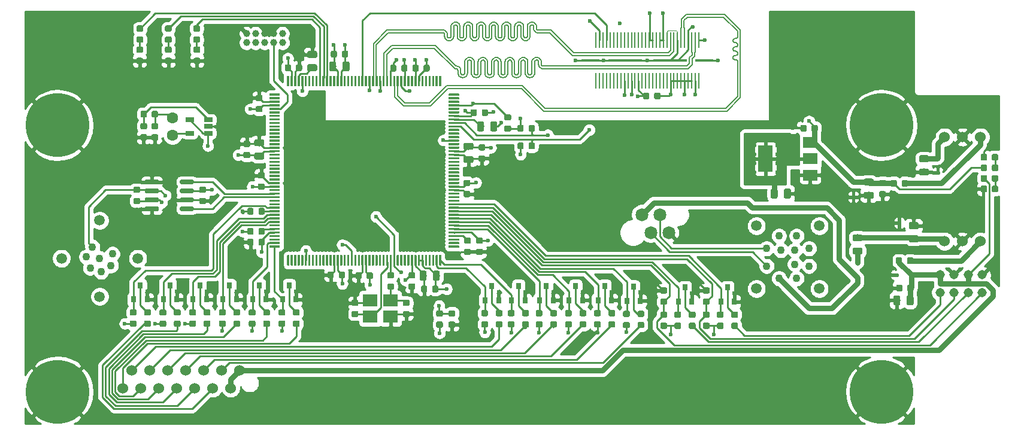
<source format=gbr>
G04 #@! TF.GenerationSoftware,KiCad,Pcbnew,(5.1.4-0)*
G04 #@! TF.CreationDate,2021-02-17T16:17:59+01:00*
G04 #@! TF.ProjectId,DBU_HW,4442555f-4857-42e6-9b69-6361645f7063,A*
G04 #@! TF.SameCoordinates,PX4c4b400PYa037a00*
G04 #@! TF.FileFunction,Copper,L1,Top*
G04 #@! TF.FilePolarity,Positive*
%FSLAX46Y46*%
G04 Gerber Fmt 4.6, Leading zero omitted, Abs format (unit mm)*
G04 Created by KiCad (PCBNEW (5.1.4-0)) date 2021-02-17 16:17:59*
%MOMM*%
%LPD*%
G04 APERTURE LIST*
%ADD10C,1.524000*%
%ADD11C,0.100000*%
%ADD12C,0.975000*%
%ADD13C,1.825000*%
%ADD14R,1.220000X0.650000*%
%ADD15C,0.875000*%
%ADD16C,1.600000*%
%ADD17C,1.308000*%
%ADD18C,1.498600*%
%ADD19C,1.099820*%
%ADD20R,4.700000X0.430000*%
%ADD21R,2.540000X0.430000*%
%ADD22R,0.279000X2.270000*%
%ADD23C,0.600000*%
%ADD24R,0.800000X0.900000*%
%ADD25R,2.000000X1.500000*%
%ADD26R,2.000000X3.800000*%
%ADD27R,0.600000X0.450000*%
%ADD28R,0.450000X0.600000*%
%ADD29R,2.100000X1.800000*%
%ADD30C,9.000000*%
%ADD31C,0.300000*%
%ADD32C,1.000000*%
%ADD33C,0.800000*%
%ADD34C,0.250000*%
%ADD35C,0.760000*%
%ADD36C,0.130000*%
%ADD37C,0.254000*%
G04 APERTURE END LIST*
D10*
X14490000Y33970000D03*
X15760000Y36510000D03*
X17030000Y33970000D03*
X18300000Y36510000D03*
X19570000Y33970000D03*
X20840000Y36510000D03*
X22110000Y33970000D03*
X23380000Y36510000D03*
X24650000Y33970000D03*
X25920000Y36510000D03*
X27190000Y33970000D03*
X28460000Y36510000D03*
X29730000Y33970000D03*
X31000000Y36510000D03*
D11*
G36*
X124175548Y47106686D02*
G01*
X124199209Y47103176D01*
X124222413Y47097364D01*
X124244935Y47089306D01*
X124266559Y47079078D01*
X124287076Y47066781D01*
X124306289Y47052531D01*
X124324013Y47036467D01*
X124340077Y47018743D01*
X124354327Y46999530D01*
X124366624Y46979013D01*
X124376852Y46957389D01*
X124384910Y46934867D01*
X124390722Y46911663D01*
X124394232Y46888002D01*
X124395406Y46864110D01*
X124395406Y45951610D01*
X124394232Y45927718D01*
X124390722Y45904057D01*
X124384910Y45880853D01*
X124376852Y45858331D01*
X124366624Y45836707D01*
X124354327Y45816190D01*
X124340077Y45796977D01*
X124324013Y45779253D01*
X124306289Y45763189D01*
X124287076Y45748939D01*
X124266559Y45736642D01*
X124244935Y45726414D01*
X124222413Y45718356D01*
X124199209Y45712544D01*
X124175548Y45709034D01*
X124151656Y45707860D01*
X123664156Y45707860D01*
X123640264Y45709034D01*
X123616603Y45712544D01*
X123593399Y45718356D01*
X123570877Y45726414D01*
X123549253Y45736642D01*
X123528736Y45748939D01*
X123509523Y45763189D01*
X123491799Y45779253D01*
X123475735Y45796977D01*
X123461485Y45816190D01*
X123449188Y45836707D01*
X123438960Y45858331D01*
X123430902Y45880853D01*
X123425090Y45904057D01*
X123421580Y45927718D01*
X123420406Y45951610D01*
X123420406Y46864110D01*
X123421580Y46888002D01*
X123425090Y46911663D01*
X123430902Y46934867D01*
X123438960Y46957389D01*
X123449188Y46979013D01*
X123461485Y46999530D01*
X123475735Y47018743D01*
X123491799Y47036467D01*
X123509523Y47052531D01*
X123528736Y47066781D01*
X123549253Y47079078D01*
X123570877Y47089306D01*
X123593399Y47097364D01*
X123616603Y47103176D01*
X123640264Y47106686D01*
X123664156Y47107860D01*
X124151656Y47107860D01*
X124175548Y47106686D01*
X124175548Y47106686D01*
G37*
D12*
X123907906Y46407860D03*
D11*
G36*
X126050548Y47106686D02*
G01*
X126074209Y47103176D01*
X126097413Y47097364D01*
X126119935Y47089306D01*
X126141559Y47079078D01*
X126162076Y47066781D01*
X126181289Y47052531D01*
X126199013Y47036467D01*
X126215077Y47018743D01*
X126229327Y46999530D01*
X126241624Y46979013D01*
X126251852Y46957389D01*
X126259910Y46934867D01*
X126265722Y46911663D01*
X126269232Y46888002D01*
X126270406Y46864110D01*
X126270406Y45951610D01*
X126269232Y45927718D01*
X126265722Y45904057D01*
X126259910Y45880853D01*
X126251852Y45858331D01*
X126241624Y45836707D01*
X126229327Y45816190D01*
X126215077Y45796977D01*
X126199013Y45779253D01*
X126181289Y45763189D01*
X126162076Y45748939D01*
X126141559Y45736642D01*
X126119935Y45726414D01*
X126097413Y45718356D01*
X126074209Y45712544D01*
X126050548Y45709034D01*
X126026656Y45707860D01*
X125539156Y45707860D01*
X125515264Y45709034D01*
X125491603Y45712544D01*
X125468399Y45718356D01*
X125445877Y45726414D01*
X125424253Y45736642D01*
X125403736Y45748939D01*
X125384523Y45763189D01*
X125366799Y45779253D01*
X125350735Y45796977D01*
X125336485Y45816190D01*
X125324188Y45836707D01*
X125313960Y45858331D01*
X125305902Y45880853D01*
X125300090Y45904057D01*
X125296580Y45927718D01*
X125295406Y45951610D01*
X125295406Y46864110D01*
X125296580Y46888002D01*
X125300090Y46911663D01*
X125305902Y46934867D01*
X125313960Y46957389D01*
X125324188Y46979013D01*
X125336485Y46999530D01*
X125350735Y47018743D01*
X125366799Y47036467D01*
X125384523Y47052531D01*
X125403736Y47066781D01*
X125424253Y47079078D01*
X125445877Y47089306D01*
X125468399Y47097364D01*
X125491603Y47103176D01*
X125515264Y47106686D01*
X125539156Y47107860D01*
X126026656Y47107860D01*
X126050548Y47106686D01*
X126050548Y47106686D01*
G37*
D12*
X125782906Y46407860D03*
D11*
G36*
X126780142Y57471326D02*
G01*
X126803803Y57467816D01*
X126827007Y57462004D01*
X126849529Y57453946D01*
X126871153Y57443718D01*
X126891670Y57431421D01*
X126910883Y57417171D01*
X126928607Y57401107D01*
X126944671Y57383383D01*
X126958921Y57364170D01*
X126971218Y57343653D01*
X126981446Y57322029D01*
X126989504Y57299507D01*
X126995316Y57276303D01*
X126998826Y57252642D01*
X127000000Y57228750D01*
X127000000Y56741250D01*
X126998826Y56717358D01*
X126995316Y56693697D01*
X126989504Y56670493D01*
X126981446Y56647971D01*
X126971218Y56626347D01*
X126958921Y56605830D01*
X126944671Y56586617D01*
X126928607Y56568893D01*
X126910883Y56552829D01*
X126891670Y56538579D01*
X126871153Y56526282D01*
X126849529Y56516054D01*
X126827007Y56507996D01*
X126803803Y56502184D01*
X126780142Y56498674D01*
X126756250Y56497500D01*
X125843750Y56497500D01*
X125819858Y56498674D01*
X125796197Y56502184D01*
X125772993Y56507996D01*
X125750471Y56516054D01*
X125728847Y56526282D01*
X125708330Y56538579D01*
X125689117Y56552829D01*
X125671393Y56568893D01*
X125655329Y56586617D01*
X125641079Y56605830D01*
X125628782Y56626347D01*
X125618554Y56647971D01*
X125610496Y56670493D01*
X125604684Y56693697D01*
X125601174Y56717358D01*
X125600000Y56741250D01*
X125600000Y57228750D01*
X125601174Y57252642D01*
X125604684Y57276303D01*
X125610496Y57299507D01*
X125618554Y57322029D01*
X125628782Y57343653D01*
X125641079Y57364170D01*
X125655329Y57383383D01*
X125671393Y57401107D01*
X125689117Y57417171D01*
X125708330Y57431421D01*
X125728847Y57443718D01*
X125750471Y57453946D01*
X125772993Y57462004D01*
X125796197Y57467816D01*
X125819858Y57471326D01*
X125843750Y57472500D01*
X126756250Y57472500D01*
X126780142Y57471326D01*
X126780142Y57471326D01*
G37*
D12*
X126300000Y56985000D03*
D11*
G36*
X126780142Y55596326D02*
G01*
X126803803Y55592816D01*
X126827007Y55587004D01*
X126849529Y55578946D01*
X126871153Y55568718D01*
X126891670Y55556421D01*
X126910883Y55542171D01*
X126928607Y55526107D01*
X126944671Y55508383D01*
X126958921Y55489170D01*
X126971218Y55468653D01*
X126981446Y55447029D01*
X126989504Y55424507D01*
X126995316Y55401303D01*
X126998826Y55377642D01*
X127000000Y55353750D01*
X127000000Y54866250D01*
X126998826Y54842358D01*
X126995316Y54818697D01*
X126989504Y54795493D01*
X126981446Y54772971D01*
X126971218Y54751347D01*
X126958921Y54730830D01*
X126944671Y54711617D01*
X126928607Y54693893D01*
X126910883Y54677829D01*
X126891670Y54663579D01*
X126871153Y54651282D01*
X126849529Y54641054D01*
X126827007Y54632996D01*
X126803803Y54627184D01*
X126780142Y54623674D01*
X126756250Y54622500D01*
X125843750Y54622500D01*
X125819858Y54623674D01*
X125796197Y54627184D01*
X125772993Y54632996D01*
X125750471Y54641054D01*
X125728847Y54651282D01*
X125708330Y54663579D01*
X125689117Y54677829D01*
X125671393Y54693893D01*
X125655329Y54711617D01*
X125641079Y54730830D01*
X125628782Y54751347D01*
X125618554Y54772971D01*
X125610496Y54795493D01*
X125604684Y54818697D01*
X125601174Y54842358D01*
X125600000Y54866250D01*
X125600000Y55353750D01*
X125601174Y55377642D01*
X125604684Y55401303D01*
X125610496Y55424507D01*
X125618554Y55447029D01*
X125628782Y55468653D01*
X125641079Y55489170D01*
X125655329Y55508383D01*
X125671393Y55526107D01*
X125689117Y55542171D01*
X125708330Y55556421D01*
X125728847Y55568718D01*
X125750471Y55578946D01*
X125772993Y55587004D01*
X125796197Y55592816D01*
X125819858Y55596326D01*
X125843750Y55597500D01*
X126756250Y55597500D01*
X126780142Y55596326D01*
X126780142Y55596326D01*
G37*
D12*
X126300000Y55110000D03*
D11*
G36*
X41730142Y81683826D02*
G01*
X41753803Y81680316D01*
X41777007Y81674504D01*
X41799529Y81666446D01*
X41821153Y81656218D01*
X41841670Y81643921D01*
X41860883Y81629671D01*
X41878607Y81613607D01*
X41894671Y81595883D01*
X41908921Y81576670D01*
X41921218Y81556153D01*
X41931446Y81534529D01*
X41939504Y81512007D01*
X41945316Y81488803D01*
X41948826Y81465142D01*
X41950000Y81441250D01*
X41950000Y80953750D01*
X41948826Y80929858D01*
X41945316Y80906197D01*
X41939504Y80882993D01*
X41931446Y80860471D01*
X41921218Y80838847D01*
X41908921Y80818330D01*
X41894671Y80799117D01*
X41878607Y80781393D01*
X41860883Y80765329D01*
X41841670Y80751079D01*
X41821153Y80738782D01*
X41799529Y80728554D01*
X41777007Y80720496D01*
X41753803Y80714684D01*
X41730142Y80711174D01*
X41706250Y80710000D01*
X40793750Y80710000D01*
X40769858Y80711174D01*
X40746197Y80714684D01*
X40722993Y80720496D01*
X40700471Y80728554D01*
X40678847Y80738782D01*
X40658330Y80751079D01*
X40639117Y80765329D01*
X40621393Y80781393D01*
X40605329Y80799117D01*
X40591079Y80818330D01*
X40578782Y80838847D01*
X40568554Y80860471D01*
X40560496Y80882993D01*
X40554684Y80906197D01*
X40551174Y80929858D01*
X40550000Y80953750D01*
X40550000Y81441250D01*
X40551174Y81465142D01*
X40554684Y81488803D01*
X40560496Y81512007D01*
X40568554Y81534529D01*
X40578782Y81556153D01*
X40591079Y81576670D01*
X40605329Y81595883D01*
X40621393Y81613607D01*
X40639117Y81629671D01*
X40658330Y81643921D01*
X40678847Y81656218D01*
X40700471Y81666446D01*
X40722993Y81674504D01*
X40746197Y81680316D01*
X40769858Y81683826D01*
X40793750Y81685000D01*
X41706250Y81685000D01*
X41730142Y81683826D01*
X41730142Y81683826D01*
G37*
D12*
X41250000Y81197500D03*
D11*
G36*
X41730142Y79808826D02*
G01*
X41753803Y79805316D01*
X41777007Y79799504D01*
X41799529Y79791446D01*
X41821153Y79781218D01*
X41841670Y79768921D01*
X41860883Y79754671D01*
X41878607Y79738607D01*
X41894671Y79720883D01*
X41908921Y79701670D01*
X41921218Y79681153D01*
X41931446Y79659529D01*
X41939504Y79637007D01*
X41945316Y79613803D01*
X41948826Y79590142D01*
X41950000Y79566250D01*
X41950000Y79078750D01*
X41948826Y79054858D01*
X41945316Y79031197D01*
X41939504Y79007993D01*
X41931446Y78985471D01*
X41921218Y78963847D01*
X41908921Y78943330D01*
X41894671Y78924117D01*
X41878607Y78906393D01*
X41860883Y78890329D01*
X41841670Y78876079D01*
X41821153Y78863782D01*
X41799529Y78853554D01*
X41777007Y78845496D01*
X41753803Y78839684D01*
X41730142Y78836174D01*
X41706250Y78835000D01*
X40793750Y78835000D01*
X40769858Y78836174D01*
X40746197Y78839684D01*
X40722993Y78845496D01*
X40700471Y78853554D01*
X40678847Y78863782D01*
X40658330Y78876079D01*
X40639117Y78890329D01*
X40621393Y78906393D01*
X40605329Y78924117D01*
X40591079Y78943330D01*
X40578782Y78963847D01*
X40568554Y78985471D01*
X40560496Y79007993D01*
X40554684Y79031197D01*
X40551174Y79054858D01*
X40550000Y79078750D01*
X40550000Y79566250D01*
X40551174Y79590142D01*
X40554684Y79613803D01*
X40560496Y79637007D01*
X40568554Y79659529D01*
X40578782Y79681153D01*
X40591079Y79701670D01*
X40605329Y79720883D01*
X40621393Y79738607D01*
X40639117Y79754671D01*
X40658330Y79768921D01*
X40678847Y79781218D01*
X40700471Y79791446D01*
X40722993Y79799504D01*
X40746197Y79805316D01*
X40769858Y79808826D01*
X40793750Y79810000D01*
X41706250Y79810000D01*
X41730142Y79808826D01*
X41730142Y79808826D01*
G37*
D12*
X41250000Y79322500D03*
D11*
G36*
X67205142Y71708826D02*
G01*
X67228803Y71705316D01*
X67252007Y71699504D01*
X67274529Y71691446D01*
X67296153Y71681218D01*
X67316670Y71668921D01*
X67335883Y71654671D01*
X67353607Y71638607D01*
X67369671Y71620883D01*
X67383921Y71601670D01*
X67396218Y71581153D01*
X67406446Y71559529D01*
X67414504Y71537007D01*
X67420316Y71513803D01*
X67423826Y71490142D01*
X67425000Y71466250D01*
X67425000Y70553750D01*
X67423826Y70529858D01*
X67420316Y70506197D01*
X67414504Y70482993D01*
X67406446Y70460471D01*
X67396218Y70438847D01*
X67383921Y70418330D01*
X67369671Y70399117D01*
X67353607Y70381393D01*
X67335883Y70365329D01*
X67316670Y70351079D01*
X67296153Y70338782D01*
X67274529Y70328554D01*
X67252007Y70320496D01*
X67228803Y70314684D01*
X67205142Y70311174D01*
X67181250Y70310000D01*
X66693750Y70310000D01*
X66669858Y70311174D01*
X66646197Y70314684D01*
X66622993Y70320496D01*
X66600471Y70328554D01*
X66578847Y70338782D01*
X66558330Y70351079D01*
X66539117Y70365329D01*
X66521393Y70381393D01*
X66505329Y70399117D01*
X66491079Y70418330D01*
X66478782Y70438847D01*
X66468554Y70460471D01*
X66460496Y70482993D01*
X66454684Y70506197D01*
X66451174Y70529858D01*
X66450000Y70553750D01*
X66450000Y71466250D01*
X66451174Y71490142D01*
X66454684Y71513803D01*
X66460496Y71537007D01*
X66468554Y71559529D01*
X66478782Y71581153D01*
X66491079Y71601670D01*
X66505329Y71620883D01*
X66521393Y71638607D01*
X66539117Y71654671D01*
X66558330Y71668921D01*
X66578847Y71681218D01*
X66600471Y71691446D01*
X66622993Y71699504D01*
X66646197Y71705316D01*
X66669858Y71708826D01*
X66693750Y71710000D01*
X67181250Y71710000D01*
X67205142Y71708826D01*
X67205142Y71708826D01*
G37*
D12*
X66937500Y71010000D03*
D11*
G36*
X65330142Y71708826D02*
G01*
X65353803Y71705316D01*
X65377007Y71699504D01*
X65399529Y71691446D01*
X65421153Y71681218D01*
X65441670Y71668921D01*
X65460883Y71654671D01*
X65478607Y71638607D01*
X65494671Y71620883D01*
X65508921Y71601670D01*
X65521218Y71581153D01*
X65531446Y71559529D01*
X65539504Y71537007D01*
X65545316Y71513803D01*
X65548826Y71490142D01*
X65550000Y71466250D01*
X65550000Y70553750D01*
X65548826Y70529858D01*
X65545316Y70506197D01*
X65539504Y70482993D01*
X65531446Y70460471D01*
X65521218Y70438847D01*
X65508921Y70418330D01*
X65494671Y70399117D01*
X65478607Y70381393D01*
X65460883Y70365329D01*
X65441670Y70351079D01*
X65421153Y70338782D01*
X65399529Y70328554D01*
X65377007Y70320496D01*
X65353803Y70314684D01*
X65330142Y70311174D01*
X65306250Y70310000D01*
X64818750Y70310000D01*
X64794858Y70311174D01*
X64771197Y70314684D01*
X64747993Y70320496D01*
X64725471Y70328554D01*
X64703847Y70338782D01*
X64683330Y70351079D01*
X64664117Y70365329D01*
X64646393Y70381393D01*
X64630329Y70399117D01*
X64616079Y70418330D01*
X64603782Y70438847D01*
X64593554Y70460471D01*
X64585496Y70482993D01*
X64579684Y70506197D01*
X64576174Y70529858D01*
X64575000Y70553750D01*
X64575000Y71466250D01*
X64576174Y71490142D01*
X64579684Y71513803D01*
X64585496Y71537007D01*
X64593554Y71559529D01*
X64603782Y71581153D01*
X64616079Y71601670D01*
X64630329Y71620883D01*
X64646393Y71638607D01*
X64664117Y71654671D01*
X64683330Y71668921D01*
X64703847Y71681218D01*
X64725471Y71691446D01*
X64747993Y71699504D01*
X64771197Y71705316D01*
X64794858Y71708826D01*
X64818750Y71710000D01*
X65306250Y71710000D01*
X65330142Y71708826D01*
X65330142Y71708826D01*
G37*
D12*
X65062500Y71010000D03*
D11*
G36*
X46305142Y80208826D02*
G01*
X46328803Y80205316D01*
X46352007Y80199504D01*
X46374529Y80191446D01*
X46396153Y80181218D01*
X46416670Y80168921D01*
X46435883Y80154671D01*
X46453607Y80138607D01*
X46469671Y80120883D01*
X46483921Y80101670D01*
X46496218Y80081153D01*
X46506446Y80059529D01*
X46514504Y80037007D01*
X46520316Y80013803D01*
X46523826Y79990142D01*
X46525000Y79966250D01*
X46525000Y79053750D01*
X46523826Y79029858D01*
X46520316Y79006197D01*
X46514504Y78982993D01*
X46506446Y78960471D01*
X46496218Y78938847D01*
X46483921Y78918330D01*
X46469671Y78899117D01*
X46453607Y78881393D01*
X46435883Y78865329D01*
X46416670Y78851079D01*
X46396153Y78838782D01*
X46374529Y78828554D01*
X46352007Y78820496D01*
X46328803Y78814684D01*
X46305142Y78811174D01*
X46281250Y78810000D01*
X45793750Y78810000D01*
X45769858Y78811174D01*
X45746197Y78814684D01*
X45722993Y78820496D01*
X45700471Y78828554D01*
X45678847Y78838782D01*
X45658330Y78851079D01*
X45639117Y78865329D01*
X45621393Y78881393D01*
X45605329Y78899117D01*
X45591079Y78918330D01*
X45578782Y78938847D01*
X45568554Y78960471D01*
X45560496Y78982993D01*
X45554684Y79006197D01*
X45551174Y79029858D01*
X45550000Y79053750D01*
X45550000Y79966250D01*
X45551174Y79990142D01*
X45554684Y80013803D01*
X45560496Y80037007D01*
X45568554Y80059529D01*
X45578782Y80081153D01*
X45591079Y80101670D01*
X45605329Y80120883D01*
X45621393Y80138607D01*
X45639117Y80154671D01*
X45658330Y80168921D01*
X45678847Y80181218D01*
X45700471Y80191446D01*
X45722993Y80199504D01*
X45746197Y80205316D01*
X45769858Y80208826D01*
X45793750Y80210000D01*
X46281250Y80210000D01*
X46305142Y80208826D01*
X46305142Y80208826D01*
G37*
D12*
X46037500Y79510000D03*
D11*
G36*
X44430142Y80208826D02*
G01*
X44453803Y80205316D01*
X44477007Y80199504D01*
X44499529Y80191446D01*
X44521153Y80181218D01*
X44541670Y80168921D01*
X44560883Y80154671D01*
X44578607Y80138607D01*
X44594671Y80120883D01*
X44608921Y80101670D01*
X44621218Y80081153D01*
X44631446Y80059529D01*
X44639504Y80037007D01*
X44645316Y80013803D01*
X44648826Y79990142D01*
X44650000Y79966250D01*
X44650000Y79053750D01*
X44648826Y79029858D01*
X44645316Y79006197D01*
X44639504Y78982993D01*
X44631446Y78960471D01*
X44621218Y78938847D01*
X44608921Y78918330D01*
X44594671Y78899117D01*
X44578607Y78881393D01*
X44560883Y78865329D01*
X44541670Y78851079D01*
X44521153Y78838782D01*
X44499529Y78828554D01*
X44477007Y78820496D01*
X44453803Y78814684D01*
X44430142Y78811174D01*
X44406250Y78810000D01*
X43918750Y78810000D01*
X43894858Y78811174D01*
X43871197Y78814684D01*
X43847993Y78820496D01*
X43825471Y78828554D01*
X43803847Y78838782D01*
X43783330Y78851079D01*
X43764117Y78865329D01*
X43746393Y78881393D01*
X43730329Y78899117D01*
X43716079Y78918330D01*
X43703782Y78938847D01*
X43693554Y78960471D01*
X43685496Y78982993D01*
X43679684Y79006197D01*
X43676174Y79029858D01*
X43675000Y79053750D01*
X43675000Y79966250D01*
X43676174Y79990142D01*
X43679684Y80013803D01*
X43685496Y80037007D01*
X43693554Y80059529D01*
X43703782Y80081153D01*
X43716079Y80101670D01*
X43730329Y80120883D01*
X43746393Y80138607D01*
X43764117Y80154671D01*
X43783330Y80168921D01*
X43803847Y80181218D01*
X43825471Y80191446D01*
X43847993Y80199504D01*
X43871197Y80205316D01*
X43894858Y80208826D01*
X43918750Y80210000D01*
X44406250Y80210000D01*
X44430142Y80208826D01*
X44430142Y80208826D01*
G37*
D12*
X44162500Y79510000D03*
D11*
G36*
X34230142Y69183826D02*
G01*
X34253803Y69180316D01*
X34277007Y69174504D01*
X34299529Y69166446D01*
X34321153Y69156218D01*
X34341670Y69143921D01*
X34360883Y69129671D01*
X34378607Y69113607D01*
X34394671Y69095883D01*
X34408921Y69076670D01*
X34421218Y69056153D01*
X34431446Y69034529D01*
X34439504Y69012007D01*
X34445316Y68988803D01*
X34448826Y68965142D01*
X34450000Y68941250D01*
X34450000Y68453750D01*
X34448826Y68429858D01*
X34445316Y68406197D01*
X34439504Y68382993D01*
X34431446Y68360471D01*
X34421218Y68338847D01*
X34408921Y68318330D01*
X34394671Y68299117D01*
X34378607Y68281393D01*
X34360883Y68265329D01*
X34341670Y68251079D01*
X34321153Y68238782D01*
X34299529Y68228554D01*
X34277007Y68220496D01*
X34253803Y68214684D01*
X34230142Y68211174D01*
X34206250Y68210000D01*
X33293750Y68210000D01*
X33269858Y68211174D01*
X33246197Y68214684D01*
X33222993Y68220496D01*
X33200471Y68228554D01*
X33178847Y68238782D01*
X33158330Y68251079D01*
X33139117Y68265329D01*
X33121393Y68281393D01*
X33105329Y68299117D01*
X33091079Y68318330D01*
X33078782Y68338847D01*
X33068554Y68360471D01*
X33060496Y68382993D01*
X33054684Y68406197D01*
X33051174Y68429858D01*
X33050000Y68453750D01*
X33050000Y68941250D01*
X33051174Y68965142D01*
X33054684Y68988803D01*
X33060496Y69012007D01*
X33068554Y69034529D01*
X33078782Y69056153D01*
X33091079Y69076670D01*
X33105329Y69095883D01*
X33121393Y69113607D01*
X33139117Y69129671D01*
X33158330Y69143921D01*
X33178847Y69156218D01*
X33200471Y69166446D01*
X33222993Y69174504D01*
X33246197Y69180316D01*
X33269858Y69183826D01*
X33293750Y69185000D01*
X34206250Y69185000D01*
X34230142Y69183826D01*
X34230142Y69183826D01*
G37*
D12*
X33750000Y68697500D03*
D11*
G36*
X34230142Y67308826D02*
G01*
X34253803Y67305316D01*
X34277007Y67299504D01*
X34299529Y67291446D01*
X34321153Y67281218D01*
X34341670Y67268921D01*
X34360883Y67254671D01*
X34378607Y67238607D01*
X34394671Y67220883D01*
X34408921Y67201670D01*
X34421218Y67181153D01*
X34431446Y67159529D01*
X34439504Y67137007D01*
X34445316Y67113803D01*
X34448826Y67090142D01*
X34450000Y67066250D01*
X34450000Y66578750D01*
X34448826Y66554858D01*
X34445316Y66531197D01*
X34439504Y66507993D01*
X34431446Y66485471D01*
X34421218Y66463847D01*
X34408921Y66443330D01*
X34394671Y66424117D01*
X34378607Y66406393D01*
X34360883Y66390329D01*
X34341670Y66376079D01*
X34321153Y66363782D01*
X34299529Y66353554D01*
X34277007Y66345496D01*
X34253803Y66339684D01*
X34230142Y66336174D01*
X34206250Y66335000D01*
X33293750Y66335000D01*
X33269858Y66336174D01*
X33246197Y66339684D01*
X33222993Y66345496D01*
X33200471Y66353554D01*
X33178847Y66363782D01*
X33158330Y66376079D01*
X33139117Y66390329D01*
X33121393Y66406393D01*
X33105329Y66424117D01*
X33091079Y66443330D01*
X33078782Y66463847D01*
X33068554Y66485471D01*
X33060496Y66507993D01*
X33054684Y66531197D01*
X33051174Y66554858D01*
X33050000Y66578750D01*
X33050000Y67066250D01*
X33051174Y67090142D01*
X33054684Y67113803D01*
X33060496Y67137007D01*
X33068554Y67159529D01*
X33078782Y67181153D01*
X33091079Y67201670D01*
X33105329Y67220883D01*
X33121393Y67238607D01*
X33139117Y67254671D01*
X33158330Y67268921D01*
X33178847Y67281218D01*
X33200471Y67291446D01*
X33222993Y67299504D01*
X33246197Y67305316D01*
X33269858Y67308826D01*
X33293750Y67310000D01*
X34206250Y67310000D01*
X34230142Y67308826D01*
X34230142Y67308826D01*
G37*
D12*
X33750000Y66822500D03*
D11*
G36*
X57198035Y50608826D02*
G01*
X57221696Y50605316D01*
X57244900Y50599504D01*
X57267422Y50591446D01*
X57289046Y50581218D01*
X57309563Y50568921D01*
X57328776Y50554671D01*
X57346500Y50538607D01*
X57362564Y50520883D01*
X57376814Y50501670D01*
X57389111Y50481153D01*
X57399339Y50459529D01*
X57407397Y50437007D01*
X57413209Y50413803D01*
X57416719Y50390142D01*
X57417893Y50366250D01*
X57417893Y49453750D01*
X57416719Y49429858D01*
X57413209Y49406197D01*
X57407397Y49382993D01*
X57399339Y49360471D01*
X57389111Y49338847D01*
X57376814Y49318330D01*
X57362564Y49299117D01*
X57346500Y49281393D01*
X57328776Y49265329D01*
X57309563Y49251079D01*
X57289046Y49238782D01*
X57267422Y49228554D01*
X57244900Y49220496D01*
X57221696Y49214684D01*
X57198035Y49211174D01*
X57174143Y49210000D01*
X56686643Y49210000D01*
X56662751Y49211174D01*
X56639090Y49214684D01*
X56615886Y49220496D01*
X56593364Y49228554D01*
X56571740Y49238782D01*
X56551223Y49251079D01*
X56532010Y49265329D01*
X56514286Y49281393D01*
X56498222Y49299117D01*
X56483972Y49318330D01*
X56471675Y49338847D01*
X56461447Y49360471D01*
X56453389Y49382993D01*
X56447577Y49406197D01*
X56444067Y49429858D01*
X56442893Y49453750D01*
X56442893Y50366250D01*
X56444067Y50390142D01*
X56447577Y50413803D01*
X56453389Y50437007D01*
X56461447Y50459529D01*
X56471675Y50481153D01*
X56483972Y50501670D01*
X56498222Y50520883D01*
X56514286Y50538607D01*
X56532010Y50554671D01*
X56551223Y50568921D01*
X56571740Y50581218D01*
X56593364Y50591446D01*
X56615886Y50599504D01*
X56639090Y50605316D01*
X56662751Y50608826D01*
X56686643Y50610000D01*
X57174143Y50610000D01*
X57198035Y50608826D01*
X57198035Y50608826D01*
G37*
D12*
X56930393Y49910000D03*
D11*
G36*
X59073035Y50608826D02*
G01*
X59096696Y50605316D01*
X59119900Y50599504D01*
X59142422Y50591446D01*
X59164046Y50581218D01*
X59184563Y50568921D01*
X59203776Y50554671D01*
X59221500Y50538607D01*
X59237564Y50520883D01*
X59251814Y50501670D01*
X59264111Y50481153D01*
X59274339Y50459529D01*
X59282397Y50437007D01*
X59288209Y50413803D01*
X59291719Y50390142D01*
X59292893Y50366250D01*
X59292893Y49453750D01*
X59291719Y49429858D01*
X59288209Y49406197D01*
X59282397Y49382993D01*
X59274339Y49360471D01*
X59264111Y49338847D01*
X59251814Y49318330D01*
X59237564Y49299117D01*
X59221500Y49281393D01*
X59203776Y49265329D01*
X59184563Y49251079D01*
X59164046Y49238782D01*
X59142422Y49228554D01*
X59119900Y49220496D01*
X59096696Y49214684D01*
X59073035Y49211174D01*
X59049143Y49210000D01*
X58561643Y49210000D01*
X58537751Y49211174D01*
X58514090Y49214684D01*
X58490886Y49220496D01*
X58468364Y49228554D01*
X58446740Y49238782D01*
X58426223Y49251079D01*
X58407010Y49265329D01*
X58389286Y49281393D01*
X58373222Y49299117D01*
X58358972Y49318330D01*
X58346675Y49338847D01*
X58336447Y49360471D01*
X58328389Y49382993D01*
X58322577Y49406197D01*
X58319067Y49429858D01*
X58317893Y49453750D01*
X58317893Y50366250D01*
X58319067Y50390142D01*
X58322577Y50413803D01*
X58328389Y50437007D01*
X58336447Y50459529D01*
X58346675Y50481153D01*
X58358972Y50501670D01*
X58373222Y50520883D01*
X58389286Y50538607D01*
X58407010Y50554671D01*
X58426223Y50568921D01*
X58446740Y50581218D01*
X58468364Y50591446D01*
X58490886Y50599504D01*
X58514090Y50605316D01*
X58537751Y50608826D01*
X58561643Y50610000D01*
X59049143Y50610000D01*
X59073035Y50608826D01*
X59073035Y50608826D01*
G37*
D12*
X58805393Y49910000D03*
D11*
G36*
X63825142Y66808826D02*
G01*
X63848803Y66805316D01*
X63872007Y66799504D01*
X63894529Y66791446D01*
X63916153Y66781218D01*
X63936670Y66768921D01*
X63955883Y66754671D01*
X63973607Y66738607D01*
X63989671Y66720883D01*
X64003921Y66701670D01*
X64016218Y66681153D01*
X64026446Y66659529D01*
X64034504Y66637007D01*
X64040316Y66613803D01*
X64043826Y66590142D01*
X64045000Y66566250D01*
X64045000Y66078750D01*
X64043826Y66054858D01*
X64040316Y66031197D01*
X64034504Y66007993D01*
X64026446Y65985471D01*
X64016218Y65963847D01*
X64003921Y65943330D01*
X63989671Y65924117D01*
X63973607Y65906393D01*
X63955883Y65890329D01*
X63936670Y65876079D01*
X63916153Y65863782D01*
X63894529Y65853554D01*
X63872007Y65845496D01*
X63848803Y65839684D01*
X63825142Y65836174D01*
X63801250Y65835000D01*
X62888750Y65835000D01*
X62864858Y65836174D01*
X62841197Y65839684D01*
X62817993Y65845496D01*
X62795471Y65853554D01*
X62773847Y65863782D01*
X62753330Y65876079D01*
X62734117Y65890329D01*
X62716393Y65906393D01*
X62700329Y65924117D01*
X62686079Y65943330D01*
X62673782Y65963847D01*
X62663554Y65985471D01*
X62655496Y66007993D01*
X62649684Y66031197D01*
X62646174Y66054858D01*
X62645000Y66078750D01*
X62645000Y66566250D01*
X62646174Y66590142D01*
X62649684Y66613803D01*
X62655496Y66637007D01*
X62663554Y66659529D01*
X62673782Y66681153D01*
X62686079Y66701670D01*
X62700329Y66720883D01*
X62716393Y66738607D01*
X62734117Y66754671D01*
X62753330Y66768921D01*
X62773847Y66781218D01*
X62795471Y66791446D01*
X62817993Y66799504D01*
X62841197Y66805316D01*
X62864858Y66808826D01*
X62888750Y66810000D01*
X63801250Y66810000D01*
X63825142Y66808826D01*
X63825142Y66808826D01*
G37*
D12*
X63345000Y66322500D03*
D11*
G36*
X63825142Y68683826D02*
G01*
X63848803Y68680316D01*
X63872007Y68674504D01*
X63894529Y68666446D01*
X63916153Y68656218D01*
X63936670Y68643921D01*
X63955883Y68629671D01*
X63973607Y68613607D01*
X63989671Y68595883D01*
X64003921Y68576670D01*
X64016218Y68556153D01*
X64026446Y68534529D01*
X64034504Y68512007D01*
X64040316Y68488803D01*
X64043826Y68465142D01*
X64045000Y68441250D01*
X64045000Y67953750D01*
X64043826Y67929858D01*
X64040316Y67906197D01*
X64034504Y67882993D01*
X64026446Y67860471D01*
X64016218Y67838847D01*
X64003921Y67818330D01*
X63989671Y67799117D01*
X63973607Y67781393D01*
X63955883Y67765329D01*
X63936670Y67751079D01*
X63916153Y67738782D01*
X63894529Y67728554D01*
X63872007Y67720496D01*
X63848803Y67714684D01*
X63825142Y67711174D01*
X63801250Y67710000D01*
X62888750Y67710000D01*
X62864858Y67711174D01*
X62841197Y67714684D01*
X62817993Y67720496D01*
X62795471Y67728554D01*
X62773847Y67738782D01*
X62753330Y67751079D01*
X62734117Y67765329D01*
X62716393Y67781393D01*
X62700329Y67799117D01*
X62686079Y67818330D01*
X62673782Y67838847D01*
X62663554Y67860471D01*
X62655496Y67882993D01*
X62649684Y67906197D01*
X62646174Y67929858D01*
X62645000Y67953750D01*
X62645000Y68441250D01*
X62646174Y68465142D01*
X62649684Y68488803D01*
X62655496Y68512007D01*
X62663554Y68534529D01*
X62673782Y68556153D01*
X62686079Y68576670D01*
X62700329Y68595883D01*
X62716393Y68613607D01*
X62734117Y68629671D01*
X62753330Y68643921D01*
X62773847Y68656218D01*
X62795471Y68666446D01*
X62817993Y68674504D01*
X62841197Y68680316D01*
X62864858Y68683826D01*
X62888750Y68685000D01*
X63801250Y68685000D01*
X63825142Y68683826D01*
X63825142Y68683826D01*
G37*
D12*
X63345000Y68197500D03*
D11*
G36*
X120415142Y61758826D02*
G01*
X120438803Y61755316D01*
X120462007Y61749504D01*
X120484529Y61741446D01*
X120506153Y61731218D01*
X120526670Y61718921D01*
X120545883Y61704671D01*
X120563607Y61688607D01*
X120579671Y61670883D01*
X120593921Y61651670D01*
X120606218Y61631153D01*
X120616446Y61609529D01*
X120624504Y61587007D01*
X120630316Y61563803D01*
X120633826Y61540142D01*
X120635000Y61516250D01*
X120635000Y61028750D01*
X120633826Y61004858D01*
X120630316Y60981197D01*
X120624504Y60957993D01*
X120616446Y60935471D01*
X120606218Y60913847D01*
X120593921Y60893330D01*
X120579671Y60874117D01*
X120563607Y60856393D01*
X120545883Y60840329D01*
X120526670Y60826079D01*
X120506153Y60813782D01*
X120484529Y60803554D01*
X120462007Y60795496D01*
X120438803Y60789684D01*
X120415142Y60786174D01*
X120391250Y60785000D01*
X119478750Y60785000D01*
X119454858Y60786174D01*
X119431197Y60789684D01*
X119407993Y60795496D01*
X119385471Y60803554D01*
X119363847Y60813782D01*
X119343330Y60826079D01*
X119324117Y60840329D01*
X119306393Y60856393D01*
X119290329Y60874117D01*
X119276079Y60893330D01*
X119263782Y60913847D01*
X119253554Y60935471D01*
X119245496Y60957993D01*
X119239684Y60981197D01*
X119236174Y61004858D01*
X119235000Y61028750D01*
X119235000Y61516250D01*
X119236174Y61540142D01*
X119239684Y61563803D01*
X119245496Y61587007D01*
X119253554Y61609529D01*
X119263782Y61631153D01*
X119276079Y61651670D01*
X119290329Y61670883D01*
X119306393Y61688607D01*
X119324117Y61704671D01*
X119343330Y61718921D01*
X119363847Y61731218D01*
X119385471Y61741446D01*
X119407993Y61749504D01*
X119431197Y61755316D01*
X119454858Y61758826D01*
X119478750Y61760000D01*
X120391250Y61760000D01*
X120415142Y61758826D01*
X120415142Y61758826D01*
G37*
D12*
X119935000Y61272500D03*
D11*
G36*
X120415142Y63633826D02*
G01*
X120438803Y63630316D01*
X120462007Y63624504D01*
X120484529Y63616446D01*
X120506153Y63606218D01*
X120526670Y63593921D01*
X120545883Y63579671D01*
X120563607Y63563607D01*
X120579671Y63545883D01*
X120593921Y63526670D01*
X120606218Y63506153D01*
X120616446Y63484529D01*
X120624504Y63462007D01*
X120630316Y63438803D01*
X120633826Y63415142D01*
X120635000Y63391250D01*
X120635000Y62903750D01*
X120633826Y62879858D01*
X120630316Y62856197D01*
X120624504Y62832993D01*
X120616446Y62810471D01*
X120606218Y62788847D01*
X120593921Y62768330D01*
X120579671Y62749117D01*
X120563607Y62731393D01*
X120545883Y62715329D01*
X120526670Y62701079D01*
X120506153Y62688782D01*
X120484529Y62678554D01*
X120462007Y62670496D01*
X120438803Y62664684D01*
X120415142Y62661174D01*
X120391250Y62660000D01*
X119478750Y62660000D01*
X119454858Y62661174D01*
X119431197Y62664684D01*
X119407993Y62670496D01*
X119385471Y62678554D01*
X119363847Y62688782D01*
X119343330Y62701079D01*
X119324117Y62715329D01*
X119306393Y62731393D01*
X119290329Y62749117D01*
X119276079Y62768330D01*
X119263782Y62788847D01*
X119253554Y62810471D01*
X119245496Y62832993D01*
X119239684Y62856197D01*
X119236174Y62879858D01*
X119235000Y62903750D01*
X119235000Y63391250D01*
X119236174Y63415142D01*
X119239684Y63438803D01*
X119245496Y63462007D01*
X119253554Y63484529D01*
X119263782Y63506153D01*
X119276079Y63526670D01*
X119290329Y63545883D01*
X119306393Y63563607D01*
X119324117Y63579671D01*
X119343330Y63593921D01*
X119363847Y63606218D01*
X119385471Y63616446D01*
X119407993Y63624504D01*
X119431197Y63630316D01*
X119454858Y63633826D01*
X119478750Y63635000D01*
X120391250Y63635000D01*
X120415142Y63633826D01*
X120415142Y63633826D01*
G37*
D12*
X119935000Y63147500D03*
D11*
G36*
X128230142Y65058826D02*
G01*
X128253803Y65055316D01*
X128277007Y65049504D01*
X128299529Y65041446D01*
X128321153Y65031218D01*
X128341670Y65018921D01*
X128360883Y65004671D01*
X128378607Y64988607D01*
X128394671Y64970883D01*
X128408921Y64951670D01*
X128421218Y64931153D01*
X128431446Y64909529D01*
X128439504Y64887007D01*
X128445316Y64863803D01*
X128448826Y64840142D01*
X128450000Y64816250D01*
X128450000Y64328750D01*
X128448826Y64304858D01*
X128445316Y64281197D01*
X128439504Y64257993D01*
X128431446Y64235471D01*
X128421218Y64213847D01*
X128408921Y64193330D01*
X128394671Y64174117D01*
X128378607Y64156393D01*
X128360883Y64140329D01*
X128341670Y64126079D01*
X128321153Y64113782D01*
X128299529Y64103554D01*
X128277007Y64095496D01*
X128253803Y64089684D01*
X128230142Y64086174D01*
X128206250Y64085000D01*
X127293750Y64085000D01*
X127269858Y64086174D01*
X127246197Y64089684D01*
X127222993Y64095496D01*
X127200471Y64103554D01*
X127178847Y64113782D01*
X127158330Y64126079D01*
X127139117Y64140329D01*
X127121393Y64156393D01*
X127105329Y64174117D01*
X127091079Y64193330D01*
X127078782Y64213847D01*
X127068554Y64235471D01*
X127060496Y64257993D01*
X127054684Y64281197D01*
X127051174Y64304858D01*
X127050000Y64328750D01*
X127050000Y64816250D01*
X127051174Y64840142D01*
X127054684Y64863803D01*
X127060496Y64887007D01*
X127068554Y64909529D01*
X127078782Y64931153D01*
X127091079Y64951670D01*
X127105329Y64970883D01*
X127121393Y64988607D01*
X127139117Y65004671D01*
X127158330Y65018921D01*
X127178847Y65031218D01*
X127200471Y65041446D01*
X127222993Y65049504D01*
X127246197Y65055316D01*
X127269858Y65058826D01*
X127293750Y65060000D01*
X128206250Y65060000D01*
X128230142Y65058826D01*
X128230142Y65058826D01*
G37*
D12*
X127750000Y64572500D03*
D11*
G36*
X128230142Y66933826D02*
G01*
X128253803Y66930316D01*
X128277007Y66924504D01*
X128299529Y66916446D01*
X128321153Y66906218D01*
X128341670Y66893921D01*
X128360883Y66879671D01*
X128378607Y66863607D01*
X128394671Y66845883D01*
X128408921Y66826670D01*
X128421218Y66806153D01*
X128431446Y66784529D01*
X128439504Y66762007D01*
X128445316Y66738803D01*
X128448826Y66715142D01*
X128450000Y66691250D01*
X128450000Y66203750D01*
X128448826Y66179858D01*
X128445316Y66156197D01*
X128439504Y66132993D01*
X128431446Y66110471D01*
X128421218Y66088847D01*
X128408921Y66068330D01*
X128394671Y66049117D01*
X128378607Y66031393D01*
X128360883Y66015329D01*
X128341670Y66001079D01*
X128321153Y65988782D01*
X128299529Y65978554D01*
X128277007Y65970496D01*
X128253803Y65964684D01*
X128230142Y65961174D01*
X128206250Y65960000D01*
X127293750Y65960000D01*
X127269858Y65961174D01*
X127246197Y65964684D01*
X127222993Y65970496D01*
X127200471Y65978554D01*
X127178847Y65988782D01*
X127158330Y66001079D01*
X127139117Y66015329D01*
X127121393Y66031393D01*
X127105329Y66049117D01*
X127091079Y66068330D01*
X127078782Y66088847D01*
X127068554Y66110471D01*
X127060496Y66132993D01*
X127054684Y66156197D01*
X127051174Y66179858D01*
X127050000Y66203750D01*
X127050000Y66691250D01*
X127051174Y66715142D01*
X127054684Y66738803D01*
X127060496Y66762007D01*
X127068554Y66784529D01*
X127078782Y66806153D01*
X127091079Y66826670D01*
X127105329Y66845883D01*
X127121393Y66863607D01*
X127139117Y66879671D01*
X127158330Y66893921D01*
X127178847Y66906218D01*
X127200471Y66916446D01*
X127222993Y66924504D01*
X127246197Y66930316D01*
X127269858Y66933826D01*
X127293750Y66935000D01*
X128206250Y66935000D01*
X128230142Y66933826D01*
X128230142Y66933826D01*
G37*
D12*
X127750000Y66447500D03*
D11*
G36*
X108705142Y62208826D02*
G01*
X108728803Y62205316D01*
X108752007Y62199504D01*
X108774529Y62191446D01*
X108796153Y62181218D01*
X108816670Y62168921D01*
X108835883Y62154671D01*
X108853607Y62138607D01*
X108869671Y62120883D01*
X108883921Y62101670D01*
X108896218Y62081153D01*
X108906446Y62059529D01*
X108914504Y62037007D01*
X108920316Y62013803D01*
X108923826Y61990142D01*
X108925000Y61966250D01*
X108925000Y61053750D01*
X108923826Y61029858D01*
X108920316Y61006197D01*
X108914504Y60982993D01*
X108906446Y60960471D01*
X108896218Y60938847D01*
X108883921Y60918330D01*
X108869671Y60899117D01*
X108853607Y60881393D01*
X108835883Y60865329D01*
X108816670Y60851079D01*
X108796153Y60838782D01*
X108774529Y60828554D01*
X108752007Y60820496D01*
X108728803Y60814684D01*
X108705142Y60811174D01*
X108681250Y60810000D01*
X108193750Y60810000D01*
X108169858Y60811174D01*
X108146197Y60814684D01*
X108122993Y60820496D01*
X108100471Y60828554D01*
X108078847Y60838782D01*
X108058330Y60851079D01*
X108039117Y60865329D01*
X108021393Y60881393D01*
X108005329Y60899117D01*
X107991079Y60918330D01*
X107978782Y60938847D01*
X107968554Y60960471D01*
X107960496Y60982993D01*
X107954684Y61006197D01*
X107951174Y61029858D01*
X107950000Y61053750D01*
X107950000Y61966250D01*
X107951174Y61990142D01*
X107954684Y62013803D01*
X107960496Y62037007D01*
X107968554Y62059529D01*
X107978782Y62081153D01*
X107991079Y62101670D01*
X108005329Y62120883D01*
X108021393Y62138607D01*
X108039117Y62154671D01*
X108058330Y62168921D01*
X108078847Y62181218D01*
X108100471Y62191446D01*
X108122993Y62199504D01*
X108146197Y62205316D01*
X108169858Y62208826D01*
X108193750Y62210000D01*
X108681250Y62210000D01*
X108705142Y62208826D01*
X108705142Y62208826D01*
G37*
D12*
X108437500Y61510000D03*
D11*
G36*
X106830142Y62208826D02*
G01*
X106853803Y62205316D01*
X106877007Y62199504D01*
X106899529Y62191446D01*
X106921153Y62181218D01*
X106941670Y62168921D01*
X106960883Y62154671D01*
X106978607Y62138607D01*
X106994671Y62120883D01*
X107008921Y62101670D01*
X107021218Y62081153D01*
X107031446Y62059529D01*
X107039504Y62037007D01*
X107045316Y62013803D01*
X107048826Y61990142D01*
X107050000Y61966250D01*
X107050000Y61053750D01*
X107048826Y61029858D01*
X107045316Y61006197D01*
X107039504Y60982993D01*
X107031446Y60960471D01*
X107021218Y60938847D01*
X107008921Y60918330D01*
X106994671Y60899117D01*
X106978607Y60881393D01*
X106960883Y60865329D01*
X106941670Y60851079D01*
X106921153Y60838782D01*
X106899529Y60828554D01*
X106877007Y60820496D01*
X106853803Y60814684D01*
X106830142Y60811174D01*
X106806250Y60810000D01*
X106318750Y60810000D01*
X106294858Y60811174D01*
X106271197Y60814684D01*
X106247993Y60820496D01*
X106225471Y60828554D01*
X106203847Y60838782D01*
X106183330Y60851079D01*
X106164117Y60865329D01*
X106146393Y60881393D01*
X106130329Y60899117D01*
X106116079Y60918330D01*
X106103782Y60938847D01*
X106093554Y60960471D01*
X106085496Y60982993D01*
X106079684Y61006197D01*
X106076174Y61029858D01*
X106075000Y61053750D01*
X106075000Y61966250D01*
X106076174Y61990142D01*
X106079684Y62013803D01*
X106085496Y62037007D01*
X106093554Y62059529D01*
X106103782Y62081153D01*
X106116079Y62101670D01*
X106130329Y62120883D01*
X106146393Y62138607D01*
X106164117Y62154671D01*
X106183330Y62168921D01*
X106203847Y62181218D01*
X106225471Y62191446D01*
X106247993Y62199504D01*
X106271197Y62205316D01*
X106294858Y62208826D01*
X106318750Y62210000D01*
X106806250Y62210000D01*
X106830142Y62208826D01*
X106830142Y62208826D01*
G37*
D12*
X106562500Y61510000D03*
D13*
X87845000Y58530000D03*
X89115000Y55990000D03*
X90385000Y58530000D03*
X91655000Y55990000D03*
D14*
X23940000Y70060000D03*
X23940000Y71960000D03*
X26560000Y71960000D03*
X26560000Y71010000D03*
X26560000Y70060000D03*
D11*
G36*
X17665191Y73233946D02*
G01*
X17686426Y73230796D01*
X17707250Y73225580D01*
X17727462Y73218348D01*
X17746868Y73209169D01*
X17765281Y73198133D01*
X17782524Y73185345D01*
X17798430Y73170929D01*
X17812846Y73155023D01*
X17825634Y73137780D01*
X17836670Y73119367D01*
X17845849Y73099961D01*
X17853081Y73079749D01*
X17858297Y73058925D01*
X17861447Y73037690D01*
X17862500Y73016249D01*
X17862500Y72503749D01*
X17861447Y72482308D01*
X17858297Y72461073D01*
X17853081Y72440249D01*
X17845849Y72420037D01*
X17836670Y72400631D01*
X17825634Y72382218D01*
X17812846Y72364975D01*
X17798430Y72349069D01*
X17782524Y72334653D01*
X17765281Y72321865D01*
X17746868Y72310829D01*
X17727462Y72301650D01*
X17707250Y72294418D01*
X17686426Y72289202D01*
X17665191Y72286052D01*
X17643750Y72284999D01*
X17206250Y72284999D01*
X17184809Y72286052D01*
X17163574Y72289202D01*
X17142750Y72294418D01*
X17122538Y72301650D01*
X17103132Y72310829D01*
X17084719Y72321865D01*
X17067476Y72334653D01*
X17051570Y72349069D01*
X17037154Y72364975D01*
X17024366Y72382218D01*
X17013330Y72400631D01*
X17004151Y72420037D01*
X16996919Y72440249D01*
X16991703Y72461073D01*
X16988553Y72482308D01*
X16987500Y72503749D01*
X16987500Y73016249D01*
X16988553Y73037690D01*
X16991703Y73058925D01*
X16996919Y73079749D01*
X17004151Y73099961D01*
X17013330Y73119367D01*
X17024366Y73137780D01*
X17037154Y73155023D01*
X17051570Y73170929D01*
X17067476Y73185345D01*
X17084719Y73198133D01*
X17103132Y73209169D01*
X17122538Y73218348D01*
X17142750Y73225580D01*
X17163574Y73230796D01*
X17184809Y73233946D01*
X17206250Y73234999D01*
X17643750Y73234999D01*
X17665191Y73233946D01*
X17665191Y73233946D01*
G37*
D15*
X17425000Y72759999D03*
D11*
G36*
X19240191Y73233946D02*
G01*
X19261426Y73230796D01*
X19282250Y73225580D01*
X19302462Y73218348D01*
X19321868Y73209169D01*
X19340281Y73198133D01*
X19357524Y73185345D01*
X19373430Y73170929D01*
X19387846Y73155023D01*
X19400634Y73137780D01*
X19411670Y73119367D01*
X19420849Y73099961D01*
X19428081Y73079749D01*
X19433297Y73058925D01*
X19436447Y73037690D01*
X19437500Y73016249D01*
X19437500Y72503749D01*
X19436447Y72482308D01*
X19433297Y72461073D01*
X19428081Y72440249D01*
X19420849Y72420037D01*
X19411670Y72400631D01*
X19400634Y72382218D01*
X19387846Y72364975D01*
X19373430Y72349069D01*
X19357524Y72334653D01*
X19340281Y72321865D01*
X19321868Y72310829D01*
X19302462Y72301650D01*
X19282250Y72294418D01*
X19261426Y72289202D01*
X19240191Y72286052D01*
X19218750Y72284999D01*
X18781250Y72284999D01*
X18759809Y72286052D01*
X18738574Y72289202D01*
X18717750Y72294418D01*
X18697538Y72301650D01*
X18678132Y72310829D01*
X18659719Y72321865D01*
X18642476Y72334653D01*
X18626570Y72349069D01*
X18612154Y72364975D01*
X18599366Y72382218D01*
X18588330Y72400631D01*
X18579151Y72420037D01*
X18571919Y72440249D01*
X18566703Y72461073D01*
X18563553Y72482308D01*
X18562500Y72503749D01*
X18562500Y73016249D01*
X18563553Y73037690D01*
X18566703Y73058925D01*
X18571919Y73079749D01*
X18579151Y73099961D01*
X18588330Y73119367D01*
X18599366Y73137780D01*
X18612154Y73155023D01*
X18626570Y73170929D01*
X18642476Y73185345D01*
X18659719Y73198133D01*
X18678132Y73209169D01*
X18697538Y73218348D01*
X18717750Y73225580D01*
X18738574Y73230796D01*
X18759809Y73233946D01*
X18781250Y73234999D01*
X19218750Y73234999D01*
X19240191Y73233946D01*
X19240191Y73233946D01*
G37*
D15*
X19000000Y72759999D03*
D16*
X21500000Y72260000D03*
X21500000Y69760000D03*
D11*
G36*
X19277691Y71483947D02*
G01*
X19298926Y71480797D01*
X19319750Y71475581D01*
X19339962Y71468349D01*
X19359368Y71459170D01*
X19377781Y71448134D01*
X19395024Y71435346D01*
X19410930Y71420930D01*
X19425346Y71405024D01*
X19438134Y71387781D01*
X19449170Y71369368D01*
X19458349Y71349962D01*
X19465581Y71329750D01*
X19470797Y71308926D01*
X19473947Y71287691D01*
X19475000Y71266250D01*
X19475000Y70828750D01*
X19473947Y70807309D01*
X19470797Y70786074D01*
X19465581Y70765250D01*
X19458349Y70745038D01*
X19449170Y70725632D01*
X19438134Y70707219D01*
X19425346Y70689976D01*
X19410930Y70674070D01*
X19395024Y70659654D01*
X19377781Y70646866D01*
X19359368Y70635830D01*
X19339962Y70626651D01*
X19319750Y70619419D01*
X19298926Y70614203D01*
X19277691Y70611053D01*
X19256250Y70610000D01*
X18743750Y70610000D01*
X18722309Y70611053D01*
X18701074Y70614203D01*
X18680250Y70619419D01*
X18660038Y70626651D01*
X18640632Y70635830D01*
X18622219Y70646866D01*
X18604976Y70659654D01*
X18589070Y70674070D01*
X18574654Y70689976D01*
X18561866Y70707219D01*
X18550830Y70725632D01*
X18541651Y70745038D01*
X18534419Y70765250D01*
X18529203Y70786074D01*
X18526053Y70807309D01*
X18525000Y70828750D01*
X18525000Y71266250D01*
X18526053Y71287691D01*
X18529203Y71308926D01*
X18534419Y71329750D01*
X18541651Y71349962D01*
X18550830Y71369368D01*
X18561866Y71387781D01*
X18574654Y71405024D01*
X18589070Y71420930D01*
X18604976Y71435346D01*
X18622219Y71448134D01*
X18640632Y71459170D01*
X18660038Y71468349D01*
X18680250Y71475581D01*
X18701074Y71480797D01*
X18722309Y71483947D01*
X18743750Y71485000D01*
X19256250Y71485000D01*
X19277691Y71483947D01*
X19277691Y71483947D01*
G37*
D15*
X19000000Y71047500D03*
D11*
G36*
X19277691Y69908947D02*
G01*
X19298926Y69905797D01*
X19319750Y69900581D01*
X19339962Y69893349D01*
X19359368Y69884170D01*
X19377781Y69873134D01*
X19395024Y69860346D01*
X19410930Y69845930D01*
X19425346Y69830024D01*
X19438134Y69812781D01*
X19449170Y69794368D01*
X19458349Y69774962D01*
X19465581Y69754750D01*
X19470797Y69733926D01*
X19473947Y69712691D01*
X19475000Y69691250D01*
X19475000Y69253750D01*
X19473947Y69232309D01*
X19470797Y69211074D01*
X19465581Y69190250D01*
X19458349Y69170038D01*
X19449170Y69150632D01*
X19438134Y69132219D01*
X19425346Y69114976D01*
X19410930Y69099070D01*
X19395024Y69084654D01*
X19377781Y69071866D01*
X19359368Y69060830D01*
X19339962Y69051651D01*
X19319750Y69044419D01*
X19298926Y69039203D01*
X19277691Y69036053D01*
X19256250Y69035000D01*
X18743750Y69035000D01*
X18722309Y69036053D01*
X18701074Y69039203D01*
X18680250Y69044419D01*
X18660038Y69051651D01*
X18640632Y69060830D01*
X18622219Y69071866D01*
X18604976Y69084654D01*
X18589070Y69099070D01*
X18574654Y69114976D01*
X18561866Y69132219D01*
X18550830Y69150632D01*
X18541651Y69170038D01*
X18534419Y69190250D01*
X18529203Y69211074D01*
X18526053Y69232309D01*
X18525000Y69253750D01*
X18525000Y69691250D01*
X18526053Y69712691D01*
X18529203Y69733926D01*
X18534419Y69754750D01*
X18541651Y69774962D01*
X18550830Y69794368D01*
X18561866Y69812781D01*
X18574654Y69830024D01*
X18589070Y69845930D01*
X18604976Y69860346D01*
X18622219Y69873134D01*
X18640632Y69884170D01*
X18660038Y69893349D01*
X18680250Y69900581D01*
X18701074Y69905797D01*
X18722309Y69908947D01*
X18743750Y69910000D01*
X19256250Y69910000D01*
X19277691Y69908947D01*
X19277691Y69908947D01*
G37*
D15*
X19000000Y69472500D03*
D11*
G36*
X17702691Y69908947D02*
G01*
X17723926Y69905797D01*
X17744750Y69900581D01*
X17764962Y69893349D01*
X17784368Y69884170D01*
X17802781Y69873134D01*
X17820024Y69860346D01*
X17835930Y69845930D01*
X17850346Y69830024D01*
X17863134Y69812781D01*
X17874170Y69794368D01*
X17883349Y69774962D01*
X17890581Y69754750D01*
X17895797Y69733926D01*
X17898947Y69712691D01*
X17900000Y69691250D01*
X17900000Y69253750D01*
X17898947Y69232309D01*
X17895797Y69211074D01*
X17890581Y69190250D01*
X17883349Y69170038D01*
X17874170Y69150632D01*
X17863134Y69132219D01*
X17850346Y69114976D01*
X17835930Y69099070D01*
X17820024Y69084654D01*
X17802781Y69071866D01*
X17784368Y69060830D01*
X17764962Y69051651D01*
X17744750Y69044419D01*
X17723926Y69039203D01*
X17702691Y69036053D01*
X17681250Y69035000D01*
X17168750Y69035000D01*
X17147309Y69036053D01*
X17126074Y69039203D01*
X17105250Y69044419D01*
X17085038Y69051651D01*
X17065632Y69060830D01*
X17047219Y69071866D01*
X17029976Y69084654D01*
X17014070Y69099070D01*
X16999654Y69114976D01*
X16986866Y69132219D01*
X16975830Y69150632D01*
X16966651Y69170038D01*
X16959419Y69190250D01*
X16954203Y69211074D01*
X16951053Y69232309D01*
X16950000Y69253750D01*
X16950000Y69691250D01*
X16951053Y69712691D01*
X16954203Y69733926D01*
X16959419Y69754750D01*
X16966651Y69774962D01*
X16975830Y69794368D01*
X16986866Y69812781D01*
X16999654Y69830024D01*
X17014070Y69845930D01*
X17029976Y69860346D01*
X17047219Y69873134D01*
X17065632Y69884170D01*
X17085038Y69893349D01*
X17105250Y69900581D01*
X17126074Y69905797D01*
X17147309Y69908947D01*
X17168750Y69910000D01*
X17681250Y69910000D01*
X17702691Y69908947D01*
X17702691Y69908947D01*
G37*
D15*
X17425000Y69472500D03*
D11*
G36*
X17702691Y71483947D02*
G01*
X17723926Y71480797D01*
X17744750Y71475581D01*
X17764962Y71468349D01*
X17784368Y71459170D01*
X17802781Y71448134D01*
X17820024Y71435346D01*
X17835930Y71420930D01*
X17850346Y71405024D01*
X17863134Y71387781D01*
X17874170Y71369368D01*
X17883349Y71349962D01*
X17890581Y71329750D01*
X17895797Y71308926D01*
X17898947Y71287691D01*
X17900000Y71266250D01*
X17900000Y70828750D01*
X17898947Y70807309D01*
X17895797Y70786074D01*
X17890581Y70765250D01*
X17883349Y70745038D01*
X17874170Y70725632D01*
X17863134Y70707219D01*
X17850346Y70689976D01*
X17835930Y70674070D01*
X17820024Y70659654D01*
X17802781Y70646866D01*
X17784368Y70635830D01*
X17764962Y70626651D01*
X17744750Y70619419D01*
X17723926Y70614203D01*
X17702691Y70611053D01*
X17681250Y70610000D01*
X17168750Y70610000D01*
X17147309Y70611053D01*
X17126074Y70614203D01*
X17105250Y70619419D01*
X17085038Y70626651D01*
X17065632Y70635830D01*
X17047219Y70646866D01*
X17029976Y70659654D01*
X17014070Y70674070D01*
X16999654Y70689976D01*
X16986866Y70707219D01*
X16975830Y70725632D01*
X16966651Y70745038D01*
X16959419Y70765250D01*
X16954203Y70786074D01*
X16951053Y70807309D01*
X16950000Y70828750D01*
X16950000Y71266250D01*
X16951053Y71287691D01*
X16954203Y71308926D01*
X16959419Y71329750D01*
X16966651Y71349962D01*
X16975830Y71369368D01*
X16986866Y71387781D01*
X16999654Y71405024D01*
X17014070Y71420930D01*
X17029976Y71435346D01*
X17047219Y71448134D01*
X17065632Y71459170D01*
X17085038Y71468349D01*
X17105250Y71475581D01*
X17126074Y71480797D01*
X17147309Y71483947D01*
X17168750Y71485000D01*
X17681250Y71485000D01*
X17702691Y71483947D01*
X17702691Y71483947D01*
G37*
D15*
X17425000Y71047500D03*
D17*
X136000000Y47510000D03*
X136000000Y50010000D03*
X134000000Y47510000D03*
X134000000Y50010000D03*
X132000000Y50010000D03*
X132000000Y47510000D03*
X130000000Y50010000D03*
X130000000Y47510000D03*
D10*
X135715000Y54760000D03*
X133175000Y54760000D03*
X130635000Y54760000D03*
X130635000Y69510000D03*
X133175000Y69510000D03*
X135715000Y69510000D03*
D11*
G36*
X125277691Y63433947D02*
G01*
X125298926Y63430797D01*
X125319750Y63425581D01*
X125339962Y63418349D01*
X125359368Y63409170D01*
X125377781Y63398134D01*
X125395024Y63385346D01*
X125410930Y63370930D01*
X125425346Y63355024D01*
X125438134Y63337781D01*
X125449170Y63319368D01*
X125458349Y63299962D01*
X125465581Y63279750D01*
X125470797Y63258926D01*
X125473947Y63237691D01*
X125475000Y63216250D01*
X125475000Y62703750D01*
X125473947Y62682309D01*
X125470797Y62661074D01*
X125465581Y62640250D01*
X125458349Y62620038D01*
X125449170Y62600632D01*
X125438134Y62582219D01*
X125425346Y62564976D01*
X125410930Y62549070D01*
X125395024Y62534654D01*
X125377781Y62521866D01*
X125359368Y62510830D01*
X125339962Y62501651D01*
X125319750Y62494419D01*
X125298926Y62489203D01*
X125277691Y62486053D01*
X125256250Y62485000D01*
X124818750Y62485000D01*
X124797309Y62486053D01*
X124776074Y62489203D01*
X124755250Y62494419D01*
X124735038Y62501651D01*
X124715632Y62510830D01*
X124697219Y62521866D01*
X124679976Y62534654D01*
X124664070Y62549070D01*
X124649654Y62564976D01*
X124636866Y62582219D01*
X124625830Y62600632D01*
X124616651Y62620038D01*
X124609419Y62640250D01*
X124604203Y62661074D01*
X124601053Y62682309D01*
X124600000Y62703750D01*
X124600000Y63216250D01*
X124601053Y63237691D01*
X124604203Y63258926D01*
X124609419Y63279750D01*
X124616651Y63299962D01*
X124625830Y63319368D01*
X124636866Y63337781D01*
X124649654Y63355024D01*
X124664070Y63370930D01*
X124679976Y63385346D01*
X124697219Y63398134D01*
X124715632Y63409170D01*
X124735038Y63418349D01*
X124755250Y63425581D01*
X124776074Y63430797D01*
X124797309Y63433947D01*
X124818750Y63435000D01*
X125256250Y63435000D01*
X125277691Y63433947D01*
X125277691Y63433947D01*
G37*
D15*
X125037500Y62960000D03*
D11*
G36*
X123702691Y63433947D02*
G01*
X123723926Y63430797D01*
X123744750Y63425581D01*
X123764962Y63418349D01*
X123784368Y63409170D01*
X123802781Y63398134D01*
X123820024Y63385346D01*
X123835930Y63370930D01*
X123850346Y63355024D01*
X123863134Y63337781D01*
X123874170Y63319368D01*
X123883349Y63299962D01*
X123890581Y63279750D01*
X123895797Y63258926D01*
X123898947Y63237691D01*
X123900000Y63216250D01*
X123900000Y62703750D01*
X123898947Y62682309D01*
X123895797Y62661074D01*
X123890581Y62640250D01*
X123883349Y62620038D01*
X123874170Y62600632D01*
X123863134Y62582219D01*
X123850346Y62564976D01*
X123835930Y62549070D01*
X123820024Y62534654D01*
X123802781Y62521866D01*
X123784368Y62510830D01*
X123764962Y62501651D01*
X123744750Y62494419D01*
X123723926Y62489203D01*
X123702691Y62486053D01*
X123681250Y62485000D01*
X123243750Y62485000D01*
X123222309Y62486053D01*
X123201074Y62489203D01*
X123180250Y62494419D01*
X123160038Y62501651D01*
X123140632Y62510830D01*
X123122219Y62521866D01*
X123104976Y62534654D01*
X123089070Y62549070D01*
X123074654Y62564976D01*
X123061866Y62582219D01*
X123050830Y62600632D01*
X123041651Y62620038D01*
X123034419Y62640250D01*
X123029203Y62661074D01*
X123026053Y62682309D01*
X123025000Y62703750D01*
X123025000Y63216250D01*
X123026053Y63237691D01*
X123029203Y63258926D01*
X123034419Y63279750D01*
X123041651Y63299962D01*
X123050830Y63319368D01*
X123061866Y63337781D01*
X123074654Y63355024D01*
X123089070Y63370930D01*
X123104976Y63385346D01*
X123122219Y63398134D01*
X123140632Y63409170D01*
X123160038Y63418349D01*
X123180250Y63425581D01*
X123201074Y63430797D01*
X123222309Y63433947D01*
X123243750Y63435000D01*
X123681250Y63435000D01*
X123702691Y63433947D01*
X123702691Y63433947D01*
G37*
D15*
X123462500Y62960000D03*
D11*
G36*
X122177691Y61858947D02*
G01*
X122198926Y61855797D01*
X122219750Y61850581D01*
X122239962Y61843349D01*
X122259368Y61834170D01*
X122277781Y61823134D01*
X122295024Y61810346D01*
X122310930Y61795930D01*
X122325346Y61780024D01*
X122338134Y61762781D01*
X122349170Y61744368D01*
X122358349Y61724962D01*
X122365581Y61704750D01*
X122370797Y61683926D01*
X122373947Y61662691D01*
X122375000Y61641250D01*
X122375000Y61203750D01*
X122373947Y61182309D01*
X122370797Y61161074D01*
X122365581Y61140250D01*
X122358349Y61120038D01*
X122349170Y61100632D01*
X122338134Y61082219D01*
X122325346Y61064976D01*
X122310930Y61049070D01*
X122295024Y61034654D01*
X122277781Y61021866D01*
X122259368Y61010830D01*
X122239962Y61001651D01*
X122219750Y60994419D01*
X122198926Y60989203D01*
X122177691Y60986053D01*
X122156250Y60985000D01*
X121643750Y60985000D01*
X121622309Y60986053D01*
X121601074Y60989203D01*
X121580250Y60994419D01*
X121560038Y61001651D01*
X121540632Y61010830D01*
X121522219Y61021866D01*
X121504976Y61034654D01*
X121489070Y61049070D01*
X121474654Y61064976D01*
X121461866Y61082219D01*
X121450830Y61100632D01*
X121441651Y61120038D01*
X121434419Y61140250D01*
X121429203Y61161074D01*
X121426053Y61182309D01*
X121425000Y61203750D01*
X121425000Y61641250D01*
X121426053Y61662691D01*
X121429203Y61683926D01*
X121434419Y61704750D01*
X121441651Y61724962D01*
X121450830Y61744368D01*
X121461866Y61762781D01*
X121474654Y61780024D01*
X121489070Y61795930D01*
X121504976Y61810346D01*
X121522219Y61823134D01*
X121540632Y61834170D01*
X121560038Y61843349D01*
X121580250Y61850581D01*
X121601074Y61855797D01*
X121622309Y61858947D01*
X121643750Y61860000D01*
X122156250Y61860000D01*
X122177691Y61858947D01*
X122177691Y61858947D01*
G37*
D15*
X121900000Y61422500D03*
D11*
G36*
X122177691Y63433947D02*
G01*
X122198926Y63430797D01*
X122219750Y63425581D01*
X122239962Y63418349D01*
X122259368Y63409170D01*
X122277781Y63398134D01*
X122295024Y63385346D01*
X122310930Y63370930D01*
X122325346Y63355024D01*
X122338134Y63337781D01*
X122349170Y63319368D01*
X122358349Y63299962D01*
X122365581Y63279750D01*
X122370797Y63258926D01*
X122373947Y63237691D01*
X122375000Y63216250D01*
X122375000Y62778750D01*
X122373947Y62757309D01*
X122370797Y62736074D01*
X122365581Y62715250D01*
X122358349Y62695038D01*
X122349170Y62675632D01*
X122338134Y62657219D01*
X122325346Y62639976D01*
X122310930Y62624070D01*
X122295024Y62609654D01*
X122277781Y62596866D01*
X122259368Y62585830D01*
X122239962Y62576651D01*
X122219750Y62569419D01*
X122198926Y62564203D01*
X122177691Y62561053D01*
X122156250Y62560000D01*
X121643750Y62560000D01*
X121622309Y62561053D01*
X121601074Y62564203D01*
X121580250Y62569419D01*
X121560038Y62576651D01*
X121540632Y62585830D01*
X121522219Y62596866D01*
X121504976Y62609654D01*
X121489070Y62624070D01*
X121474654Y62639976D01*
X121461866Y62657219D01*
X121450830Y62675632D01*
X121441651Y62695038D01*
X121434419Y62715250D01*
X121429203Y62736074D01*
X121426053Y62757309D01*
X121425000Y62778750D01*
X121425000Y63216250D01*
X121426053Y63237691D01*
X121429203Y63258926D01*
X121434419Y63279750D01*
X121441651Y63299962D01*
X121450830Y63319368D01*
X121461866Y63337781D01*
X121474654Y63355024D01*
X121489070Y63370930D01*
X121504976Y63385346D01*
X121522219Y63398134D01*
X121540632Y63409170D01*
X121560038Y63418349D01*
X121580250Y63425581D01*
X121601074Y63430797D01*
X121622309Y63433947D01*
X121643750Y63435000D01*
X122156250Y63435000D01*
X122177691Y63433947D01*
X122177691Y63433947D01*
G37*
D15*
X121900000Y62997500D03*
D18*
X5811846Y52340000D03*
X11200000Y46951846D03*
X16588154Y52340000D03*
X11200000Y57728154D03*
D19*
X11200000Y52340000D03*
X11411934Y50454146D03*
X12807466Y51328823D03*
X12992459Y52968618D03*
X11828618Y54132459D03*
X10188823Y53947466D03*
X9314146Y52551934D03*
X9856554Y50996554D03*
D18*
X104055000Y48065000D03*
X112945000Y48065000D03*
X112945000Y56955000D03*
X104055000Y56955000D03*
D19*
X109488060Y51521940D03*
X109488060Y53498060D03*
X107511940Y53498060D03*
X107511940Y51521940D03*
X109742060Y49507720D03*
X111502280Y51267940D03*
X111502280Y53752060D03*
X109742060Y55512280D03*
X107257940Y55512280D03*
X105497720Y53752060D03*
X105497720Y51267940D03*
X107257940Y49507720D03*
D11*
G36*
X61277691Y43408947D02*
G01*
X61298926Y43405797D01*
X61319750Y43400581D01*
X61339962Y43393349D01*
X61359368Y43384170D01*
X61377781Y43373134D01*
X61395024Y43360346D01*
X61410930Y43345930D01*
X61425346Y43330024D01*
X61438134Y43312781D01*
X61449170Y43294368D01*
X61458349Y43274962D01*
X61465581Y43254750D01*
X61470797Y43233926D01*
X61473947Y43212691D01*
X61475000Y43191250D01*
X61475000Y42753750D01*
X61473947Y42732309D01*
X61470797Y42711074D01*
X61465581Y42690250D01*
X61458349Y42670038D01*
X61449170Y42650632D01*
X61438134Y42632219D01*
X61425346Y42614976D01*
X61410930Y42599070D01*
X61395024Y42584654D01*
X61377781Y42571866D01*
X61359368Y42560830D01*
X61339962Y42551651D01*
X61319750Y42544419D01*
X61298926Y42539203D01*
X61277691Y42536053D01*
X61256250Y42535000D01*
X60743750Y42535000D01*
X60722309Y42536053D01*
X60701074Y42539203D01*
X60680250Y42544419D01*
X60660038Y42551651D01*
X60640632Y42560830D01*
X60622219Y42571866D01*
X60604976Y42584654D01*
X60589070Y42599070D01*
X60574654Y42614976D01*
X60561866Y42632219D01*
X60550830Y42650632D01*
X60541651Y42670038D01*
X60534419Y42690250D01*
X60529203Y42711074D01*
X60526053Y42732309D01*
X60525000Y42753750D01*
X60525000Y43191250D01*
X60526053Y43212691D01*
X60529203Y43233926D01*
X60534419Y43254750D01*
X60541651Y43274962D01*
X60550830Y43294368D01*
X60561866Y43312781D01*
X60574654Y43330024D01*
X60589070Y43345930D01*
X60604976Y43360346D01*
X60622219Y43373134D01*
X60640632Y43384170D01*
X60660038Y43393349D01*
X60680250Y43400581D01*
X60701074Y43405797D01*
X60722309Y43408947D01*
X60743750Y43410000D01*
X61256250Y43410000D01*
X61277691Y43408947D01*
X61277691Y43408947D01*
G37*
D15*
X61000000Y42972500D03*
D11*
G36*
X61277691Y44983947D02*
G01*
X61298926Y44980797D01*
X61319750Y44975581D01*
X61339962Y44968349D01*
X61359368Y44959170D01*
X61377781Y44948134D01*
X61395024Y44935346D01*
X61410930Y44920930D01*
X61425346Y44905024D01*
X61438134Y44887781D01*
X61449170Y44869368D01*
X61458349Y44849962D01*
X61465581Y44829750D01*
X61470797Y44808926D01*
X61473947Y44787691D01*
X61475000Y44766250D01*
X61475000Y44328750D01*
X61473947Y44307309D01*
X61470797Y44286074D01*
X61465581Y44265250D01*
X61458349Y44245038D01*
X61449170Y44225632D01*
X61438134Y44207219D01*
X61425346Y44189976D01*
X61410930Y44174070D01*
X61395024Y44159654D01*
X61377781Y44146866D01*
X61359368Y44135830D01*
X61339962Y44126651D01*
X61319750Y44119419D01*
X61298926Y44114203D01*
X61277691Y44111053D01*
X61256250Y44110000D01*
X60743750Y44110000D01*
X60722309Y44111053D01*
X60701074Y44114203D01*
X60680250Y44119419D01*
X60660038Y44126651D01*
X60640632Y44135830D01*
X60622219Y44146866D01*
X60604976Y44159654D01*
X60589070Y44174070D01*
X60574654Y44189976D01*
X60561866Y44207219D01*
X60550830Y44225632D01*
X60541651Y44245038D01*
X60534419Y44265250D01*
X60529203Y44286074D01*
X60526053Y44307309D01*
X60525000Y44328750D01*
X60525000Y44766250D01*
X60526053Y44787691D01*
X60529203Y44808926D01*
X60534419Y44829750D01*
X60541651Y44849962D01*
X60550830Y44869368D01*
X60561866Y44887781D01*
X60574654Y44905024D01*
X60589070Y44920930D01*
X60604976Y44935346D01*
X60622219Y44948134D01*
X60640632Y44959170D01*
X60660038Y44968349D01*
X60680250Y44975581D01*
X60701074Y44980797D01*
X60722309Y44983947D01*
X60743750Y44985000D01*
X61256250Y44985000D01*
X61277691Y44983947D01*
X61277691Y44983947D01*
G37*
D15*
X61000000Y44547500D03*
D20*
X85470000Y80365000D03*
X91820000Y80365000D03*
D21*
X80580000Y80365000D03*
X96710000Y80365000D03*
D22*
X81395000Y77500000D03*
X81395000Y83230000D03*
X81895000Y77500000D03*
X81895000Y83230000D03*
X82395000Y77500000D03*
X82395000Y83230000D03*
X82895000Y77500000D03*
X82895000Y83230000D03*
X83395000Y77500000D03*
X83395000Y83230000D03*
X83895000Y77500000D03*
X83895000Y83230000D03*
X84395000Y77500000D03*
X84395000Y83230000D03*
X84895000Y77500000D03*
X84895000Y83230000D03*
X85395000Y77500000D03*
X85395000Y83230000D03*
X85895000Y77500000D03*
X85895000Y83230000D03*
X86395000Y77500000D03*
X86395000Y83230000D03*
X86895000Y77500000D03*
X86895000Y83230000D03*
X87395000Y77500000D03*
X87395000Y83230000D03*
X87895000Y77500000D03*
X87895000Y83230000D03*
X88395000Y77500000D03*
X88395000Y83230000D03*
X88895000Y77500000D03*
X88895000Y83230000D03*
X89395000Y77500000D03*
X89395000Y83230000D03*
X89895000Y77500000D03*
X89895000Y83230000D03*
X90395000Y77500000D03*
X90395000Y83230000D03*
X90895000Y77500000D03*
X90895000Y83230000D03*
X91395000Y77500000D03*
X91395000Y83230000D03*
X91895000Y77500000D03*
X91895000Y83230000D03*
X92395000Y77500000D03*
X92395000Y83230000D03*
X92895000Y77500000D03*
X92895000Y83230000D03*
X93395000Y77500000D03*
X93395000Y83230000D03*
X93895000Y77500000D03*
X93895000Y83230000D03*
X94395000Y77500000D03*
X94395000Y83230000D03*
X94895000Y77500000D03*
X94895000Y83230000D03*
X95395000Y77500000D03*
X95395000Y83230000D03*
X95895000Y77500000D03*
X95895000Y83230000D03*
D11*
G36*
X19414703Y59654278D02*
G01*
X19429264Y59652118D01*
X19443543Y59648541D01*
X19457403Y59643582D01*
X19470710Y59637288D01*
X19483336Y59629720D01*
X19495159Y59620952D01*
X19506066Y59611066D01*
X19515952Y59600159D01*
X19524720Y59588336D01*
X19532288Y59575710D01*
X19538582Y59562403D01*
X19543541Y59548543D01*
X19547118Y59534264D01*
X19549278Y59519703D01*
X19550000Y59505000D01*
X19550000Y59205000D01*
X19549278Y59190297D01*
X19547118Y59175736D01*
X19543541Y59161457D01*
X19538582Y59147597D01*
X19532288Y59134290D01*
X19524720Y59121664D01*
X19515952Y59109841D01*
X19506066Y59098934D01*
X19495159Y59089048D01*
X19483336Y59080280D01*
X19470710Y59072712D01*
X19457403Y59066418D01*
X19443543Y59061459D01*
X19429264Y59057882D01*
X19414703Y59055722D01*
X19400000Y59055000D01*
X17750000Y59055000D01*
X17735297Y59055722D01*
X17720736Y59057882D01*
X17706457Y59061459D01*
X17692597Y59066418D01*
X17679290Y59072712D01*
X17666664Y59080280D01*
X17654841Y59089048D01*
X17643934Y59098934D01*
X17634048Y59109841D01*
X17625280Y59121664D01*
X17617712Y59134290D01*
X17611418Y59147597D01*
X17606459Y59161457D01*
X17602882Y59175736D01*
X17600722Y59190297D01*
X17600000Y59205000D01*
X17600000Y59505000D01*
X17600722Y59519703D01*
X17602882Y59534264D01*
X17606459Y59548543D01*
X17611418Y59562403D01*
X17617712Y59575710D01*
X17625280Y59588336D01*
X17634048Y59600159D01*
X17643934Y59611066D01*
X17654841Y59620952D01*
X17666664Y59629720D01*
X17679290Y59637288D01*
X17692597Y59643582D01*
X17706457Y59648541D01*
X17720736Y59652118D01*
X17735297Y59654278D01*
X17750000Y59655000D01*
X19400000Y59655000D01*
X19414703Y59654278D01*
X19414703Y59654278D01*
G37*
D23*
X18575000Y59355000D03*
D11*
G36*
X19414703Y60924278D02*
G01*
X19429264Y60922118D01*
X19443543Y60918541D01*
X19457403Y60913582D01*
X19470710Y60907288D01*
X19483336Y60899720D01*
X19495159Y60890952D01*
X19506066Y60881066D01*
X19515952Y60870159D01*
X19524720Y60858336D01*
X19532288Y60845710D01*
X19538582Y60832403D01*
X19543541Y60818543D01*
X19547118Y60804264D01*
X19549278Y60789703D01*
X19550000Y60775000D01*
X19550000Y60475000D01*
X19549278Y60460297D01*
X19547118Y60445736D01*
X19543541Y60431457D01*
X19538582Y60417597D01*
X19532288Y60404290D01*
X19524720Y60391664D01*
X19515952Y60379841D01*
X19506066Y60368934D01*
X19495159Y60359048D01*
X19483336Y60350280D01*
X19470710Y60342712D01*
X19457403Y60336418D01*
X19443543Y60331459D01*
X19429264Y60327882D01*
X19414703Y60325722D01*
X19400000Y60325000D01*
X17750000Y60325000D01*
X17735297Y60325722D01*
X17720736Y60327882D01*
X17706457Y60331459D01*
X17692597Y60336418D01*
X17679290Y60342712D01*
X17666664Y60350280D01*
X17654841Y60359048D01*
X17643934Y60368934D01*
X17634048Y60379841D01*
X17625280Y60391664D01*
X17617712Y60404290D01*
X17611418Y60417597D01*
X17606459Y60431457D01*
X17602882Y60445736D01*
X17600722Y60460297D01*
X17600000Y60475000D01*
X17600000Y60775000D01*
X17600722Y60789703D01*
X17602882Y60804264D01*
X17606459Y60818543D01*
X17611418Y60832403D01*
X17617712Y60845710D01*
X17625280Y60858336D01*
X17634048Y60870159D01*
X17643934Y60881066D01*
X17654841Y60890952D01*
X17666664Y60899720D01*
X17679290Y60907288D01*
X17692597Y60913582D01*
X17706457Y60918541D01*
X17720736Y60922118D01*
X17735297Y60924278D01*
X17750000Y60925000D01*
X19400000Y60925000D01*
X19414703Y60924278D01*
X19414703Y60924278D01*
G37*
D23*
X18575000Y60625000D03*
D11*
G36*
X19414703Y62194278D02*
G01*
X19429264Y62192118D01*
X19443543Y62188541D01*
X19457403Y62183582D01*
X19470710Y62177288D01*
X19483336Y62169720D01*
X19495159Y62160952D01*
X19506066Y62151066D01*
X19515952Y62140159D01*
X19524720Y62128336D01*
X19532288Y62115710D01*
X19538582Y62102403D01*
X19543541Y62088543D01*
X19547118Y62074264D01*
X19549278Y62059703D01*
X19550000Y62045000D01*
X19550000Y61745000D01*
X19549278Y61730297D01*
X19547118Y61715736D01*
X19543541Y61701457D01*
X19538582Y61687597D01*
X19532288Y61674290D01*
X19524720Y61661664D01*
X19515952Y61649841D01*
X19506066Y61638934D01*
X19495159Y61629048D01*
X19483336Y61620280D01*
X19470710Y61612712D01*
X19457403Y61606418D01*
X19443543Y61601459D01*
X19429264Y61597882D01*
X19414703Y61595722D01*
X19400000Y61595000D01*
X17750000Y61595000D01*
X17735297Y61595722D01*
X17720736Y61597882D01*
X17706457Y61601459D01*
X17692597Y61606418D01*
X17679290Y61612712D01*
X17666664Y61620280D01*
X17654841Y61629048D01*
X17643934Y61638934D01*
X17634048Y61649841D01*
X17625280Y61661664D01*
X17617712Y61674290D01*
X17611418Y61687597D01*
X17606459Y61701457D01*
X17602882Y61715736D01*
X17600722Y61730297D01*
X17600000Y61745000D01*
X17600000Y62045000D01*
X17600722Y62059703D01*
X17602882Y62074264D01*
X17606459Y62088543D01*
X17611418Y62102403D01*
X17617712Y62115710D01*
X17625280Y62128336D01*
X17634048Y62140159D01*
X17643934Y62151066D01*
X17654841Y62160952D01*
X17666664Y62169720D01*
X17679290Y62177288D01*
X17692597Y62183582D01*
X17706457Y62188541D01*
X17720736Y62192118D01*
X17735297Y62194278D01*
X17750000Y62195000D01*
X19400000Y62195000D01*
X19414703Y62194278D01*
X19414703Y62194278D01*
G37*
D23*
X18575000Y61895000D03*
D11*
G36*
X19414703Y63464278D02*
G01*
X19429264Y63462118D01*
X19443543Y63458541D01*
X19457403Y63453582D01*
X19470710Y63447288D01*
X19483336Y63439720D01*
X19495159Y63430952D01*
X19506066Y63421066D01*
X19515952Y63410159D01*
X19524720Y63398336D01*
X19532288Y63385710D01*
X19538582Y63372403D01*
X19543541Y63358543D01*
X19547118Y63344264D01*
X19549278Y63329703D01*
X19550000Y63315000D01*
X19550000Y63015000D01*
X19549278Y63000297D01*
X19547118Y62985736D01*
X19543541Y62971457D01*
X19538582Y62957597D01*
X19532288Y62944290D01*
X19524720Y62931664D01*
X19515952Y62919841D01*
X19506066Y62908934D01*
X19495159Y62899048D01*
X19483336Y62890280D01*
X19470710Y62882712D01*
X19457403Y62876418D01*
X19443543Y62871459D01*
X19429264Y62867882D01*
X19414703Y62865722D01*
X19400000Y62865000D01*
X17750000Y62865000D01*
X17735297Y62865722D01*
X17720736Y62867882D01*
X17706457Y62871459D01*
X17692597Y62876418D01*
X17679290Y62882712D01*
X17666664Y62890280D01*
X17654841Y62899048D01*
X17643934Y62908934D01*
X17634048Y62919841D01*
X17625280Y62931664D01*
X17617712Y62944290D01*
X17611418Y62957597D01*
X17606459Y62971457D01*
X17602882Y62985736D01*
X17600722Y63000297D01*
X17600000Y63015000D01*
X17600000Y63315000D01*
X17600722Y63329703D01*
X17602882Y63344264D01*
X17606459Y63358543D01*
X17611418Y63372403D01*
X17617712Y63385710D01*
X17625280Y63398336D01*
X17634048Y63410159D01*
X17643934Y63421066D01*
X17654841Y63430952D01*
X17666664Y63439720D01*
X17679290Y63447288D01*
X17692597Y63453582D01*
X17706457Y63458541D01*
X17720736Y63462118D01*
X17735297Y63464278D01*
X17750000Y63465000D01*
X19400000Y63465000D01*
X19414703Y63464278D01*
X19414703Y63464278D01*
G37*
D23*
X18575000Y63165000D03*
D11*
G36*
X24364703Y63464278D02*
G01*
X24379264Y63462118D01*
X24393543Y63458541D01*
X24407403Y63453582D01*
X24420710Y63447288D01*
X24433336Y63439720D01*
X24445159Y63430952D01*
X24456066Y63421066D01*
X24465952Y63410159D01*
X24474720Y63398336D01*
X24482288Y63385710D01*
X24488582Y63372403D01*
X24493541Y63358543D01*
X24497118Y63344264D01*
X24499278Y63329703D01*
X24500000Y63315000D01*
X24500000Y63015000D01*
X24499278Y63000297D01*
X24497118Y62985736D01*
X24493541Y62971457D01*
X24488582Y62957597D01*
X24482288Y62944290D01*
X24474720Y62931664D01*
X24465952Y62919841D01*
X24456066Y62908934D01*
X24445159Y62899048D01*
X24433336Y62890280D01*
X24420710Y62882712D01*
X24407403Y62876418D01*
X24393543Y62871459D01*
X24379264Y62867882D01*
X24364703Y62865722D01*
X24350000Y62865000D01*
X22700000Y62865000D01*
X22685297Y62865722D01*
X22670736Y62867882D01*
X22656457Y62871459D01*
X22642597Y62876418D01*
X22629290Y62882712D01*
X22616664Y62890280D01*
X22604841Y62899048D01*
X22593934Y62908934D01*
X22584048Y62919841D01*
X22575280Y62931664D01*
X22567712Y62944290D01*
X22561418Y62957597D01*
X22556459Y62971457D01*
X22552882Y62985736D01*
X22550722Y63000297D01*
X22550000Y63015000D01*
X22550000Y63315000D01*
X22550722Y63329703D01*
X22552882Y63344264D01*
X22556459Y63358543D01*
X22561418Y63372403D01*
X22567712Y63385710D01*
X22575280Y63398336D01*
X22584048Y63410159D01*
X22593934Y63421066D01*
X22604841Y63430952D01*
X22616664Y63439720D01*
X22629290Y63447288D01*
X22642597Y63453582D01*
X22656457Y63458541D01*
X22670736Y63462118D01*
X22685297Y63464278D01*
X22700000Y63465000D01*
X24350000Y63465000D01*
X24364703Y63464278D01*
X24364703Y63464278D01*
G37*
D23*
X23525000Y63165000D03*
D11*
G36*
X24364703Y62194278D02*
G01*
X24379264Y62192118D01*
X24393543Y62188541D01*
X24407403Y62183582D01*
X24420710Y62177288D01*
X24433336Y62169720D01*
X24445159Y62160952D01*
X24456066Y62151066D01*
X24465952Y62140159D01*
X24474720Y62128336D01*
X24482288Y62115710D01*
X24488582Y62102403D01*
X24493541Y62088543D01*
X24497118Y62074264D01*
X24499278Y62059703D01*
X24500000Y62045000D01*
X24500000Y61745000D01*
X24499278Y61730297D01*
X24497118Y61715736D01*
X24493541Y61701457D01*
X24488582Y61687597D01*
X24482288Y61674290D01*
X24474720Y61661664D01*
X24465952Y61649841D01*
X24456066Y61638934D01*
X24445159Y61629048D01*
X24433336Y61620280D01*
X24420710Y61612712D01*
X24407403Y61606418D01*
X24393543Y61601459D01*
X24379264Y61597882D01*
X24364703Y61595722D01*
X24350000Y61595000D01*
X22700000Y61595000D01*
X22685297Y61595722D01*
X22670736Y61597882D01*
X22656457Y61601459D01*
X22642597Y61606418D01*
X22629290Y61612712D01*
X22616664Y61620280D01*
X22604841Y61629048D01*
X22593934Y61638934D01*
X22584048Y61649841D01*
X22575280Y61661664D01*
X22567712Y61674290D01*
X22561418Y61687597D01*
X22556459Y61701457D01*
X22552882Y61715736D01*
X22550722Y61730297D01*
X22550000Y61745000D01*
X22550000Y62045000D01*
X22550722Y62059703D01*
X22552882Y62074264D01*
X22556459Y62088543D01*
X22561418Y62102403D01*
X22567712Y62115710D01*
X22575280Y62128336D01*
X22584048Y62140159D01*
X22593934Y62151066D01*
X22604841Y62160952D01*
X22616664Y62169720D01*
X22629290Y62177288D01*
X22642597Y62183582D01*
X22656457Y62188541D01*
X22670736Y62192118D01*
X22685297Y62194278D01*
X22700000Y62195000D01*
X24350000Y62195000D01*
X24364703Y62194278D01*
X24364703Y62194278D01*
G37*
D23*
X23525000Y61895000D03*
D11*
G36*
X24364703Y60924278D02*
G01*
X24379264Y60922118D01*
X24393543Y60918541D01*
X24407403Y60913582D01*
X24420710Y60907288D01*
X24433336Y60899720D01*
X24445159Y60890952D01*
X24456066Y60881066D01*
X24465952Y60870159D01*
X24474720Y60858336D01*
X24482288Y60845710D01*
X24488582Y60832403D01*
X24493541Y60818543D01*
X24497118Y60804264D01*
X24499278Y60789703D01*
X24500000Y60775000D01*
X24500000Y60475000D01*
X24499278Y60460297D01*
X24497118Y60445736D01*
X24493541Y60431457D01*
X24488582Y60417597D01*
X24482288Y60404290D01*
X24474720Y60391664D01*
X24465952Y60379841D01*
X24456066Y60368934D01*
X24445159Y60359048D01*
X24433336Y60350280D01*
X24420710Y60342712D01*
X24407403Y60336418D01*
X24393543Y60331459D01*
X24379264Y60327882D01*
X24364703Y60325722D01*
X24350000Y60325000D01*
X22700000Y60325000D01*
X22685297Y60325722D01*
X22670736Y60327882D01*
X22656457Y60331459D01*
X22642597Y60336418D01*
X22629290Y60342712D01*
X22616664Y60350280D01*
X22604841Y60359048D01*
X22593934Y60368934D01*
X22584048Y60379841D01*
X22575280Y60391664D01*
X22567712Y60404290D01*
X22561418Y60417597D01*
X22556459Y60431457D01*
X22552882Y60445736D01*
X22550722Y60460297D01*
X22550000Y60475000D01*
X22550000Y60775000D01*
X22550722Y60789703D01*
X22552882Y60804264D01*
X22556459Y60818543D01*
X22561418Y60832403D01*
X22567712Y60845710D01*
X22575280Y60858336D01*
X22584048Y60870159D01*
X22593934Y60881066D01*
X22604841Y60890952D01*
X22616664Y60899720D01*
X22629290Y60907288D01*
X22642597Y60913582D01*
X22656457Y60918541D01*
X22670736Y60922118D01*
X22685297Y60924278D01*
X22700000Y60925000D01*
X24350000Y60925000D01*
X24364703Y60924278D01*
X24364703Y60924278D01*
G37*
D23*
X23525000Y60625000D03*
D11*
G36*
X24364703Y59654278D02*
G01*
X24379264Y59652118D01*
X24393543Y59648541D01*
X24407403Y59643582D01*
X24420710Y59637288D01*
X24433336Y59629720D01*
X24445159Y59620952D01*
X24456066Y59611066D01*
X24465952Y59600159D01*
X24474720Y59588336D01*
X24482288Y59575710D01*
X24488582Y59562403D01*
X24493541Y59548543D01*
X24497118Y59534264D01*
X24499278Y59519703D01*
X24500000Y59505000D01*
X24500000Y59205000D01*
X24499278Y59190297D01*
X24497118Y59175736D01*
X24493541Y59161457D01*
X24488582Y59147597D01*
X24482288Y59134290D01*
X24474720Y59121664D01*
X24465952Y59109841D01*
X24456066Y59098934D01*
X24445159Y59089048D01*
X24433336Y59080280D01*
X24420710Y59072712D01*
X24407403Y59066418D01*
X24393543Y59061459D01*
X24379264Y59057882D01*
X24364703Y59055722D01*
X24350000Y59055000D01*
X22700000Y59055000D01*
X22685297Y59055722D01*
X22670736Y59057882D01*
X22656457Y59061459D01*
X22642597Y59066418D01*
X22629290Y59072712D01*
X22616664Y59080280D01*
X22604841Y59089048D01*
X22593934Y59098934D01*
X22584048Y59109841D01*
X22575280Y59121664D01*
X22567712Y59134290D01*
X22561418Y59147597D01*
X22556459Y59161457D01*
X22552882Y59175736D01*
X22550722Y59190297D01*
X22550000Y59205000D01*
X22550000Y59505000D01*
X22550722Y59519703D01*
X22552882Y59534264D01*
X22556459Y59548543D01*
X22561418Y59562403D01*
X22567712Y59575710D01*
X22575280Y59588336D01*
X22584048Y59600159D01*
X22593934Y59611066D01*
X22604841Y59620952D01*
X22616664Y59629720D01*
X22629290Y59637288D01*
X22642597Y59643582D01*
X22656457Y59648541D01*
X22670736Y59652118D01*
X22685297Y59654278D01*
X22700000Y59655000D01*
X24350000Y59655000D01*
X24364703Y59654278D01*
X24364703Y59654278D01*
G37*
D23*
X23525000Y59355000D03*
D11*
G36*
X16727691Y62483947D02*
G01*
X16748926Y62480797D01*
X16769750Y62475581D01*
X16789962Y62468349D01*
X16809368Y62459170D01*
X16827781Y62448134D01*
X16845024Y62435346D01*
X16860930Y62420930D01*
X16875346Y62405024D01*
X16888134Y62387781D01*
X16899170Y62369368D01*
X16908349Y62349962D01*
X16915581Y62329750D01*
X16920797Y62308926D01*
X16923947Y62287691D01*
X16925000Y62266250D01*
X16925000Y61828750D01*
X16923947Y61807309D01*
X16920797Y61786074D01*
X16915581Y61765250D01*
X16908349Y61745038D01*
X16899170Y61725632D01*
X16888134Y61707219D01*
X16875346Y61689976D01*
X16860930Y61674070D01*
X16845024Y61659654D01*
X16827781Y61646866D01*
X16809368Y61635830D01*
X16789962Y61626651D01*
X16769750Y61619419D01*
X16748926Y61614203D01*
X16727691Y61611053D01*
X16706250Y61610000D01*
X16193750Y61610000D01*
X16172309Y61611053D01*
X16151074Y61614203D01*
X16130250Y61619419D01*
X16110038Y61626651D01*
X16090632Y61635830D01*
X16072219Y61646866D01*
X16054976Y61659654D01*
X16039070Y61674070D01*
X16024654Y61689976D01*
X16011866Y61707219D01*
X16000830Y61725632D01*
X15991651Y61745038D01*
X15984419Y61765250D01*
X15979203Y61786074D01*
X15976053Y61807309D01*
X15975000Y61828750D01*
X15975000Y62266250D01*
X15976053Y62287691D01*
X15979203Y62308926D01*
X15984419Y62329750D01*
X15991651Y62349962D01*
X16000830Y62369368D01*
X16011866Y62387781D01*
X16024654Y62405024D01*
X16039070Y62420930D01*
X16054976Y62435346D01*
X16072219Y62448134D01*
X16090632Y62459170D01*
X16110038Y62468349D01*
X16130250Y62475581D01*
X16151074Y62480797D01*
X16172309Y62483947D01*
X16193750Y62485000D01*
X16706250Y62485000D01*
X16727691Y62483947D01*
X16727691Y62483947D01*
G37*
D15*
X16450000Y62047500D03*
D11*
G36*
X16727691Y60908947D02*
G01*
X16748926Y60905797D01*
X16769750Y60900581D01*
X16789962Y60893349D01*
X16809368Y60884170D01*
X16827781Y60873134D01*
X16845024Y60860346D01*
X16860930Y60845930D01*
X16875346Y60830024D01*
X16888134Y60812781D01*
X16899170Y60794368D01*
X16908349Y60774962D01*
X16915581Y60754750D01*
X16920797Y60733926D01*
X16923947Y60712691D01*
X16925000Y60691250D01*
X16925000Y60253750D01*
X16923947Y60232309D01*
X16920797Y60211074D01*
X16915581Y60190250D01*
X16908349Y60170038D01*
X16899170Y60150632D01*
X16888134Y60132219D01*
X16875346Y60114976D01*
X16860930Y60099070D01*
X16845024Y60084654D01*
X16827781Y60071866D01*
X16809368Y60060830D01*
X16789962Y60051651D01*
X16769750Y60044419D01*
X16748926Y60039203D01*
X16727691Y60036053D01*
X16706250Y60035000D01*
X16193750Y60035000D01*
X16172309Y60036053D01*
X16151074Y60039203D01*
X16130250Y60044419D01*
X16110038Y60051651D01*
X16090632Y60060830D01*
X16072219Y60071866D01*
X16054976Y60084654D01*
X16039070Y60099070D01*
X16024654Y60114976D01*
X16011866Y60132219D01*
X16000830Y60150632D01*
X15991651Y60170038D01*
X15984419Y60190250D01*
X15979203Y60211074D01*
X15976053Y60232309D01*
X15975000Y60253750D01*
X15975000Y60691250D01*
X15976053Y60712691D01*
X15979203Y60733926D01*
X15984419Y60754750D01*
X15991651Y60774962D01*
X16000830Y60794368D01*
X16011866Y60812781D01*
X16024654Y60830024D01*
X16039070Y60845930D01*
X16054976Y60860346D01*
X16072219Y60873134D01*
X16090632Y60884170D01*
X16110038Y60893349D01*
X16130250Y60900581D01*
X16151074Y60905797D01*
X16172309Y60908947D01*
X16193750Y60910000D01*
X16706250Y60910000D01*
X16727691Y60908947D01*
X16727691Y60908947D01*
G37*
D15*
X16450000Y60472500D03*
D11*
G36*
X118830141Y53871326D02*
G01*
X118853802Y53867816D01*
X118877006Y53862004D01*
X118899528Y53853946D01*
X118921152Y53843718D01*
X118941669Y53831421D01*
X118960882Y53817171D01*
X118978606Y53801107D01*
X118994670Y53783383D01*
X119008920Y53764170D01*
X119021217Y53743653D01*
X119031445Y53722029D01*
X119039503Y53699507D01*
X119045315Y53676303D01*
X119048825Y53652642D01*
X119049999Y53628750D01*
X119049999Y53141250D01*
X119048825Y53117358D01*
X119045315Y53093697D01*
X119039503Y53070493D01*
X119031445Y53047971D01*
X119021217Y53026347D01*
X119008920Y53005830D01*
X118994670Y52986617D01*
X118978606Y52968893D01*
X118960882Y52952829D01*
X118941669Y52938579D01*
X118921152Y52926282D01*
X118899528Y52916054D01*
X118877006Y52907996D01*
X118853802Y52902184D01*
X118830141Y52898674D01*
X118806249Y52897500D01*
X117893749Y52897500D01*
X117869857Y52898674D01*
X117846196Y52902184D01*
X117822992Y52907996D01*
X117800470Y52916054D01*
X117778846Y52926282D01*
X117758329Y52938579D01*
X117739116Y52952829D01*
X117721392Y52968893D01*
X117705328Y52986617D01*
X117691078Y53005830D01*
X117678781Y53026347D01*
X117668553Y53047971D01*
X117660495Y53070493D01*
X117654683Y53093697D01*
X117651173Y53117358D01*
X117649999Y53141250D01*
X117649999Y53628750D01*
X117651173Y53652642D01*
X117654683Y53676303D01*
X117660495Y53699507D01*
X117668553Y53722029D01*
X117678781Y53743653D01*
X117691078Y53764170D01*
X117705328Y53783383D01*
X117721392Y53801107D01*
X117739116Y53817171D01*
X117758329Y53831421D01*
X117778846Y53843718D01*
X117800470Y53853946D01*
X117822992Y53862004D01*
X117846196Y53867816D01*
X117869857Y53871326D01*
X117893749Y53872500D01*
X118806249Y53872500D01*
X118830141Y53871326D01*
X118830141Y53871326D01*
G37*
D12*
X118349999Y53385000D03*
D11*
G36*
X118830141Y55746326D02*
G01*
X118853802Y55742816D01*
X118877006Y55737004D01*
X118899528Y55728946D01*
X118921152Y55718718D01*
X118941669Y55706421D01*
X118960882Y55692171D01*
X118978606Y55676107D01*
X118994670Y55658383D01*
X119008920Y55639170D01*
X119021217Y55618653D01*
X119031445Y55597029D01*
X119039503Y55574507D01*
X119045315Y55551303D01*
X119048825Y55527642D01*
X119049999Y55503750D01*
X119049999Y55016250D01*
X119048825Y54992358D01*
X119045315Y54968697D01*
X119039503Y54945493D01*
X119031445Y54922971D01*
X119021217Y54901347D01*
X119008920Y54880830D01*
X118994670Y54861617D01*
X118978606Y54843893D01*
X118960882Y54827829D01*
X118941669Y54813579D01*
X118921152Y54801282D01*
X118899528Y54791054D01*
X118877006Y54782996D01*
X118853802Y54777184D01*
X118830141Y54773674D01*
X118806249Y54772500D01*
X117893749Y54772500D01*
X117869857Y54773674D01*
X117846196Y54777184D01*
X117822992Y54782996D01*
X117800470Y54791054D01*
X117778846Y54801282D01*
X117758329Y54813579D01*
X117739116Y54827829D01*
X117721392Y54843893D01*
X117705328Y54861617D01*
X117691078Y54880830D01*
X117678781Y54901347D01*
X117668553Y54922971D01*
X117660495Y54945493D01*
X117654683Y54968697D01*
X117651173Y54992358D01*
X117649999Y55016250D01*
X117649999Y55503750D01*
X117651173Y55527642D01*
X117654683Y55551303D01*
X117660495Y55574507D01*
X117668553Y55597029D01*
X117678781Y55618653D01*
X117691078Y55639170D01*
X117705328Y55658383D01*
X117721392Y55676107D01*
X117739116Y55692171D01*
X117758329Y55706421D01*
X117778846Y55718718D01*
X117800470Y55728946D01*
X117822992Y55737004D01*
X117846196Y55742816D01*
X117869857Y55746326D01*
X117893749Y55747500D01*
X118806249Y55747500D01*
X118830141Y55746326D01*
X118830141Y55746326D01*
G37*
D12*
X118349999Y55260000D03*
D24*
X74350000Y48430416D03*
X75300000Y46430416D03*
X73400000Y46430416D03*
D25*
X111653465Y64126942D03*
X111653465Y68726942D03*
X111653465Y66426942D03*
D26*
X105353465Y66426942D03*
D11*
G36*
X136452691Y62633947D02*
G01*
X136473926Y62630797D01*
X136494750Y62625581D01*
X136514962Y62618349D01*
X136534368Y62609170D01*
X136552781Y62598134D01*
X136570024Y62585346D01*
X136585930Y62570930D01*
X136600346Y62555024D01*
X136613134Y62537781D01*
X136624170Y62519368D01*
X136633349Y62499962D01*
X136640581Y62479750D01*
X136645797Y62458926D01*
X136648947Y62437691D01*
X136650000Y62416250D01*
X136650000Y61903750D01*
X136648947Y61882309D01*
X136645797Y61861074D01*
X136640581Y61840250D01*
X136633349Y61820038D01*
X136624170Y61800632D01*
X136613134Y61782219D01*
X136600346Y61764976D01*
X136585930Y61749070D01*
X136570024Y61734654D01*
X136552781Y61721866D01*
X136534368Y61710830D01*
X136514962Y61701651D01*
X136494750Y61694419D01*
X136473926Y61689203D01*
X136452691Y61686053D01*
X136431250Y61685000D01*
X135993750Y61685000D01*
X135972309Y61686053D01*
X135951074Y61689203D01*
X135930250Y61694419D01*
X135910038Y61701651D01*
X135890632Y61710830D01*
X135872219Y61721866D01*
X135854976Y61734654D01*
X135839070Y61749070D01*
X135824654Y61764976D01*
X135811866Y61782219D01*
X135800830Y61800632D01*
X135791651Y61820038D01*
X135784419Y61840250D01*
X135779203Y61861074D01*
X135776053Y61882309D01*
X135775000Y61903750D01*
X135775000Y62416250D01*
X135776053Y62437691D01*
X135779203Y62458926D01*
X135784419Y62479750D01*
X135791651Y62499962D01*
X135800830Y62519368D01*
X135811866Y62537781D01*
X135824654Y62555024D01*
X135839070Y62570930D01*
X135854976Y62585346D01*
X135872219Y62598134D01*
X135890632Y62609170D01*
X135910038Y62618349D01*
X135930250Y62625581D01*
X135951074Y62630797D01*
X135972309Y62633947D01*
X135993750Y62635000D01*
X136431250Y62635000D01*
X136452691Y62633947D01*
X136452691Y62633947D01*
G37*
D15*
X136212500Y62160000D03*
D11*
G36*
X138027691Y62633947D02*
G01*
X138048926Y62630797D01*
X138069750Y62625581D01*
X138089962Y62618349D01*
X138109368Y62609170D01*
X138127781Y62598134D01*
X138145024Y62585346D01*
X138160930Y62570930D01*
X138175346Y62555024D01*
X138188134Y62537781D01*
X138199170Y62519368D01*
X138208349Y62499962D01*
X138215581Y62479750D01*
X138220797Y62458926D01*
X138223947Y62437691D01*
X138225000Y62416250D01*
X138225000Y61903750D01*
X138223947Y61882309D01*
X138220797Y61861074D01*
X138215581Y61840250D01*
X138208349Y61820038D01*
X138199170Y61800632D01*
X138188134Y61782219D01*
X138175346Y61764976D01*
X138160930Y61749070D01*
X138145024Y61734654D01*
X138127781Y61721866D01*
X138109368Y61710830D01*
X138089962Y61701651D01*
X138069750Y61694419D01*
X138048926Y61689203D01*
X138027691Y61686053D01*
X138006250Y61685000D01*
X137568750Y61685000D01*
X137547309Y61686053D01*
X137526074Y61689203D01*
X137505250Y61694419D01*
X137485038Y61701651D01*
X137465632Y61710830D01*
X137447219Y61721866D01*
X137429976Y61734654D01*
X137414070Y61749070D01*
X137399654Y61764976D01*
X137386866Y61782219D01*
X137375830Y61800632D01*
X137366651Y61820038D01*
X137359419Y61840250D01*
X137354203Y61861074D01*
X137351053Y61882309D01*
X137350000Y61903750D01*
X137350000Y62416250D01*
X137351053Y62437691D01*
X137354203Y62458926D01*
X137359419Y62479750D01*
X137366651Y62499962D01*
X137375830Y62519368D01*
X137386866Y62537781D01*
X137399654Y62555024D01*
X137414070Y62570930D01*
X137429976Y62585346D01*
X137447219Y62598134D01*
X137465632Y62609170D01*
X137485038Y62618349D01*
X137505250Y62625581D01*
X137526074Y62630797D01*
X137547309Y62633947D01*
X137568750Y62635000D01*
X138006250Y62635000D01*
X138027691Y62633947D01*
X138027691Y62633947D01*
G37*
D15*
X137787500Y62160000D03*
D11*
G36*
X126027691Y52483947D02*
G01*
X126048926Y52480797D01*
X126069750Y52475581D01*
X126089962Y52468349D01*
X126109368Y52459170D01*
X126127781Y52448134D01*
X126145024Y52435346D01*
X126160930Y52420930D01*
X126175346Y52405024D01*
X126188134Y52387781D01*
X126199170Y52369368D01*
X126208349Y52349962D01*
X126215581Y52329750D01*
X126220797Y52308926D01*
X126223947Y52287691D01*
X126225000Y52266250D01*
X126225000Y51753750D01*
X126223947Y51732309D01*
X126220797Y51711074D01*
X126215581Y51690250D01*
X126208349Y51670038D01*
X126199170Y51650632D01*
X126188134Y51632219D01*
X126175346Y51614976D01*
X126160930Y51599070D01*
X126145024Y51584654D01*
X126127781Y51571866D01*
X126109368Y51560830D01*
X126089962Y51551651D01*
X126069750Y51544419D01*
X126048926Y51539203D01*
X126027691Y51536053D01*
X126006250Y51535000D01*
X125568750Y51535000D01*
X125547309Y51536053D01*
X125526074Y51539203D01*
X125505250Y51544419D01*
X125485038Y51551651D01*
X125465632Y51560830D01*
X125447219Y51571866D01*
X125429976Y51584654D01*
X125414070Y51599070D01*
X125399654Y51614976D01*
X125386866Y51632219D01*
X125375830Y51650632D01*
X125366651Y51670038D01*
X125359419Y51690250D01*
X125354203Y51711074D01*
X125351053Y51732309D01*
X125350000Y51753750D01*
X125350000Y52266250D01*
X125351053Y52287691D01*
X125354203Y52308926D01*
X125359419Y52329750D01*
X125366651Y52349962D01*
X125375830Y52369368D01*
X125386866Y52387781D01*
X125399654Y52405024D01*
X125414070Y52420930D01*
X125429976Y52435346D01*
X125447219Y52448134D01*
X125465632Y52459170D01*
X125485038Y52468349D01*
X125505250Y52475581D01*
X125526074Y52480797D01*
X125547309Y52483947D01*
X125568750Y52485000D01*
X126006250Y52485000D01*
X126027691Y52483947D01*
X126027691Y52483947D01*
G37*
D15*
X125787500Y52010000D03*
D11*
G36*
X124452691Y52483947D02*
G01*
X124473926Y52480797D01*
X124494750Y52475581D01*
X124514962Y52468349D01*
X124534368Y52459170D01*
X124552781Y52448134D01*
X124570024Y52435346D01*
X124585930Y52420930D01*
X124600346Y52405024D01*
X124613134Y52387781D01*
X124624170Y52369368D01*
X124633349Y52349962D01*
X124640581Y52329750D01*
X124645797Y52308926D01*
X124648947Y52287691D01*
X124650000Y52266250D01*
X124650000Y51753750D01*
X124648947Y51732309D01*
X124645797Y51711074D01*
X124640581Y51690250D01*
X124633349Y51670038D01*
X124624170Y51650632D01*
X124613134Y51632219D01*
X124600346Y51614976D01*
X124585930Y51599070D01*
X124570024Y51584654D01*
X124552781Y51571866D01*
X124534368Y51560830D01*
X124514962Y51551651D01*
X124494750Y51544419D01*
X124473926Y51539203D01*
X124452691Y51536053D01*
X124431250Y51535000D01*
X123993750Y51535000D01*
X123972309Y51536053D01*
X123951074Y51539203D01*
X123930250Y51544419D01*
X123910038Y51551651D01*
X123890632Y51560830D01*
X123872219Y51571866D01*
X123854976Y51584654D01*
X123839070Y51599070D01*
X123824654Y51614976D01*
X123811866Y51632219D01*
X123800830Y51650632D01*
X123791651Y51670038D01*
X123784419Y51690250D01*
X123779203Y51711074D01*
X123776053Y51732309D01*
X123775000Y51753750D01*
X123775000Y52266250D01*
X123776053Y52287691D01*
X123779203Y52308926D01*
X123784419Y52329750D01*
X123791651Y52349962D01*
X123800830Y52369368D01*
X123811866Y52387781D01*
X123824654Y52405024D01*
X123839070Y52420930D01*
X123854976Y52435346D01*
X123872219Y52448134D01*
X123890632Y52459170D01*
X123910038Y52468349D01*
X123930250Y52475581D01*
X123951074Y52480797D01*
X123972309Y52483947D01*
X123993750Y52485000D01*
X124431250Y52485000D01*
X124452691Y52483947D01*
X124452691Y52483947D01*
G37*
D15*
X124212500Y52010000D03*
D11*
G36*
X136452691Y64133947D02*
G01*
X136473926Y64130797D01*
X136494750Y64125581D01*
X136514962Y64118349D01*
X136534368Y64109170D01*
X136552781Y64098134D01*
X136570024Y64085346D01*
X136585930Y64070930D01*
X136600346Y64055024D01*
X136613134Y64037781D01*
X136624170Y64019368D01*
X136633349Y63999962D01*
X136640581Y63979750D01*
X136645797Y63958926D01*
X136648947Y63937691D01*
X136650000Y63916250D01*
X136650000Y63403750D01*
X136648947Y63382309D01*
X136645797Y63361074D01*
X136640581Y63340250D01*
X136633349Y63320038D01*
X136624170Y63300632D01*
X136613134Y63282219D01*
X136600346Y63264976D01*
X136585930Y63249070D01*
X136570024Y63234654D01*
X136552781Y63221866D01*
X136534368Y63210830D01*
X136514962Y63201651D01*
X136494750Y63194419D01*
X136473926Y63189203D01*
X136452691Y63186053D01*
X136431250Y63185000D01*
X135993750Y63185000D01*
X135972309Y63186053D01*
X135951074Y63189203D01*
X135930250Y63194419D01*
X135910038Y63201651D01*
X135890632Y63210830D01*
X135872219Y63221866D01*
X135854976Y63234654D01*
X135839070Y63249070D01*
X135824654Y63264976D01*
X135811866Y63282219D01*
X135800830Y63300632D01*
X135791651Y63320038D01*
X135784419Y63340250D01*
X135779203Y63361074D01*
X135776053Y63382309D01*
X135775000Y63403750D01*
X135775000Y63916250D01*
X135776053Y63937691D01*
X135779203Y63958926D01*
X135784419Y63979750D01*
X135791651Y63999962D01*
X135800830Y64019368D01*
X135811866Y64037781D01*
X135824654Y64055024D01*
X135839070Y64070930D01*
X135854976Y64085346D01*
X135872219Y64098134D01*
X135890632Y64109170D01*
X135910038Y64118349D01*
X135930250Y64125581D01*
X135951074Y64130797D01*
X135972309Y64133947D01*
X135993750Y64135000D01*
X136431250Y64135000D01*
X136452691Y64133947D01*
X136452691Y64133947D01*
G37*
D15*
X136212500Y63660000D03*
D11*
G36*
X138027691Y64133947D02*
G01*
X138048926Y64130797D01*
X138069750Y64125581D01*
X138089962Y64118349D01*
X138109368Y64109170D01*
X138127781Y64098134D01*
X138145024Y64085346D01*
X138160930Y64070930D01*
X138175346Y64055024D01*
X138188134Y64037781D01*
X138199170Y64019368D01*
X138208349Y63999962D01*
X138215581Y63979750D01*
X138220797Y63958926D01*
X138223947Y63937691D01*
X138225000Y63916250D01*
X138225000Y63403750D01*
X138223947Y63382309D01*
X138220797Y63361074D01*
X138215581Y63340250D01*
X138208349Y63320038D01*
X138199170Y63300632D01*
X138188134Y63282219D01*
X138175346Y63264976D01*
X138160930Y63249070D01*
X138145024Y63234654D01*
X138127781Y63221866D01*
X138109368Y63210830D01*
X138089962Y63201651D01*
X138069750Y63194419D01*
X138048926Y63189203D01*
X138027691Y63186053D01*
X138006250Y63185000D01*
X137568750Y63185000D01*
X137547309Y63186053D01*
X137526074Y63189203D01*
X137505250Y63194419D01*
X137485038Y63201651D01*
X137465632Y63210830D01*
X137447219Y63221866D01*
X137429976Y63234654D01*
X137414070Y63249070D01*
X137399654Y63264976D01*
X137386866Y63282219D01*
X137375830Y63300632D01*
X137366651Y63320038D01*
X137359419Y63340250D01*
X137354203Y63361074D01*
X137351053Y63382309D01*
X137350000Y63403750D01*
X137350000Y63916250D01*
X137351053Y63937691D01*
X137354203Y63958926D01*
X137359419Y63979750D01*
X137366651Y63999962D01*
X137375830Y64019368D01*
X137386866Y64037781D01*
X137399654Y64055024D01*
X137414070Y64070930D01*
X137429976Y64085346D01*
X137447219Y64098134D01*
X137465632Y64109170D01*
X137485038Y64118349D01*
X137505250Y64125581D01*
X137526074Y64130797D01*
X137547309Y64133947D01*
X137568750Y64135000D01*
X138006250Y64135000D01*
X138027691Y64133947D01*
X138027691Y64133947D01*
G37*
D15*
X137787500Y63660000D03*
D27*
X123875406Y50010000D03*
X125975406Y50010000D03*
D28*
X124250000Y57360000D03*
X124250000Y55260000D03*
D11*
G36*
X136452691Y65633947D02*
G01*
X136473926Y65630797D01*
X136494750Y65625581D01*
X136514962Y65618349D01*
X136534368Y65609170D01*
X136552781Y65598134D01*
X136570024Y65585346D01*
X136585930Y65570930D01*
X136600346Y65555024D01*
X136613134Y65537781D01*
X136624170Y65519368D01*
X136633349Y65499962D01*
X136640581Y65479750D01*
X136645797Y65458926D01*
X136648947Y65437691D01*
X136650000Y65416250D01*
X136650000Y64903750D01*
X136648947Y64882309D01*
X136645797Y64861074D01*
X136640581Y64840250D01*
X136633349Y64820038D01*
X136624170Y64800632D01*
X136613134Y64782219D01*
X136600346Y64764976D01*
X136585930Y64749070D01*
X136570024Y64734654D01*
X136552781Y64721866D01*
X136534368Y64710830D01*
X136514962Y64701651D01*
X136494750Y64694419D01*
X136473926Y64689203D01*
X136452691Y64686053D01*
X136431250Y64685000D01*
X135993750Y64685000D01*
X135972309Y64686053D01*
X135951074Y64689203D01*
X135930250Y64694419D01*
X135910038Y64701651D01*
X135890632Y64710830D01*
X135872219Y64721866D01*
X135854976Y64734654D01*
X135839070Y64749070D01*
X135824654Y64764976D01*
X135811866Y64782219D01*
X135800830Y64800632D01*
X135791651Y64820038D01*
X135784419Y64840250D01*
X135779203Y64861074D01*
X135776053Y64882309D01*
X135775000Y64903750D01*
X135775000Y65416250D01*
X135776053Y65437691D01*
X135779203Y65458926D01*
X135784419Y65479750D01*
X135791651Y65499962D01*
X135800830Y65519368D01*
X135811866Y65537781D01*
X135824654Y65555024D01*
X135839070Y65570930D01*
X135854976Y65585346D01*
X135872219Y65598134D01*
X135890632Y65609170D01*
X135910038Y65618349D01*
X135930250Y65625581D01*
X135951074Y65630797D01*
X135972309Y65633947D01*
X135993750Y65635000D01*
X136431250Y65635000D01*
X136452691Y65633947D01*
X136452691Y65633947D01*
G37*
D15*
X136212500Y65160000D03*
D11*
G36*
X138027691Y65633947D02*
G01*
X138048926Y65630797D01*
X138069750Y65625581D01*
X138089962Y65618349D01*
X138109368Y65609170D01*
X138127781Y65598134D01*
X138145024Y65585346D01*
X138160930Y65570930D01*
X138175346Y65555024D01*
X138188134Y65537781D01*
X138199170Y65519368D01*
X138208349Y65499962D01*
X138215581Y65479750D01*
X138220797Y65458926D01*
X138223947Y65437691D01*
X138225000Y65416250D01*
X138225000Y64903750D01*
X138223947Y64882309D01*
X138220797Y64861074D01*
X138215581Y64840250D01*
X138208349Y64820038D01*
X138199170Y64800632D01*
X138188134Y64782219D01*
X138175346Y64764976D01*
X138160930Y64749070D01*
X138145024Y64734654D01*
X138127781Y64721866D01*
X138109368Y64710830D01*
X138089962Y64701651D01*
X138069750Y64694419D01*
X138048926Y64689203D01*
X138027691Y64686053D01*
X138006250Y64685000D01*
X137568750Y64685000D01*
X137547309Y64686053D01*
X137526074Y64689203D01*
X137505250Y64694419D01*
X137485038Y64701651D01*
X137465632Y64710830D01*
X137447219Y64721866D01*
X137429976Y64734654D01*
X137414070Y64749070D01*
X137399654Y64764976D01*
X137386866Y64782219D01*
X137375830Y64800632D01*
X137366651Y64820038D01*
X137359419Y64840250D01*
X137354203Y64861074D01*
X137351053Y64882309D01*
X137350000Y64903750D01*
X137350000Y65416250D01*
X137351053Y65437691D01*
X137354203Y65458926D01*
X137359419Y65479750D01*
X137366651Y65499962D01*
X137375830Y65519368D01*
X137386866Y65537781D01*
X137399654Y65555024D01*
X137414070Y65570930D01*
X137429976Y65585346D01*
X137447219Y65598134D01*
X137465632Y65609170D01*
X137485038Y65618349D01*
X137505250Y65625581D01*
X137526074Y65630797D01*
X137547309Y65633947D01*
X137568750Y65635000D01*
X138006250Y65635000D01*
X138027691Y65633947D01*
X138027691Y65633947D01*
G37*
D15*
X137787500Y65160000D03*
D28*
X117750000Y61040000D03*
X117750000Y63140000D03*
X129700000Y64460000D03*
X129700000Y66560000D03*
X118350000Y49609999D03*
X118350000Y51709999D03*
D11*
G36*
X124498097Y48635377D02*
G01*
X124519332Y48632227D01*
X124540156Y48627011D01*
X124560368Y48619779D01*
X124579774Y48610600D01*
X124598187Y48599564D01*
X124615430Y48586776D01*
X124631336Y48572360D01*
X124645752Y48556454D01*
X124658540Y48539211D01*
X124669576Y48520798D01*
X124678755Y48501392D01*
X124685987Y48481180D01*
X124691203Y48460356D01*
X124694353Y48439121D01*
X124695406Y48417680D01*
X124695406Y47905180D01*
X124694353Y47883739D01*
X124691203Y47862504D01*
X124685987Y47841680D01*
X124678755Y47821468D01*
X124669576Y47802062D01*
X124658540Y47783649D01*
X124645752Y47766406D01*
X124631336Y47750500D01*
X124615430Y47736084D01*
X124598187Y47723296D01*
X124579774Y47712260D01*
X124560368Y47703081D01*
X124540156Y47695849D01*
X124519332Y47690633D01*
X124498097Y47687483D01*
X124476656Y47686430D01*
X124039156Y47686430D01*
X124017715Y47687483D01*
X123996480Y47690633D01*
X123975656Y47695849D01*
X123955444Y47703081D01*
X123936038Y47712260D01*
X123917625Y47723296D01*
X123900382Y47736084D01*
X123884476Y47750500D01*
X123870060Y47766406D01*
X123857272Y47783649D01*
X123846236Y47802062D01*
X123837057Y47821468D01*
X123829825Y47841680D01*
X123824609Y47862504D01*
X123821459Y47883739D01*
X123820406Y47905180D01*
X123820406Y48417680D01*
X123821459Y48439121D01*
X123824609Y48460356D01*
X123829825Y48481180D01*
X123837057Y48501392D01*
X123846236Y48520798D01*
X123857272Y48539211D01*
X123870060Y48556454D01*
X123884476Y48572360D01*
X123900382Y48586776D01*
X123917625Y48599564D01*
X123936038Y48610600D01*
X123955444Y48619779D01*
X123975656Y48627011D01*
X123996480Y48632227D01*
X124017715Y48635377D01*
X124039156Y48636430D01*
X124476656Y48636430D01*
X124498097Y48635377D01*
X124498097Y48635377D01*
G37*
D15*
X124257906Y48161430D03*
D11*
G36*
X126073097Y48635377D02*
G01*
X126094332Y48632227D01*
X126115156Y48627011D01*
X126135368Y48619779D01*
X126154774Y48610600D01*
X126173187Y48599564D01*
X126190430Y48586776D01*
X126206336Y48572360D01*
X126220752Y48556454D01*
X126233540Y48539211D01*
X126244576Y48520798D01*
X126253755Y48501392D01*
X126260987Y48481180D01*
X126266203Y48460356D01*
X126269353Y48439121D01*
X126270406Y48417680D01*
X126270406Y47905180D01*
X126269353Y47883739D01*
X126266203Y47862504D01*
X126260987Y47841680D01*
X126253755Y47821468D01*
X126244576Y47802062D01*
X126233540Y47783649D01*
X126220752Y47766406D01*
X126206336Y47750500D01*
X126190430Y47736084D01*
X126173187Y47723296D01*
X126154774Y47712260D01*
X126135368Y47703081D01*
X126115156Y47695849D01*
X126094332Y47690633D01*
X126073097Y47687483D01*
X126051656Y47686430D01*
X125614156Y47686430D01*
X125592715Y47687483D01*
X125571480Y47690633D01*
X125550656Y47695849D01*
X125530444Y47703081D01*
X125511038Y47712260D01*
X125492625Y47723296D01*
X125475382Y47736084D01*
X125459476Y47750500D01*
X125445060Y47766406D01*
X125432272Y47783649D01*
X125421236Y47802062D01*
X125412057Y47821468D01*
X125404825Y47841680D01*
X125399609Y47862504D01*
X125396459Y47883739D01*
X125395406Y47905180D01*
X125395406Y48417680D01*
X125396459Y48439121D01*
X125399609Y48460356D01*
X125404825Y48481180D01*
X125412057Y48501392D01*
X125421236Y48520798D01*
X125432272Y48539211D01*
X125445060Y48556454D01*
X125459476Y48572360D01*
X125475382Y48586776D01*
X125492625Y48599564D01*
X125511038Y48610600D01*
X125530444Y48619779D01*
X125550656Y48627011D01*
X125571480Y48632227D01*
X125592715Y48635377D01*
X125614156Y48636430D01*
X126051656Y48636430D01*
X126073097Y48635377D01*
X126073097Y48635377D01*
G37*
D15*
X125832906Y48161430D03*
D11*
G36*
X52627691Y48808947D02*
G01*
X52648926Y48805797D01*
X52669750Y48800581D01*
X52689962Y48793349D01*
X52709368Y48784170D01*
X52727781Y48773134D01*
X52745024Y48760346D01*
X52760930Y48745930D01*
X52775346Y48730024D01*
X52788134Y48712781D01*
X52799170Y48694368D01*
X52808349Y48674962D01*
X52815581Y48654750D01*
X52820797Y48633926D01*
X52823947Y48612691D01*
X52825000Y48591250D01*
X52825000Y48153750D01*
X52823947Y48132309D01*
X52820797Y48111074D01*
X52815581Y48090250D01*
X52808349Y48070038D01*
X52799170Y48050632D01*
X52788134Y48032219D01*
X52775346Y48014976D01*
X52760930Y47999070D01*
X52745024Y47984654D01*
X52727781Y47971866D01*
X52709368Y47960830D01*
X52689962Y47951651D01*
X52669750Y47944419D01*
X52648926Y47939203D01*
X52627691Y47936053D01*
X52606250Y47935000D01*
X52093750Y47935000D01*
X52072309Y47936053D01*
X52051074Y47939203D01*
X52030250Y47944419D01*
X52010038Y47951651D01*
X51990632Y47960830D01*
X51972219Y47971866D01*
X51954976Y47984654D01*
X51939070Y47999070D01*
X51924654Y48014976D01*
X51911866Y48032219D01*
X51900830Y48050632D01*
X51891651Y48070038D01*
X51884419Y48090250D01*
X51879203Y48111074D01*
X51876053Y48132309D01*
X51875000Y48153750D01*
X51875000Y48591250D01*
X51876053Y48612691D01*
X51879203Y48633926D01*
X51884419Y48654750D01*
X51891651Y48674962D01*
X51900830Y48694368D01*
X51911866Y48712781D01*
X51924654Y48730024D01*
X51939070Y48745930D01*
X51954976Y48760346D01*
X51972219Y48773134D01*
X51990632Y48784170D01*
X52010038Y48793349D01*
X52030250Y48800581D01*
X52051074Y48805797D01*
X52072309Y48808947D01*
X52093750Y48810000D01*
X52606250Y48810000D01*
X52627691Y48808947D01*
X52627691Y48808947D01*
G37*
D15*
X52350000Y48372500D03*
D11*
G36*
X52627691Y50383947D02*
G01*
X52648926Y50380797D01*
X52669750Y50375581D01*
X52689962Y50368349D01*
X52709368Y50359170D01*
X52727781Y50348134D01*
X52745024Y50335346D01*
X52760930Y50320930D01*
X52775346Y50305024D01*
X52788134Y50287781D01*
X52799170Y50269368D01*
X52808349Y50249962D01*
X52815581Y50229750D01*
X52820797Y50208926D01*
X52823947Y50187691D01*
X52825000Y50166250D01*
X52825000Y49728750D01*
X52823947Y49707309D01*
X52820797Y49686074D01*
X52815581Y49665250D01*
X52808349Y49645038D01*
X52799170Y49625632D01*
X52788134Y49607219D01*
X52775346Y49589976D01*
X52760930Y49574070D01*
X52745024Y49559654D01*
X52727781Y49546866D01*
X52709368Y49535830D01*
X52689962Y49526651D01*
X52669750Y49519419D01*
X52648926Y49514203D01*
X52627691Y49511053D01*
X52606250Y49510000D01*
X52093750Y49510000D01*
X52072309Y49511053D01*
X52051074Y49514203D01*
X52030250Y49519419D01*
X52010038Y49526651D01*
X51990632Y49535830D01*
X51972219Y49546866D01*
X51954976Y49559654D01*
X51939070Y49574070D01*
X51924654Y49589976D01*
X51911866Y49607219D01*
X51900830Y49625632D01*
X51891651Y49645038D01*
X51884419Y49665250D01*
X51879203Y49686074D01*
X51876053Y49707309D01*
X51875000Y49728750D01*
X51875000Y50166250D01*
X51876053Y50187691D01*
X51879203Y50208926D01*
X51884419Y50229750D01*
X51891651Y50249962D01*
X51900830Y50269368D01*
X51911866Y50287781D01*
X51924654Y50305024D01*
X51939070Y50320930D01*
X51954976Y50335346D01*
X51972219Y50348134D01*
X51990632Y50359170D01*
X52010038Y50368349D01*
X52030250Y50375581D01*
X52051074Y50380797D01*
X52072309Y50383947D01*
X52093750Y50385000D01*
X52606250Y50385000D01*
X52627691Y50383947D01*
X52627691Y50383947D01*
G37*
D15*
X52350000Y49947500D03*
D11*
G36*
X25233691Y82311461D02*
G01*
X25254926Y82308311D01*
X25275750Y82303095D01*
X25295962Y82295863D01*
X25315368Y82286684D01*
X25333781Y82275648D01*
X25351024Y82262860D01*
X25366930Y82248444D01*
X25381346Y82232538D01*
X25394134Y82215295D01*
X25405170Y82196882D01*
X25414349Y82177476D01*
X25421581Y82157264D01*
X25426797Y82136440D01*
X25429947Y82115205D01*
X25431000Y82093764D01*
X25431000Y81656264D01*
X25429947Y81634823D01*
X25426797Y81613588D01*
X25421581Y81592764D01*
X25414349Y81572552D01*
X25405170Y81553146D01*
X25394134Y81534733D01*
X25381346Y81517490D01*
X25366930Y81501584D01*
X25351024Y81487168D01*
X25333781Y81474380D01*
X25315368Y81463344D01*
X25295962Y81454165D01*
X25275750Y81446933D01*
X25254926Y81441717D01*
X25233691Y81438567D01*
X25212250Y81437514D01*
X24699750Y81437514D01*
X24678309Y81438567D01*
X24657074Y81441717D01*
X24636250Y81446933D01*
X24616038Y81454165D01*
X24596632Y81463344D01*
X24578219Y81474380D01*
X24560976Y81487168D01*
X24545070Y81501584D01*
X24530654Y81517490D01*
X24517866Y81534733D01*
X24506830Y81553146D01*
X24497651Y81572552D01*
X24490419Y81592764D01*
X24485203Y81613588D01*
X24482053Y81634823D01*
X24481000Y81656264D01*
X24481000Y82093764D01*
X24482053Y82115205D01*
X24485203Y82136440D01*
X24490419Y82157264D01*
X24497651Y82177476D01*
X24506830Y82196882D01*
X24517866Y82215295D01*
X24530654Y82232538D01*
X24545070Y82248444D01*
X24560976Y82262860D01*
X24578219Y82275648D01*
X24596632Y82286684D01*
X24616038Y82295863D01*
X24636250Y82303095D01*
X24657074Y82308311D01*
X24678309Y82311461D01*
X24699750Y82312514D01*
X25212250Y82312514D01*
X25233691Y82311461D01*
X25233691Y82311461D01*
G37*
D15*
X24956000Y81875014D03*
D11*
G36*
X25233691Y80736461D02*
G01*
X25254926Y80733311D01*
X25275750Y80728095D01*
X25295962Y80720863D01*
X25315368Y80711684D01*
X25333781Y80700648D01*
X25351024Y80687860D01*
X25366930Y80673444D01*
X25381346Y80657538D01*
X25394134Y80640295D01*
X25405170Y80621882D01*
X25414349Y80602476D01*
X25421581Y80582264D01*
X25426797Y80561440D01*
X25429947Y80540205D01*
X25431000Y80518764D01*
X25431000Y80081264D01*
X25429947Y80059823D01*
X25426797Y80038588D01*
X25421581Y80017764D01*
X25414349Y79997552D01*
X25405170Y79978146D01*
X25394134Y79959733D01*
X25381346Y79942490D01*
X25366930Y79926584D01*
X25351024Y79912168D01*
X25333781Y79899380D01*
X25315368Y79888344D01*
X25295962Y79879165D01*
X25275750Y79871933D01*
X25254926Y79866717D01*
X25233691Y79863567D01*
X25212250Y79862514D01*
X24699750Y79862514D01*
X24678309Y79863567D01*
X24657074Y79866717D01*
X24636250Y79871933D01*
X24616038Y79879165D01*
X24596632Y79888344D01*
X24578219Y79899380D01*
X24560976Y79912168D01*
X24545070Y79926584D01*
X24530654Y79942490D01*
X24517866Y79959733D01*
X24506830Y79978146D01*
X24497651Y79997552D01*
X24490419Y80017764D01*
X24485203Y80038588D01*
X24482053Y80059823D01*
X24481000Y80081264D01*
X24481000Y80518764D01*
X24482053Y80540205D01*
X24485203Y80561440D01*
X24490419Y80582264D01*
X24497651Y80602476D01*
X24506830Y80621882D01*
X24517866Y80640295D01*
X24530654Y80657538D01*
X24545070Y80673444D01*
X24560976Y80687860D01*
X24578219Y80700648D01*
X24596632Y80711684D01*
X24616038Y80720863D01*
X24636250Y80728095D01*
X24657074Y80733311D01*
X24678309Y80736461D01*
X24699750Y80737514D01*
X25212250Y80737514D01*
X25233691Y80736461D01*
X25233691Y80736461D01*
G37*
D15*
X24956000Y80300014D03*
D11*
G36*
X21183192Y82311459D02*
G01*
X21204427Y82308309D01*
X21225251Y82303093D01*
X21245463Y82295861D01*
X21264869Y82286682D01*
X21283282Y82275646D01*
X21300525Y82262858D01*
X21316431Y82248442D01*
X21330847Y82232536D01*
X21343635Y82215293D01*
X21354671Y82196880D01*
X21363850Y82177474D01*
X21371082Y82157262D01*
X21376298Y82136438D01*
X21379448Y82115203D01*
X21380501Y82093762D01*
X21380501Y81656262D01*
X21379448Y81634821D01*
X21376298Y81613586D01*
X21371082Y81592762D01*
X21363850Y81572550D01*
X21354671Y81553144D01*
X21343635Y81534731D01*
X21330847Y81517488D01*
X21316431Y81501582D01*
X21300525Y81487166D01*
X21283282Y81474378D01*
X21264869Y81463342D01*
X21245463Y81454163D01*
X21225251Y81446931D01*
X21204427Y81441715D01*
X21183192Y81438565D01*
X21161751Y81437512D01*
X20649251Y81437512D01*
X20627810Y81438565D01*
X20606575Y81441715D01*
X20585751Y81446931D01*
X20565539Y81454163D01*
X20546133Y81463342D01*
X20527720Y81474378D01*
X20510477Y81487166D01*
X20494571Y81501582D01*
X20480155Y81517488D01*
X20467367Y81534731D01*
X20456331Y81553144D01*
X20447152Y81572550D01*
X20439920Y81592762D01*
X20434704Y81613586D01*
X20431554Y81634821D01*
X20430501Y81656262D01*
X20430501Y82093762D01*
X20431554Y82115203D01*
X20434704Y82136438D01*
X20439920Y82157262D01*
X20447152Y82177474D01*
X20456331Y82196880D01*
X20467367Y82215293D01*
X20480155Y82232536D01*
X20494571Y82248442D01*
X20510477Y82262858D01*
X20527720Y82275646D01*
X20546133Y82286682D01*
X20565539Y82295861D01*
X20585751Y82303093D01*
X20606575Y82308309D01*
X20627810Y82311459D01*
X20649251Y82312512D01*
X21161751Y82312512D01*
X21183192Y82311459D01*
X21183192Y82311459D01*
G37*
D15*
X20905501Y81875012D03*
D11*
G36*
X21183192Y80736459D02*
G01*
X21204427Y80733309D01*
X21225251Y80728093D01*
X21245463Y80720861D01*
X21264869Y80711682D01*
X21283282Y80700646D01*
X21300525Y80687858D01*
X21316431Y80673442D01*
X21330847Y80657536D01*
X21343635Y80640293D01*
X21354671Y80621880D01*
X21363850Y80602474D01*
X21371082Y80582262D01*
X21376298Y80561438D01*
X21379448Y80540203D01*
X21380501Y80518762D01*
X21380501Y80081262D01*
X21379448Y80059821D01*
X21376298Y80038586D01*
X21371082Y80017762D01*
X21363850Y79997550D01*
X21354671Y79978144D01*
X21343635Y79959731D01*
X21330847Y79942488D01*
X21316431Y79926582D01*
X21300525Y79912166D01*
X21283282Y79899378D01*
X21264869Y79888342D01*
X21245463Y79879163D01*
X21225251Y79871931D01*
X21204427Y79866715D01*
X21183192Y79863565D01*
X21161751Y79862512D01*
X20649251Y79862512D01*
X20627810Y79863565D01*
X20606575Y79866715D01*
X20585751Y79871931D01*
X20565539Y79879163D01*
X20546133Y79888342D01*
X20527720Y79899378D01*
X20510477Y79912166D01*
X20494571Y79926582D01*
X20480155Y79942488D01*
X20467367Y79959731D01*
X20456331Y79978144D01*
X20447152Y79997550D01*
X20439920Y80017762D01*
X20434704Y80038586D01*
X20431554Y80059821D01*
X20430501Y80081262D01*
X20430501Y80518762D01*
X20431554Y80540203D01*
X20434704Y80561438D01*
X20439920Y80582262D01*
X20447152Y80602474D01*
X20456331Y80621880D01*
X20467367Y80640293D01*
X20480155Y80657536D01*
X20494571Y80673442D01*
X20510477Y80687858D01*
X20527720Y80700646D01*
X20546133Y80711682D01*
X20565539Y80720861D01*
X20585751Y80728093D01*
X20606575Y80733309D01*
X20627810Y80736459D01*
X20649251Y80737512D01*
X21161751Y80737512D01*
X21183192Y80736459D01*
X21183192Y80736459D01*
G37*
D15*
X20905501Y80300012D03*
D11*
G36*
X17132691Y82311460D02*
G01*
X17153926Y82308310D01*
X17174750Y82303094D01*
X17194962Y82295862D01*
X17214368Y82286683D01*
X17232781Y82275647D01*
X17250024Y82262859D01*
X17265930Y82248443D01*
X17280346Y82232537D01*
X17293134Y82215294D01*
X17304170Y82196881D01*
X17313349Y82177475D01*
X17320581Y82157263D01*
X17325797Y82136439D01*
X17328947Y82115204D01*
X17330000Y82093763D01*
X17330000Y81656263D01*
X17328947Y81634822D01*
X17325797Y81613587D01*
X17320581Y81592763D01*
X17313349Y81572551D01*
X17304170Y81553145D01*
X17293134Y81534732D01*
X17280346Y81517489D01*
X17265930Y81501583D01*
X17250024Y81487167D01*
X17232781Y81474379D01*
X17214368Y81463343D01*
X17194962Y81454164D01*
X17174750Y81446932D01*
X17153926Y81441716D01*
X17132691Y81438566D01*
X17111250Y81437513D01*
X16598750Y81437513D01*
X16577309Y81438566D01*
X16556074Y81441716D01*
X16535250Y81446932D01*
X16515038Y81454164D01*
X16495632Y81463343D01*
X16477219Y81474379D01*
X16459976Y81487167D01*
X16444070Y81501583D01*
X16429654Y81517489D01*
X16416866Y81534732D01*
X16405830Y81553145D01*
X16396651Y81572551D01*
X16389419Y81592763D01*
X16384203Y81613587D01*
X16381053Y81634822D01*
X16380000Y81656263D01*
X16380000Y82093763D01*
X16381053Y82115204D01*
X16384203Y82136439D01*
X16389419Y82157263D01*
X16396651Y82177475D01*
X16405830Y82196881D01*
X16416866Y82215294D01*
X16429654Y82232537D01*
X16444070Y82248443D01*
X16459976Y82262859D01*
X16477219Y82275647D01*
X16495632Y82286683D01*
X16515038Y82295862D01*
X16535250Y82303094D01*
X16556074Y82308310D01*
X16577309Y82311460D01*
X16598750Y82312513D01*
X17111250Y82312513D01*
X17132691Y82311460D01*
X17132691Y82311460D01*
G37*
D15*
X16855000Y81875013D03*
D11*
G36*
X17132691Y80736460D02*
G01*
X17153926Y80733310D01*
X17174750Y80728094D01*
X17194962Y80720862D01*
X17214368Y80711683D01*
X17232781Y80700647D01*
X17250024Y80687859D01*
X17265930Y80673443D01*
X17280346Y80657537D01*
X17293134Y80640294D01*
X17304170Y80621881D01*
X17313349Y80602475D01*
X17320581Y80582263D01*
X17325797Y80561439D01*
X17328947Y80540204D01*
X17330000Y80518763D01*
X17330000Y80081263D01*
X17328947Y80059822D01*
X17325797Y80038587D01*
X17320581Y80017763D01*
X17313349Y79997551D01*
X17304170Y79978145D01*
X17293134Y79959732D01*
X17280346Y79942489D01*
X17265930Y79926583D01*
X17250024Y79912167D01*
X17232781Y79899379D01*
X17214368Y79888343D01*
X17194962Y79879164D01*
X17174750Y79871932D01*
X17153926Y79866716D01*
X17132691Y79863566D01*
X17111250Y79862513D01*
X16598750Y79862513D01*
X16577309Y79863566D01*
X16556074Y79866716D01*
X16535250Y79871932D01*
X16515038Y79879164D01*
X16495632Y79888343D01*
X16477219Y79899379D01*
X16459976Y79912167D01*
X16444070Y79926583D01*
X16429654Y79942489D01*
X16416866Y79959732D01*
X16405830Y79978145D01*
X16396651Y79997551D01*
X16389419Y80017763D01*
X16384203Y80038587D01*
X16381053Y80059822D01*
X16380000Y80081263D01*
X16380000Y80518763D01*
X16381053Y80540204D01*
X16384203Y80561439D01*
X16389419Y80582263D01*
X16396651Y80602475D01*
X16405830Y80621881D01*
X16416866Y80640294D01*
X16429654Y80657537D01*
X16444070Y80673443D01*
X16459976Y80687859D01*
X16477219Y80700647D01*
X16495632Y80711683D01*
X16515038Y80720862D01*
X16535250Y80728094D01*
X16556074Y80733310D01*
X16577309Y80736460D01*
X16598750Y80737513D01*
X17111250Y80737513D01*
X17132691Y80736460D01*
X17132691Y80736460D01*
G37*
D15*
X16855000Y80300013D03*
D11*
G36*
X25193692Y83736461D02*
G01*
X25214927Y83733311D01*
X25235751Y83728095D01*
X25255963Y83720863D01*
X25275369Y83711684D01*
X25293782Y83700648D01*
X25311025Y83687860D01*
X25326931Y83673444D01*
X25341347Y83657538D01*
X25354135Y83640295D01*
X25365171Y83621882D01*
X25374350Y83602476D01*
X25381582Y83582264D01*
X25386798Y83561440D01*
X25389948Y83540205D01*
X25391001Y83518764D01*
X25391001Y83081264D01*
X25389948Y83059823D01*
X25386798Y83038588D01*
X25381582Y83017764D01*
X25374350Y82997552D01*
X25365171Y82978146D01*
X25354135Y82959733D01*
X25341347Y82942490D01*
X25326931Y82926584D01*
X25311025Y82912168D01*
X25293782Y82899380D01*
X25275369Y82888344D01*
X25255963Y82879165D01*
X25235751Y82871933D01*
X25214927Y82866717D01*
X25193692Y82863567D01*
X25172251Y82862514D01*
X24659751Y82862514D01*
X24638310Y82863567D01*
X24617075Y82866717D01*
X24596251Y82871933D01*
X24576039Y82879165D01*
X24556633Y82888344D01*
X24538220Y82899380D01*
X24520977Y82912168D01*
X24505071Y82926584D01*
X24490655Y82942490D01*
X24477867Y82959733D01*
X24466831Y82978146D01*
X24457652Y82997552D01*
X24450420Y83017764D01*
X24445204Y83038588D01*
X24442054Y83059823D01*
X24441001Y83081264D01*
X24441001Y83518764D01*
X24442054Y83540205D01*
X24445204Y83561440D01*
X24450420Y83582264D01*
X24457652Y83602476D01*
X24466831Y83621882D01*
X24477867Y83640295D01*
X24490655Y83657538D01*
X24505071Y83673444D01*
X24520977Y83687860D01*
X24538220Y83700648D01*
X24556633Y83711684D01*
X24576039Y83720863D01*
X24596251Y83728095D01*
X24617075Y83733311D01*
X24638310Y83736461D01*
X24659751Y83737514D01*
X25172251Y83737514D01*
X25193692Y83736461D01*
X25193692Y83736461D01*
G37*
D15*
X24916001Y83300014D03*
D11*
G36*
X25193692Y85311461D02*
G01*
X25214927Y85308311D01*
X25235751Y85303095D01*
X25255963Y85295863D01*
X25275369Y85286684D01*
X25293782Y85275648D01*
X25311025Y85262860D01*
X25326931Y85248444D01*
X25341347Y85232538D01*
X25354135Y85215295D01*
X25365171Y85196882D01*
X25374350Y85177476D01*
X25381582Y85157264D01*
X25386798Y85136440D01*
X25389948Y85115205D01*
X25391001Y85093764D01*
X25391001Y84656264D01*
X25389948Y84634823D01*
X25386798Y84613588D01*
X25381582Y84592764D01*
X25374350Y84572552D01*
X25365171Y84553146D01*
X25354135Y84534733D01*
X25341347Y84517490D01*
X25326931Y84501584D01*
X25311025Y84487168D01*
X25293782Y84474380D01*
X25275369Y84463344D01*
X25255963Y84454165D01*
X25235751Y84446933D01*
X25214927Y84441717D01*
X25193692Y84438567D01*
X25172251Y84437514D01*
X24659751Y84437514D01*
X24638310Y84438567D01*
X24617075Y84441717D01*
X24596251Y84446933D01*
X24576039Y84454165D01*
X24556633Y84463344D01*
X24538220Y84474380D01*
X24520977Y84487168D01*
X24505071Y84501584D01*
X24490655Y84517490D01*
X24477867Y84534733D01*
X24466831Y84553146D01*
X24457652Y84572552D01*
X24450420Y84592764D01*
X24445204Y84613588D01*
X24442054Y84634823D01*
X24441001Y84656264D01*
X24441001Y85093764D01*
X24442054Y85115205D01*
X24445204Y85136440D01*
X24450420Y85157264D01*
X24457652Y85177476D01*
X24466831Y85196882D01*
X24477867Y85215295D01*
X24490655Y85232538D01*
X24505071Y85248444D01*
X24520977Y85262860D01*
X24538220Y85275648D01*
X24556633Y85286684D01*
X24576039Y85295863D01*
X24596251Y85303095D01*
X24617075Y85308311D01*
X24638310Y85311461D01*
X24659751Y85312514D01*
X25172251Y85312514D01*
X25193692Y85311461D01*
X25193692Y85311461D01*
G37*
D15*
X24916001Y84875014D03*
D11*
G36*
X21183191Y83736459D02*
G01*
X21204426Y83733309D01*
X21225250Y83728093D01*
X21245462Y83720861D01*
X21264868Y83711682D01*
X21283281Y83700646D01*
X21300524Y83687858D01*
X21316430Y83673442D01*
X21330846Y83657536D01*
X21343634Y83640293D01*
X21354670Y83621880D01*
X21363849Y83602474D01*
X21371081Y83582262D01*
X21376297Y83561438D01*
X21379447Y83540203D01*
X21380500Y83518762D01*
X21380500Y83081262D01*
X21379447Y83059821D01*
X21376297Y83038586D01*
X21371081Y83017762D01*
X21363849Y82997550D01*
X21354670Y82978144D01*
X21343634Y82959731D01*
X21330846Y82942488D01*
X21316430Y82926582D01*
X21300524Y82912166D01*
X21283281Y82899378D01*
X21264868Y82888342D01*
X21245462Y82879163D01*
X21225250Y82871931D01*
X21204426Y82866715D01*
X21183191Y82863565D01*
X21161750Y82862512D01*
X20649250Y82862512D01*
X20627809Y82863565D01*
X20606574Y82866715D01*
X20585750Y82871931D01*
X20565538Y82879163D01*
X20546132Y82888342D01*
X20527719Y82899378D01*
X20510476Y82912166D01*
X20494570Y82926582D01*
X20480154Y82942488D01*
X20467366Y82959731D01*
X20456330Y82978144D01*
X20447151Y82997550D01*
X20439919Y83017762D01*
X20434703Y83038586D01*
X20431553Y83059821D01*
X20430500Y83081262D01*
X20430500Y83518762D01*
X20431553Y83540203D01*
X20434703Y83561438D01*
X20439919Y83582262D01*
X20447151Y83602474D01*
X20456330Y83621880D01*
X20467366Y83640293D01*
X20480154Y83657536D01*
X20494570Y83673442D01*
X20510476Y83687858D01*
X20527719Y83700646D01*
X20546132Y83711682D01*
X20565538Y83720861D01*
X20585750Y83728093D01*
X20606574Y83733309D01*
X20627809Y83736459D01*
X20649250Y83737512D01*
X21161750Y83737512D01*
X21183191Y83736459D01*
X21183191Y83736459D01*
G37*
D15*
X20905500Y83300012D03*
D11*
G36*
X21183191Y85311459D02*
G01*
X21204426Y85308309D01*
X21225250Y85303093D01*
X21245462Y85295861D01*
X21264868Y85286682D01*
X21283281Y85275646D01*
X21300524Y85262858D01*
X21316430Y85248442D01*
X21330846Y85232536D01*
X21343634Y85215293D01*
X21354670Y85196880D01*
X21363849Y85177474D01*
X21371081Y85157262D01*
X21376297Y85136438D01*
X21379447Y85115203D01*
X21380500Y85093762D01*
X21380500Y84656262D01*
X21379447Y84634821D01*
X21376297Y84613586D01*
X21371081Y84592762D01*
X21363849Y84572550D01*
X21354670Y84553144D01*
X21343634Y84534731D01*
X21330846Y84517488D01*
X21316430Y84501582D01*
X21300524Y84487166D01*
X21283281Y84474378D01*
X21264868Y84463342D01*
X21245462Y84454163D01*
X21225250Y84446931D01*
X21204426Y84441715D01*
X21183191Y84438565D01*
X21161750Y84437512D01*
X20649250Y84437512D01*
X20627809Y84438565D01*
X20606574Y84441715D01*
X20585750Y84446931D01*
X20565538Y84454163D01*
X20546132Y84463342D01*
X20527719Y84474378D01*
X20510476Y84487166D01*
X20494570Y84501582D01*
X20480154Y84517488D01*
X20467366Y84534731D01*
X20456330Y84553144D01*
X20447151Y84572550D01*
X20439919Y84592762D01*
X20434703Y84613586D01*
X20431553Y84634821D01*
X20430500Y84656262D01*
X20430500Y85093762D01*
X20431553Y85115203D01*
X20434703Y85136438D01*
X20439919Y85157262D01*
X20447151Y85177474D01*
X20456330Y85196880D01*
X20467366Y85215293D01*
X20480154Y85232536D01*
X20494570Y85248442D01*
X20510476Y85262858D01*
X20527719Y85275646D01*
X20546132Y85286682D01*
X20565538Y85295861D01*
X20585750Y85303093D01*
X20606574Y85308309D01*
X20627809Y85311459D01*
X20649250Y85312512D01*
X21161750Y85312512D01*
X21183191Y85311459D01*
X21183191Y85311459D01*
G37*
D15*
X20905500Y84875012D03*
D11*
G36*
X17172691Y83736462D02*
G01*
X17193926Y83733312D01*
X17214750Y83728096D01*
X17234962Y83720864D01*
X17254368Y83711685D01*
X17272781Y83700649D01*
X17290024Y83687861D01*
X17305930Y83673445D01*
X17320346Y83657539D01*
X17333134Y83640296D01*
X17344170Y83621883D01*
X17353349Y83602477D01*
X17360581Y83582265D01*
X17365797Y83561441D01*
X17368947Y83540206D01*
X17370000Y83518765D01*
X17370000Y83081265D01*
X17368947Y83059824D01*
X17365797Y83038589D01*
X17360581Y83017765D01*
X17353349Y82997553D01*
X17344170Y82978147D01*
X17333134Y82959734D01*
X17320346Y82942491D01*
X17305930Y82926585D01*
X17290024Y82912169D01*
X17272781Y82899381D01*
X17254368Y82888345D01*
X17234962Y82879166D01*
X17214750Y82871934D01*
X17193926Y82866718D01*
X17172691Y82863568D01*
X17151250Y82862515D01*
X16638750Y82862515D01*
X16617309Y82863568D01*
X16596074Y82866718D01*
X16575250Y82871934D01*
X16555038Y82879166D01*
X16535632Y82888345D01*
X16517219Y82899381D01*
X16499976Y82912169D01*
X16484070Y82926585D01*
X16469654Y82942491D01*
X16456866Y82959734D01*
X16445830Y82978147D01*
X16436651Y82997553D01*
X16429419Y83017765D01*
X16424203Y83038589D01*
X16421053Y83059824D01*
X16420000Y83081265D01*
X16420000Y83518765D01*
X16421053Y83540206D01*
X16424203Y83561441D01*
X16429419Y83582265D01*
X16436651Y83602477D01*
X16445830Y83621883D01*
X16456866Y83640296D01*
X16469654Y83657539D01*
X16484070Y83673445D01*
X16499976Y83687861D01*
X16517219Y83700649D01*
X16535632Y83711685D01*
X16555038Y83720864D01*
X16575250Y83728096D01*
X16596074Y83733312D01*
X16617309Y83736462D01*
X16638750Y83737515D01*
X17151250Y83737515D01*
X17172691Y83736462D01*
X17172691Y83736462D01*
G37*
D15*
X16895000Y83300015D03*
D11*
G36*
X17172691Y85311462D02*
G01*
X17193926Y85308312D01*
X17214750Y85303096D01*
X17234962Y85295864D01*
X17254368Y85286685D01*
X17272781Y85275649D01*
X17290024Y85262861D01*
X17305930Y85248445D01*
X17320346Y85232539D01*
X17333134Y85215296D01*
X17344170Y85196883D01*
X17353349Y85177477D01*
X17360581Y85157265D01*
X17365797Y85136441D01*
X17368947Y85115206D01*
X17370000Y85093765D01*
X17370000Y84656265D01*
X17368947Y84634824D01*
X17365797Y84613589D01*
X17360581Y84592765D01*
X17353349Y84572553D01*
X17344170Y84553147D01*
X17333134Y84534734D01*
X17320346Y84517491D01*
X17305930Y84501585D01*
X17290024Y84487169D01*
X17272781Y84474381D01*
X17254368Y84463345D01*
X17234962Y84454166D01*
X17214750Y84446934D01*
X17193926Y84441718D01*
X17172691Y84438568D01*
X17151250Y84437515D01*
X16638750Y84437515D01*
X16617309Y84438568D01*
X16596074Y84441718D01*
X16575250Y84446934D01*
X16555038Y84454166D01*
X16535632Y84463345D01*
X16517219Y84474381D01*
X16499976Y84487169D01*
X16484070Y84501585D01*
X16469654Y84517491D01*
X16456866Y84534734D01*
X16445830Y84553147D01*
X16436651Y84572553D01*
X16429419Y84592765D01*
X16424203Y84613589D01*
X16421053Y84634824D01*
X16420000Y84656265D01*
X16420000Y85093765D01*
X16421053Y85115206D01*
X16424203Y85136441D01*
X16429419Y85157265D01*
X16436651Y85177477D01*
X16445830Y85196883D01*
X16456866Y85215296D01*
X16469654Y85232539D01*
X16484070Y85248445D01*
X16499976Y85262861D01*
X16517219Y85275649D01*
X16535632Y85286685D01*
X16555038Y85295864D01*
X16575250Y85303096D01*
X16596074Y85308312D01*
X16617309Y85311462D01*
X16638750Y85312515D01*
X17151250Y85312515D01*
X17172691Y85311462D01*
X17172691Y85311462D01*
G37*
D15*
X16895000Y84875015D03*
D29*
X52350000Y46410000D03*
X49450000Y46410000D03*
X49450000Y44110000D03*
X52350000Y44110000D03*
D11*
G36*
X52952691Y79733947D02*
G01*
X52973926Y79730797D01*
X52994750Y79725581D01*
X53014962Y79718349D01*
X53034368Y79709170D01*
X53052781Y79698134D01*
X53070024Y79685346D01*
X53085930Y79670930D01*
X53100346Y79655024D01*
X53113134Y79637781D01*
X53124170Y79619368D01*
X53133349Y79599962D01*
X53140581Y79579750D01*
X53145797Y79558926D01*
X53148947Y79537691D01*
X53150000Y79516250D01*
X53150000Y79003750D01*
X53148947Y78982309D01*
X53145797Y78961074D01*
X53140581Y78940250D01*
X53133349Y78920038D01*
X53124170Y78900632D01*
X53113134Y78882219D01*
X53100346Y78864976D01*
X53085930Y78849070D01*
X53070024Y78834654D01*
X53052781Y78821866D01*
X53034368Y78810830D01*
X53014962Y78801651D01*
X52994750Y78794419D01*
X52973926Y78789203D01*
X52952691Y78786053D01*
X52931250Y78785000D01*
X52493750Y78785000D01*
X52472309Y78786053D01*
X52451074Y78789203D01*
X52430250Y78794419D01*
X52410038Y78801651D01*
X52390632Y78810830D01*
X52372219Y78821866D01*
X52354976Y78834654D01*
X52339070Y78849070D01*
X52324654Y78864976D01*
X52311866Y78882219D01*
X52300830Y78900632D01*
X52291651Y78920038D01*
X52284419Y78940250D01*
X52279203Y78961074D01*
X52276053Y78982309D01*
X52275000Y79003750D01*
X52275000Y79516250D01*
X52276053Y79537691D01*
X52279203Y79558926D01*
X52284419Y79579750D01*
X52291651Y79599962D01*
X52300830Y79619368D01*
X52311866Y79637781D01*
X52324654Y79655024D01*
X52339070Y79670930D01*
X52354976Y79685346D01*
X52372219Y79698134D01*
X52390632Y79709170D01*
X52410038Y79718349D01*
X52430250Y79725581D01*
X52451074Y79730797D01*
X52472309Y79733947D01*
X52493750Y79735000D01*
X52931250Y79735000D01*
X52952691Y79733947D01*
X52952691Y79733947D01*
G37*
D15*
X52712500Y79260000D03*
D11*
G36*
X54527691Y79733947D02*
G01*
X54548926Y79730797D01*
X54569750Y79725581D01*
X54589962Y79718349D01*
X54609368Y79709170D01*
X54627781Y79698134D01*
X54645024Y79685346D01*
X54660930Y79670930D01*
X54675346Y79655024D01*
X54688134Y79637781D01*
X54699170Y79619368D01*
X54708349Y79599962D01*
X54715581Y79579750D01*
X54720797Y79558926D01*
X54723947Y79537691D01*
X54725000Y79516250D01*
X54725000Y79003750D01*
X54723947Y78982309D01*
X54720797Y78961074D01*
X54715581Y78940250D01*
X54708349Y78920038D01*
X54699170Y78900632D01*
X54688134Y78882219D01*
X54675346Y78864976D01*
X54660930Y78849070D01*
X54645024Y78834654D01*
X54627781Y78821866D01*
X54609368Y78810830D01*
X54589962Y78801651D01*
X54569750Y78794419D01*
X54548926Y78789203D01*
X54527691Y78786053D01*
X54506250Y78785000D01*
X54068750Y78785000D01*
X54047309Y78786053D01*
X54026074Y78789203D01*
X54005250Y78794419D01*
X53985038Y78801651D01*
X53965632Y78810830D01*
X53947219Y78821866D01*
X53929976Y78834654D01*
X53914070Y78849070D01*
X53899654Y78864976D01*
X53886866Y78882219D01*
X53875830Y78900632D01*
X53866651Y78920038D01*
X53859419Y78940250D01*
X53854203Y78961074D01*
X53851053Y78982309D01*
X53850000Y79003750D01*
X53850000Y79516250D01*
X53851053Y79537691D01*
X53854203Y79558926D01*
X53859419Y79579750D01*
X53866651Y79599962D01*
X53875830Y79619368D01*
X53886866Y79637781D01*
X53899654Y79655024D01*
X53914070Y79670930D01*
X53929976Y79685346D01*
X53947219Y79698134D01*
X53965632Y79709170D01*
X53985038Y79718349D01*
X54005250Y79725581D01*
X54026074Y79730797D01*
X54047309Y79733947D01*
X54068750Y79735000D01*
X54506250Y79735000D01*
X54527691Y79733947D01*
X54527691Y79733947D01*
G37*
D15*
X54287500Y79260000D03*
D30*
X121740000Y33490000D03*
X5260000Y33490000D03*
X121740000Y71190000D03*
X5260000Y71190000D03*
D11*
G36*
X36607351Y54159639D02*
G01*
X36614632Y54158559D01*
X36621771Y54156771D01*
X36628701Y54154291D01*
X36635355Y54151144D01*
X36641668Y54147360D01*
X36647579Y54142976D01*
X36653033Y54138033D01*
X36657976Y54132579D01*
X36662360Y54126668D01*
X36666144Y54120355D01*
X36669291Y54113701D01*
X36671771Y54106771D01*
X36673559Y54099632D01*
X36674639Y54092351D01*
X36675000Y54085000D01*
X36675000Y53935000D01*
X36674639Y53927649D01*
X36673559Y53920368D01*
X36671771Y53913229D01*
X36669291Y53906299D01*
X36666144Y53899645D01*
X36662360Y53893332D01*
X36657976Y53887421D01*
X36653033Y53881967D01*
X36647579Y53877024D01*
X36641668Y53872640D01*
X36635355Y53868856D01*
X36628701Y53865709D01*
X36621771Y53863229D01*
X36614632Y53861441D01*
X36607351Y53860361D01*
X36600000Y53860000D01*
X35250000Y53860000D01*
X35242649Y53860361D01*
X35235368Y53861441D01*
X35228229Y53863229D01*
X35221299Y53865709D01*
X35214645Y53868856D01*
X35208332Y53872640D01*
X35202421Y53877024D01*
X35196967Y53881967D01*
X35192024Y53887421D01*
X35187640Y53893332D01*
X35183856Y53899645D01*
X35180709Y53906299D01*
X35178229Y53913229D01*
X35176441Y53920368D01*
X35175361Y53927649D01*
X35175000Y53935000D01*
X35175000Y54085000D01*
X35175361Y54092351D01*
X35176441Y54099632D01*
X35178229Y54106771D01*
X35180709Y54113701D01*
X35183856Y54120355D01*
X35187640Y54126668D01*
X35192024Y54132579D01*
X35196967Y54138033D01*
X35202421Y54142976D01*
X35208332Y54147360D01*
X35214645Y54151144D01*
X35221299Y54154291D01*
X35228229Y54156771D01*
X35235368Y54158559D01*
X35242649Y54159639D01*
X35250000Y54160000D01*
X36600000Y54160000D01*
X36607351Y54159639D01*
X36607351Y54159639D01*
G37*
D31*
X35925000Y54010000D03*
D11*
G36*
X36607351Y54659639D02*
G01*
X36614632Y54658559D01*
X36621771Y54656771D01*
X36628701Y54654291D01*
X36635355Y54651144D01*
X36641668Y54647360D01*
X36647579Y54642976D01*
X36653033Y54638033D01*
X36657976Y54632579D01*
X36662360Y54626668D01*
X36666144Y54620355D01*
X36669291Y54613701D01*
X36671771Y54606771D01*
X36673559Y54599632D01*
X36674639Y54592351D01*
X36675000Y54585000D01*
X36675000Y54435000D01*
X36674639Y54427649D01*
X36673559Y54420368D01*
X36671771Y54413229D01*
X36669291Y54406299D01*
X36666144Y54399645D01*
X36662360Y54393332D01*
X36657976Y54387421D01*
X36653033Y54381967D01*
X36647579Y54377024D01*
X36641668Y54372640D01*
X36635355Y54368856D01*
X36628701Y54365709D01*
X36621771Y54363229D01*
X36614632Y54361441D01*
X36607351Y54360361D01*
X36600000Y54360000D01*
X35250000Y54360000D01*
X35242649Y54360361D01*
X35235368Y54361441D01*
X35228229Y54363229D01*
X35221299Y54365709D01*
X35214645Y54368856D01*
X35208332Y54372640D01*
X35202421Y54377024D01*
X35196967Y54381967D01*
X35192024Y54387421D01*
X35187640Y54393332D01*
X35183856Y54399645D01*
X35180709Y54406299D01*
X35178229Y54413229D01*
X35176441Y54420368D01*
X35175361Y54427649D01*
X35175000Y54435000D01*
X35175000Y54585000D01*
X35175361Y54592351D01*
X35176441Y54599632D01*
X35178229Y54606771D01*
X35180709Y54613701D01*
X35183856Y54620355D01*
X35187640Y54626668D01*
X35192024Y54632579D01*
X35196967Y54638033D01*
X35202421Y54642976D01*
X35208332Y54647360D01*
X35214645Y54651144D01*
X35221299Y54654291D01*
X35228229Y54656771D01*
X35235368Y54658559D01*
X35242649Y54659639D01*
X35250000Y54660000D01*
X36600000Y54660000D01*
X36607351Y54659639D01*
X36607351Y54659639D01*
G37*
D31*
X35925000Y54510000D03*
D11*
G36*
X36607351Y55159639D02*
G01*
X36614632Y55158559D01*
X36621771Y55156771D01*
X36628701Y55154291D01*
X36635355Y55151144D01*
X36641668Y55147360D01*
X36647579Y55142976D01*
X36653033Y55138033D01*
X36657976Y55132579D01*
X36662360Y55126668D01*
X36666144Y55120355D01*
X36669291Y55113701D01*
X36671771Y55106771D01*
X36673559Y55099632D01*
X36674639Y55092351D01*
X36675000Y55085000D01*
X36675000Y54935000D01*
X36674639Y54927649D01*
X36673559Y54920368D01*
X36671771Y54913229D01*
X36669291Y54906299D01*
X36666144Y54899645D01*
X36662360Y54893332D01*
X36657976Y54887421D01*
X36653033Y54881967D01*
X36647579Y54877024D01*
X36641668Y54872640D01*
X36635355Y54868856D01*
X36628701Y54865709D01*
X36621771Y54863229D01*
X36614632Y54861441D01*
X36607351Y54860361D01*
X36600000Y54860000D01*
X35250000Y54860000D01*
X35242649Y54860361D01*
X35235368Y54861441D01*
X35228229Y54863229D01*
X35221299Y54865709D01*
X35214645Y54868856D01*
X35208332Y54872640D01*
X35202421Y54877024D01*
X35196967Y54881967D01*
X35192024Y54887421D01*
X35187640Y54893332D01*
X35183856Y54899645D01*
X35180709Y54906299D01*
X35178229Y54913229D01*
X35176441Y54920368D01*
X35175361Y54927649D01*
X35175000Y54935000D01*
X35175000Y55085000D01*
X35175361Y55092351D01*
X35176441Y55099632D01*
X35178229Y55106771D01*
X35180709Y55113701D01*
X35183856Y55120355D01*
X35187640Y55126668D01*
X35192024Y55132579D01*
X35196967Y55138033D01*
X35202421Y55142976D01*
X35208332Y55147360D01*
X35214645Y55151144D01*
X35221299Y55154291D01*
X35228229Y55156771D01*
X35235368Y55158559D01*
X35242649Y55159639D01*
X35250000Y55160000D01*
X36600000Y55160000D01*
X36607351Y55159639D01*
X36607351Y55159639D01*
G37*
D31*
X35925000Y55010000D03*
D11*
G36*
X36607351Y55659639D02*
G01*
X36614632Y55658559D01*
X36621771Y55656771D01*
X36628701Y55654291D01*
X36635355Y55651144D01*
X36641668Y55647360D01*
X36647579Y55642976D01*
X36653033Y55638033D01*
X36657976Y55632579D01*
X36662360Y55626668D01*
X36666144Y55620355D01*
X36669291Y55613701D01*
X36671771Y55606771D01*
X36673559Y55599632D01*
X36674639Y55592351D01*
X36675000Y55585000D01*
X36675000Y55435000D01*
X36674639Y55427649D01*
X36673559Y55420368D01*
X36671771Y55413229D01*
X36669291Y55406299D01*
X36666144Y55399645D01*
X36662360Y55393332D01*
X36657976Y55387421D01*
X36653033Y55381967D01*
X36647579Y55377024D01*
X36641668Y55372640D01*
X36635355Y55368856D01*
X36628701Y55365709D01*
X36621771Y55363229D01*
X36614632Y55361441D01*
X36607351Y55360361D01*
X36600000Y55360000D01*
X35250000Y55360000D01*
X35242649Y55360361D01*
X35235368Y55361441D01*
X35228229Y55363229D01*
X35221299Y55365709D01*
X35214645Y55368856D01*
X35208332Y55372640D01*
X35202421Y55377024D01*
X35196967Y55381967D01*
X35192024Y55387421D01*
X35187640Y55393332D01*
X35183856Y55399645D01*
X35180709Y55406299D01*
X35178229Y55413229D01*
X35176441Y55420368D01*
X35175361Y55427649D01*
X35175000Y55435000D01*
X35175000Y55585000D01*
X35175361Y55592351D01*
X35176441Y55599632D01*
X35178229Y55606771D01*
X35180709Y55613701D01*
X35183856Y55620355D01*
X35187640Y55626668D01*
X35192024Y55632579D01*
X35196967Y55638033D01*
X35202421Y55642976D01*
X35208332Y55647360D01*
X35214645Y55651144D01*
X35221299Y55654291D01*
X35228229Y55656771D01*
X35235368Y55658559D01*
X35242649Y55659639D01*
X35250000Y55660000D01*
X36600000Y55660000D01*
X36607351Y55659639D01*
X36607351Y55659639D01*
G37*
D31*
X35925000Y55510000D03*
D11*
G36*
X36607351Y56159639D02*
G01*
X36614632Y56158559D01*
X36621771Y56156771D01*
X36628701Y56154291D01*
X36635355Y56151144D01*
X36641668Y56147360D01*
X36647579Y56142976D01*
X36653033Y56138033D01*
X36657976Y56132579D01*
X36662360Y56126668D01*
X36666144Y56120355D01*
X36669291Y56113701D01*
X36671771Y56106771D01*
X36673559Y56099632D01*
X36674639Y56092351D01*
X36675000Y56085000D01*
X36675000Y55935000D01*
X36674639Y55927649D01*
X36673559Y55920368D01*
X36671771Y55913229D01*
X36669291Y55906299D01*
X36666144Y55899645D01*
X36662360Y55893332D01*
X36657976Y55887421D01*
X36653033Y55881967D01*
X36647579Y55877024D01*
X36641668Y55872640D01*
X36635355Y55868856D01*
X36628701Y55865709D01*
X36621771Y55863229D01*
X36614632Y55861441D01*
X36607351Y55860361D01*
X36600000Y55860000D01*
X35250000Y55860000D01*
X35242649Y55860361D01*
X35235368Y55861441D01*
X35228229Y55863229D01*
X35221299Y55865709D01*
X35214645Y55868856D01*
X35208332Y55872640D01*
X35202421Y55877024D01*
X35196967Y55881967D01*
X35192024Y55887421D01*
X35187640Y55893332D01*
X35183856Y55899645D01*
X35180709Y55906299D01*
X35178229Y55913229D01*
X35176441Y55920368D01*
X35175361Y55927649D01*
X35175000Y55935000D01*
X35175000Y56085000D01*
X35175361Y56092351D01*
X35176441Y56099632D01*
X35178229Y56106771D01*
X35180709Y56113701D01*
X35183856Y56120355D01*
X35187640Y56126668D01*
X35192024Y56132579D01*
X35196967Y56138033D01*
X35202421Y56142976D01*
X35208332Y56147360D01*
X35214645Y56151144D01*
X35221299Y56154291D01*
X35228229Y56156771D01*
X35235368Y56158559D01*
X35242649Y56159639D01*
X35250000Y56160000D01*
X36600000Y56160000D01*
X36607351Y56159639D01*
X36607351Y56159639D01*
G37*
D31*
X35925000Y56010000D03*
D11*
G36*
X36607351Y56659639D02*
G01*
X36614632Y56658559D01*
X36621771Y56656771D01*
X36628701Y56654291D01*
X36635355Y56651144D01*
X36641668Y56647360D01*
X36647579Y56642976D01*
X36653033Y56638033D01*
X36657976Y56632579D01*
X36662360Y56626668D01*
X36666144Y56620355D01*
X36669291Y56613701D01*
X36671771Y56606771D01*
X36673559Y56599632D01*
X36674639Y56592351D01*
X36675000Y56585000D01*
X36675000Y56435000D01*
X36674639Y56427649D01*
X36673559Y56420368D01*
X36671771Y56413229D01*
X36669291Y56406299D01*
X36666144Y56399645D01*
X36662360Y56393332D01*
X36657976Y56387421D01*
X36653033Y56381967D01*
X36647579Y56377024D01*
X36641668Y56372640D01*
X36635355Y56368856D01*
X36628701Y56365709D01*
X36621771Y56363229D01*
X36614632Y56361441D01*
X36607351Y56360361D01*
X36600000Y56360000D01*
X35250000Y56360000D01*
X35242649Y56360361D01*
X35235368Y56361441D01*
X35228229Y56363229D01*
X35221299Y56365709D01*
X35214645Y56368856D01*
X35208332Y56372640D01*
X35202421Y56377024D01*
X35196967Y56381967D01*
X35192024Y56387421D01*
X35187640Y56393332D01*
X35183856Y56399645D01*
X35180709Y56406299D01*
X35178229Y56413229D01*
X35176441Y56420368D01*
X35175361Y56427649D01*
X35175000Y56435000D01*
X35175000Y56585000D01*
X35175361Y56592351D01*
X35176441Y56599632D01*
X35178229Y56606771D01*
X35180709Y56613701D01*
X35183856Y56620355D01*
X35187640Y56626668D01*
X35192024Y56632579D01*
X35196967Y56638033D01*
X35202421Y56642976D01*
X35208332Y56647360D01*
X35214645Y56651144D01*
X35221299Y56654291D01*
X35228229Y56656771D01*
X35235368Y56658559D01*
X35242649Y56659639D01*
X35250000Y56660000D01*
X36600000Y56660000D01*
X36607351Y56659639D01*
X36607351Y56659639D01*
G37*
D31*
X35925000Y56510000D03*
D11*
G36*
X36607351Y57159639D02*
G01*
X36614632Y57158559D01*
X36621771Y57156771D01*
X36628701Y57154291D01*
X36635355Y57151144D01*
X36641668Y57147360D01*
X36647579Y57142976D01*
X36653033Y57138033D01*
X36657976Y57132579D01*
X36662360Y57126668D01*
X36666144Y57120355D01*
X36669291Y57113701D01*
X36671771Y57106771D01*
X36673559Y57099632D01*
X36674639Y57092351D01*
X36675000Y57085000D01*
X36675000Y56935000D01*
X36674639Y56927649D01*
X36673559Y56920368D01*
X36671771Y56913229D01*
X36669291Y56906299D01*
X36666144Y56899645D01*
X36662360Y56893332D01*
X36657976Y56887421D01*
X36653033Y56881967D01*
X36647579Y56877024D01*
X36641668Y56872640D01*
X36635355Y56868856D01*
X36628701Y56865709D01*
X36621771Y56863229D01*
X36614632Y56861441D01*
X36607351Y56860361D01*
X36600000Y56860000D01*
X35250000Y56860000D01*
X35242649Y56860361D01*
X35235368Y56861441D01*
X35228229Y56863229D01*
X35221299Y56865709D01*
X35214645Y56868856D01*
X35208332Y56872640D01*
X35202421Y56877024D01*
X35196967Y56881967D01*
X35192024Y56887421D01*
X35187640Y56893332D01*
X35183856Y56899645D01*
X35180709Y56906299D01*
X35178229Y56913229D01*
X35176441Y56920368D01*
X35175361Y56927649D01*
X35175000Y56935000D01*
X35175000Y57085000D01*
X35175361Y57092351D01*
X35176441Y57099632D01*
X35178229Y57106771D01*
X35180709Y57113701D01*
X35183856Y57120355D01*
X35187640Y57126668D01*
X35192024Y57132579D01*
X35196967Y57138033D01*
X35202421Y57142976D01*
X35208332Y57147360D01*
X35214645Y57151144D01*
X35221299Y57154291D01*
X35228229Y57156771D01*
X35235368Y57158559D01*
X35242649Y57159639D01*
X35250000Y57160000D01*
X36600000Y57160000D01*
X36607351Y57159639D01*
X36607351Y57159639D01*
G37*
D31*
X35925000Y57010000D03*
D11*
G36*
X36607351Y57659639D02*
G01*
X36614632Y57658559D01*
X36621771Y57656771D01*
X36628701Y57654291D01*
X36635355Y57651144D01*
X36641668Y57647360D01*
X36647579Y57642976D01*
X36653033Y57638033D01*
X36657976Y57632579D01*
X36662360Y57626668D01*
X36666144Y57620355D01*
X36669291Y57613701D01*
X36671771Y57606771D01*
X36673559Y57599632D01*
X36674639Y57592351D01*
X36675000Y57585000D01*
X36675000Y57435000D01*
X36674639Y57427649D01*
X36673559Y57420368D01*
X36671771Y57413229D01*
X36669291Y57406299D01*
X36666144Y57399645D01*
X36662360Y57393332D01*
X36657976Y57387421D01*
X36653033Y57381967D01*
X36647579Y57377024D01*
X36641668Y57372640D01*
X36635355Y57368856D01*
X36628701Y57365709D01*
X36621771Y57363229D01*
X36614632Y57361441D01*
X36607351Y57360361D01*
X36600000Y57360000D01*
X35250000Y57360000D01*
X35242649Y57360361D01*
X35235368Y57361441D01*
X35228229Y57363229D01*
X35221299Y57365709D01*
X35214645Y57368856D01*
X35208332Y57372640D01*
X35202421Y57377024D01*
X35196967Y57381967D01*
X35192024Y57387421D01*
X35187640Y57393332D01*
X35183856Y57399645D01*
X35180709Y57406299D01*
X35178229Y57413229D01*
X35176441Y57420368D01*
X35175361Y57427649D01*
X35175000Y57435000D01*
X35175000Y57585000D01*
X35175361Y57592351D01*
X35176441Y57599632D01*
X35178229Y57606771D01*
X35180709Y57613701D01*
X35183856Y57620355D01*
X35187640Y57626668D01*
X35192024Y57632579D01*
X35196967Y57638033D01*
X35202421Y57642976D01*
X35208332Y57647360D01*
X35214645Y57651144D01*
X35221299Y57654291D01*
X35228229Y57656771D01*
X35235368Y57658559D01*
X35242649Y57659639D01*
X35250000Y57660000D01*
X36600000Y57660000D01*
X36607351Y57659639D01*
X36607351Y57659639D01*
G37*
D31*
X35925000Y57510000D03*
D11*
G36*
X36607351Y58159639D02*
G01*
X36614632Y58158559D01*
X36621771Y58156771D01*
X36628701Y58154291D01*
X36635355Y58151144D01*
X36641668Y58147360D01*
X36647579Y58142976D01*
X36653033Y58138033D01*
X36657976Y58132579D01*
X36662360Y58126668D01*
X36666144Y58120355D01*
X36669291Y58113701D01*
X36671771Y58106771D01*
X36673559Y58099632D01*
X36674639Y58092351D01*
X36675000Y58085000D01*
X36675000Y57935000D01*
X36674639Y57927649D01*
X36673559Y57920368D01*
X36671771Y57913229D01*
X36669291Y57906299D01*
X36666144Y57899645D01*
X36662360Y57893332D01*
X36657976Y57887421D01*
X36653033Y57881967D01*
X36647579Y57877024D01*
X36641668Y57872640D01*
X36635355Y57868856D01*
X36628701Y57865709D01*
X36621771Y57863229D01*
X36614632Y57861441D01*
X36607351Y57860361D01*
X36600000Y57860000D01*
X35250000Y57860000D01*
X35242649Y57860361D01*
X35235368Y57861441D01*
X35228229Y57863229D01*
X35221299Y57865709D01*
X35214645Y57868856D01*
X35208332Y57872640D01*
X35202421Y57877024D01*
X35196967Y57881967D01*
X35192024Y57887421D01*
X35187640Y57893332D01*
X35183856Y57899645D01*
X35180709Y57906299D01*
X35178229Y57913229D01*
X35176441Y57920368D01*
X35175361Y57927649D01*
X35175000Y57935000D01*
X35175000Y58085000D01*
X35175361Y58092351D01*
X35176441Y58099632D01*
X35178229Y58106771D01*
X35180709Y58113701D01*
X35183856Y58120355D01*
X35187640Y58126668D01*
X35192024Y58132579D01*
X35196967Y58138033D01*
X35202421Y58142976D01*
X35208332Y58147360D01*
X35214645Y58151144D01*
X35221299Y58154291D01*
X35228229Y58156771D01*
X35235368Y58158559D01*
X35242649Y58159639D01*
X35250000Y58160000D01*
X36600000Y58160000D01*
X36607351Y58159639D01*
X36607351Y58159639D01*
G37*
D31*
X35925000Y58010000D03*
D11*
G36*
X36607351Y58659639D02*
G01*
X36614632Y58658559D01*
X36621771Y58656771D01*
X36628701Y58654291D01*
X36635355Y58651144D01*
X36641668Y58647360D01*
X36647579Y58642976D01*
X36653033Y58638033D01*
X36657976Y58632579D01*
X36662360Y58626668D01*
X36666144Y58620355D01*
X36669291Y58613701D01*
X36671771Y58606771D01*
X36673559Y58599632D01*
X36674639Y58592351D01*
X36675000Y58585000D01*
X36675000Y58435000D01*
X36674639Y58427649D01*
X36673559Y58420368D01*
X36671771Y58413229D01*
X36669291Y58406299D01*
X36666144Y58399645D01*
X36662360Y58393332D01*
X36657976Y58387421D01*
X36653033Y58381967D01*
X36647579Y58377024D01*
X36641668Y58372640D01*
X36635355Y58368856D01*
X36628701Y58365709D01*
X36621771Y58363229D01*
X36614632Y58361441D01*
X36607351Y58360361D01*
X36600000Y58360000D01*
X35250000Y58360000D01*
X35242649Y58360361D01*
X35235368Y58361441D01*
X35228229Y58363229D01*
X35221299Y58365709D01*
X35214645Y58368856D01*
X35208332Y58372640D01*
X35202421Y58377024D01*
X35196967Y58381967D01*
X35192024Y58387421D01*
X35187640Y58393332D01*
X35183856Y58399645D01*
X35180709Y58406299D01*
X35178229Y58413229D01*
X35176441Y58420368D01*
X35175361Y58427649D01*
X35175000Y58435000D01*
X35175000Y58585000D01*
X35175361Y58592351D01*
X35176441Y58599632D01*
X35178229Y58606771D01*
X35180709Y58613701D01*
X35183856Y58620355D01*
X35187640Y58626668D01*
X35192024Y58632579D01*
X35196967Y58638033D01*
X35202421Y58642976D01*
X35208332Y58647360D01*
X35214645Y58651144D01*
X35221299Y58654291D01*
X35228229Y58656771D01*
X35235368Y58658559D01*
X35242649Y58659639D01*
X35250000Y58660000D01*
X36600000Y58660000D01*
X36607351Y58659639D01*
X36607351Y58659639D01*
G37*
D31*
X35925000Y58510000D03*
D11*
G36*
X36607351Y59159639D02*
G01*
X36614632Y59158559D01*
X36621771Y59156771D01*
X36628701Y59154291D01*
X36635355Y59151144D01*
X36641668Y59147360D01*
X36647579Y59142976D01*
X36653033Y59138033D01*
X36657976Y59132579D01*
X36662360Y59126668D01*
X36666144Y59120355D01*
X36669291Y59113701D01*
X36671771Y59106771D01*
X36673559Y59099632D01*
X36674639Y59092351D01*
X36675000Y59085000D01*
X36675000Y58935000D01*
X36674639Y58927649D01*
X36673559Y58920368D01*
X36671771Y58913229D01*
X36669291Y58906299D01*
X36666144Y58899645D01*
X36662360Y58893332D01*
X36657976Y58887421D01*
X36653033Y58881967D01*
X36647579Y58877024D01*
X36641668Y58872640D01*
X36635355Y58868856D01*
X36628701Y58865709D01*
X36621771Y58863229D01*
X36614632Y58861441D01*
X36607351Y58860361D01*
X36600000Y58860000D01*
X35250000Y58860000D01*
X35242649Y58860361D01*
X35235368Y58861441D01*
X35228229Y58863229D01*
X35221299Y58865709D01*
X35214645Y58868856D01*
X35208332Y58872640D01*
X35202421Y58877024D01*
X35196967Y58881967D01*
X35192024Y58887421D01*
X35187640Y58893332D01*
X35183856Y58899645D01*
X35180709Y58906299D01*
X35178229Y58913229D01*
X35176441Y58920368D01*
X35175361Y58927649D01*
X35175000Y58935000D01*
X35175000Y59085000D01*
X35175361Y59092351D01*
X35176441Y59099632D01*
X35178229Y59106771D01*
X35180709Y59113701D01*
X35183856Y59120355D01*
X35187640Y59126668D01*
X35192024Y59132579D01*
X35196967Y59138033D01*
X35202421Y59142976D01*
X35208332Y59147360D01*
X35214645Y59151144D01*
X35221299Y59154291D01*
X35228229Y59156771D01*
X35235368Y59158559D01*
X35242649Y59159639D01*
X35250000Y59160000D01*
X36600000Y59160000D01*
X36607351Y59159639D01*
X36607351Y59159639D01*
G37*
D31*
X35925000Y59010000D03*
D11*
G36*
X36607351Y59659639D02*
G01*
X36614632Y59658559D01*
X36621771Y59656771D01*
X36628701Y59654291D01*
X36635355Y59651144D01*
X36641668Y59647360D01*
X36647579Y59642976D01*
X36653033Y59638033D01*
X36657976Y59632579D01*
X36662360Y59626668D01*
X36666144Y59620355D01*
X36669291Y59613701D01*
X36671771Y59606771D01*
X36673559Y59599632D01*
X36674639Y59592351D01*
X36675000Y59585000D01*
X36675000Y59435000D01*
X36674639Y59427649D01*
X36673559Y59420368D01*
X36671771Y59413229D01*
X36669291Y59406299D01*
X36666144Y59399645D01*
X36662360Y59393332D01*
X36657976Y59387421D01*
X36653033Y59381967D01*
X36647579Y59377024D01*
X36641668Y59372640D01*
X36635355Y59368856D01*
X36628701Y59365709D01*
X36621771Y59363229D01*
X36614632Y59361441D01*
X36607351Y59360361D01*
X36600000Y59360000D01*
X35250000Y59360000D01*
X35242649Y59360361D01*
X35235368Y59361441D01*
X35228229Y59363229D01*
X35221299Y59365709D01*
X35214645Y59368856D01*
X35208332Y59372640D01*
X35202421Y59377024D01*
X35196967Y59381967D01*
X35192024Y59387421D01*
X35187640Y59393332D01*
X35183856Y59399645D01*
X35180709Y59406299D01*
X35178229Y59413229D01*
X35176441Y59420368D01*
X35175361Y59427649D01*
X35175000Y59435000D01*
X35175000Y59585000D01*
X35175361Y59592351D01*
X35176441Y59599632D01*
X35178229Y59606771D01*
X35180709Y59613701D01*
X35183856Y59620355D01*
X35187640Y59626668D01*
X35192024Y59632579D01*
X35196967Y59638033D01*
X35202421Y59642976D01*
X35208332Y59647360D01*
X35214645Y59651144D01*
X35221299Y59654291D01*
X35228229Y59656771D01*
X35235368Y59658559D01*
X35242649Y59659639D01*
X35250000Y59660000D01*
X36600000Y59660000D01*
X36607351Y59659639D01*
X36607351Y59659639D01*
G37*
D31*
X35925000Y59510000D03*
D11*
G36*
X36607351Y60159639D02*
G01*
X36614632Y60158559D01*
X36621771Y60156771D01*
X36628701Y60154291D01*
X36635355Y60151144D01*
X36641668Y60147360D01*
X36647579Y60142976D01*
X36653033Y60138033D01*
X36657976Y60132579D01*
X36662360Y60126668D01*
X36666144Y60120355D01*
X36669291Y60113701D01*
X36671771Y60106771D01*
X36673559Y60099632D01*
X36674639Y60092351D01*
X36675000Y60085000D01*
X36675000Y59935000D01*
X36674639Y59927649D01*
X36673559Y59920368D01*
X36671771Y59913229D01*
X36669291Y59906299D01*
X36666144Y59899645D01*
X36662360Y59893332D01*
X36657976Y59887421D01*
X36653033Y59881967D01*
X36647579Y59877024D01*
X36641668Y59872640D01*
X36635355Y59868856D01*
X36628701Y59865709D01*
X36621771Y59863229D01*
X36614632Y59861441D01*
X36607351Y59860361D01*
X36600000Y59860000D01*
X35250000Y59860000D01*
X35242649Y59860361D01*
X35235368Y59861441D01*
X35228229Y59863229D01*
X35221299Y59865709D01*
X35214645Y59868856D01*
X35208332Y59872640D01*
X35202421Y59877024D01*
X35196967Y59881967D01*
X35192024Y59887421D01*
X35187640Y59893332D01*
X35183856Y59899645D01*
X35180709Y59906299D01*
X35178229Y59913229D01*
X35176441Y59920368D01*
X35175361Y59927649D01*
X35175000Y59935000D01*
X35175000Y60085000D01*
X35175361Y60092351D01*
X35176441Y60099632D01*
X35178229Y60106771D01*
X35180709Y60113701D01*
X35183856Y60120355D01*
X35187640Y60126668D01*
X35192024Y60132579D01*
X35196967Y60138033D01*
X35202421Y60142976D01*
X35208332Y60147360D01*
X35214645Y60151144D01*
X35221299Y60154291D01*
X35228229Y60156771D01*
X35235368Y60158559D01*
X35242649Y60159639D01*
X35250000Y60160000D01*
X36600000Y60160000D01*
X36607351Y60159639D01*
X36607351Y60159639D01*
G37*
D31*
X35925000Y60010000D03*
D11*
G36*
X36607351Y60659639D02*
G01*
X36614632Y60658559D01*
X36621771Y60656771D01*
X36628701Y60654291D01*
X36635355Y60651144D01*
X36641668Y60647360D01*
X36647579Y60642976D01*
X36653033Y60638033D01*
X36657976Y60632579D01*
X36662360Y60626668D01*
X36666144Y60620355D01*
X36669291Y60613701D01*
X36671771Y60606771D01*
X36673559Y60599632D01*
X36674639Y60592351D01*
X36675000Y60585000D01*
X36675000Y60435000D01*
X36674639Y60427649D01*
X36673559Y60420368D01*
X36671771Y60413229D01*
X36669291Y60406299D01*
X36666144Y60399645D01*
X36662360Y60393332D01*
X36657976Y60387421D01*
X36653033Y60381967D01*
X36647579Y60377024D01*
X36641668Y60372640D01*
X36635355Y60368856D01*
X36628701Y60365709D01*
X36621771Y60363229D01*
X36614632Y60361441D01*
X36607351Y60360361D01*
X36600000Y60360000D01*
X35250000Y60360000D01*
X35242649Y60360361D01*
X35235368Y60361441D01*
X35228229Y60363229D01*
X35221299Y60365709D01*
X35214645Y60368856D01*
X35208332Y60372640D01*
X35202421Y60377024D01*
X35196967Y60381967D01*
X35192024Y60387421D01*
X35187640Y60393332D01*
X35183856Y60399645D01*
X35180709Y60406299D01*
X35178229Y60413229D01*
X35176441Y60420368D01*
X35175361Y60427649D01*
X35175000Y60435000D01*
X35175000Y60585000D01*
X35175361Y60592351D01*
X35176441Y60599632D01*
X35178229Y60606771D01*
X35180709Y60613701D01*
X35183856Y60620355D01*
X35187640Y60626668D01*
X35192024Y60632579D01*
X35196967Y60638033D01*
X35202421Y60642976D01*
X35208332Y60647360D01*
X35214645Y60651144D01*
X35221299Y60654291D01*
X35228229Y60656771D01*
X35235368Y60658559D01*
X35242649Y60659639D01*
X35250000Y60660000D01*
X36600000Y60660000D01*
X36607351Y60659639D01*
X36607351Y60659639D01*
G37*
D31*
X35925000Y60510000D03*
D11*
G36*
X36607351Y61159639D02*
G01*
X36614632Y61158559D01*
X36621771Y61156771D01*
X36628701Y61154291D01*
X36635355Y61151144D01*
X36641668Y61147360D01*
X36647579Y61142976D01*
X36653033Y61138033D01*
X36657976Y61132579D01*
X36662360Y61126668D01*
X36666144Y61120355D01*
X36669291Y61113701D01*
X36671771Y61106771D01*
X36673559Y61099632D01*
X36674639Y61092351D01*
X36675000Y61085000D01*
X36675000Y60935000D01*
X36674639Y60927649D01*
X36673559Y60920368D01*
X36671771Y60913229D01*
X36669291Y60906299D01*
X36666144Y60899645D01*
X36662360Y60893332D01*
X36657976Y60887421D01*
X36653033Y60881967D01*
X36647579Y60877024D01*
X36641668Y60872640D01*
X36635355Y60868856D01*
X36628701Y60865709D01*
X36621771Y60863229D01*
X36614632Y60861441D01*
X36607351Y60860361D01*
X36600000Y60860000D01*
X35250000Y60860000D01*
X35242649Y60860361D01*
X35235368Y60861441D01*
X35228229Y60863229D01*
X35221299Y60865709D01*
X35214645Y60868856D01*
X35208332Y60872640D01*
X35202421Y60877024D01*
X35196967Y60881967D01*
X35192024Y60887421D01*
X35187640Y60893332D01*
X35183856Y60899645D01*
X35180709Y60906299D01*
X35178229Y60913229D01*
X35176441Y60920368D01*
X35175361Y60927649D01*
X35175000Y60935000D01*
X35175000Y61085000D01*
X35175361Y61092351D01*
X35176441Y61099632D01*
X35178229Y61106771D01*
X35180709Y61113701D01*
X35183856Y61120355D01*
X35187640Y61126668D01*
X35192024Y61132579D01*
X35196967Y61138033D01*
X35202421Y61142976D01*
X35208332Y61147360D01*
X35214645Y61151144D01*
X35221299Y61154291D01*
X35228229Y61156771D01*
X35235368Y61158559D01*
X35242649Y61159639D01*
X35250000Y61160000D01*
X36600000Y61160000D01*
X36607351Y61159639D01*
X36607351Y61159639D01*
G37*
D31*
X35925000Y61010000D03*
D11*
G36*
X36607351Y61659639D02*
G01*
X36614632Y61658559D01*
X36621771Y61656771D01*
X36628701Y61654291D01*
X36635355Y61651144D01*
X36641668Y61647360D01*
X36647579Y61642976D01*
X36653033Y61638033D01*
X36657976Y61632579D01*
X36662360Y61626668D01*
X36666144Y61620355D01*
X36669291Y61613701D01*
X36671771Y61606771D01*
X36673559Y61599632D01*
X36674639Y61592351D01*
X36675000Y61585000D01*
X36675000Y61435000D01*
X36674639Y61427649D01*
X36673559Y61420368D01*
X36671771Y61413229D01*
X36669291Y61406299D01*
X36666144Y61399645D01*
X36662360Y61393332D01*
X36657976Y61387421D01*
X36653033Y61381967D01*
X36647579Y61377024D01*
X36641668Y61372640D01*
X36635355Y61368856D01*
X36628701Y61365709D01*
X36621771Y61363229D01*
X36614632Y61361441D01*
X36607351Y61360361D01*
X36600000Y61360000D01*
X35250000Y61360000D01*
X35242649Y61360361D01*
X35235368Y61361441D01*
X35228229Y61363229D01*
X35221299Y61365709D01*
X35214645Y61368856D01*
X35208332Y61372640D01*
X35202421Y61377024D01*
X35196967Y61381967D01*
X35192024Y61387421D01*
X35187640Y61393332D01*
X35183856Y61399645D01*
X35180709Y61406299D01*
X35178229Y61413229D01*
X35176441Y61420368D01*
X35175361Y61427649D01*
X35175000Y61435000D01*
X35175000Y61585000D01*
X35175361Y61592351D01*
X35176441Y61599632D01*
X35178229Y61606771D01*
X35180709Y61613701D01*
X35183856Y61620355D01*
X35187640Y61626668D01*
X35192024Y61632579D01*
X35196967Y61638033D01*
X35202421Y61642976D01*
X35208332Y61647360D01*
X35214645Y61651144D01*
X35221299Y61654291D01*
X35228229Y61656771D01*
X35235368Y61658559D01*
X35242649Y61659639D01*
X35250000Y61660000D01*
X36600000Y61660000D01*
X36607351Y61659639D01*
X36607351Y61659639D01*
G37*
D31*
X35925000Y61510000D03*
D11*
G36*
X36607351Y62159639D02*
G01*
X36614632Y62158559D01*
X36621771Y62156771D01*
X36628701Y62154291D01*
X36635355Y62151144D01*
X36641668Y62147360D01*
X36647579Y62142976D01*
X36653033Y62138033D01*
X36657976Y62132579D01*
X36662360Y62126668D01*
X36666144Y62120355D01*
X36669291Y62113701D01*
X36671771Y62106771D01*
X36673559Y62099632D01*
X36674639Y62092351D01*
X36675000Y62085000D01*
X36675000Y61935000D01*
X36674639Y61927649D01*
X36673559Y61920368D01*
X36671771Y61913229D01*
X36669291Y61906299D01*
X36666144Y61899645D01*
X36662360Y61893332D01*
X36657976Y61887421D01*
X36653033Y61881967D01*
X36647579Y61877024D01*
X36641668Y61872640D01*
X36635355Y61868856D01*
X36628701Y61865709D01*
X36621771Y61863229D01*
X36614632Y61861441D01*
X36607351Y61860361D01*
X36600000Y61860000D01*
X35250000Y61860000D01*
X35242649Y61860361D01*
X35235368Y61861441D01*
X35228229Y61863229D01*
X35221299Y61865709D01*
X35214645Y61868856D01*
X35208332Y61872640D01*
X35202421Y61877024D01*
X35196967Y61881967D01*
X35192024Y61887421D01*
X35187640Y61893332D01*
X35183856Y61899645D01*
X35180709Y61906299D01*
X35178229Y61913229D01*
X35176441Y61920368D01*
X35175361Y61927649D01*
X35175000Y61935000D01*
X35175000Y62085000D01*
X35175361Y62092351D01*
X35176441Y62099632D01*
X35178229Y62106771D01*
X35180709Y62113701D01*
X35183856Y62120355D01*
X35187640Y62126668D01*
X35192024Y62132579D01*
X35196967Y62138033D01*
X35202421Y62142976D01*
X35208332Y62147360D01*
X35214645Y62151144D01*
X35221299Y62154291D01*
X35228229Y62156771D01*
X35235368Y62158559D01*
X35242649Y62159639D01*
X35250000Y62160000D01*
X36600000Y62160000D01*
X36607351Y62159639D01*
X36607351Y62159639D01*
G37*
D31*
X35925000Y62010000D03*
D11*
G36*
X36607351Y62659639D02*
G01*
X36614632Y62658559D01*
X36621771Y62656771D01*
X36628701Y62654291D01*
X36635355Y62651144D01*
X36641668Y62647360D01*
X36647579Y62642976D01*
X36653033Y62638033D01*
X36657976Y62632579D01*
X36662360Y62626668D01*
X36666144Y62620355D01*
X36669291Y62613701D01*
X36671771Y62606771D01*
X36673559Y62599632D01*
X36674639Y62592351D01*
X36675000Y62585000D01*
X36675000Y62435000D01*
X36674639Y62427649D01*
X36673559Y62420368D01*
X36671771Y62413229D01*
X36669291Y62406299D01*
X36666144Y62399645D01*
X36662360Y62393332D01*
X36657976Y62387421D01*
X36653033Y62381967D01*
X36647579Y62377024D01*
X36641668Y62372640D01*
X36635355Y62368856D01*
X36628701Y62365709D01*
X36621771Y62363229D01*
X36614632Y62361441D01*
X36607351Y62360361D01*
X36600000Y62360000D01*
X35250000Y62360000D01*
X35242649Y62360361D01*
X35235368Y62361441D01*
X35228229Y62363229D01*
X35221299Y62365709D01*
X35214645Y62368856D01*
X35208332Y62372640D01*
X35202421Y62377024D01*
X35196967Y62381967D01*
X35192024Y62387421D01*
X35187640Y62393332D01*
X35183856Y62399645D01*
X35180709Y62406299D01*
X35178229Y62413229D01*
X35176441Y62420368D01*
X35175361Y62427649D01*
X35175000Y62435000D01*
X35175000Y62585000D01*
X35175361Y62592351D01*
X35176441Y62599632D01*
X35178229Y62606771D01*
X35180709Y62613701D01*
X35183856Y62620355D01*
X35187640Y62626668D01*
X35192024Y62632579D01*
X35196967Y62638033D01*
X35202421Y62642976D01*
X35208332Y62647360D01*
X35214645Y62651144D01*
X35221299Y62654291D01*
X35228229Y62656771D01*
X35235368Y62658559D01*
X35242649Y62659639D01*
X35250000Y62660000D01*
X36600000Y62660000D01*
X36607351Y62659639D01*
X36607351Y62659639D01*
G37*
D31*
X35925000Y62510000D03*
D11*
G36*
X36607351Y63159639D02*
G01*
X36614632Y63158559D01*
X36621771Y63156771D01*
X36628701Y63154291D01*
X36635355Y63151144D01*
X36641668Y63147360D01*
X36647579Y63142976D01*
X36653033Y63138033D01*
X36657976Y63132579D01*
X36662360Y63126668D01*
X36666144Y63120355D01*
X36669291Y63113701D01*
X36671771Y63106771D01*
X36673559Y63099632D01*
X36674639Y63092351D01*
X36675000Y63085000D01*
X36675000Y62935000D01*
X36674639Y62927649D01*
X36673559Y62920368D01*
X36671771Y62913229D01*
X36669291Y62906299D01*
X36666144Y62899645D01*
X36662360Y62893332D01*
X36657976Y62887421D01*
X36653033Y62881967D01*
X36647579Y62877024D01*
X36641668Y62872640D01*
X36635355Y62868856D01*
X36628701Y62865709D01*
X36621771Y62863229D01*
X36614632Y62861441D01*
X36607351Y62860361D01*
X36600000Y62860000D01*
X35250000Y62860000D01*
X35242649Y62860361D01*
X35235368Y62861441D01*
X35228229Y62863229D01*
X35221299Y62865709D01*
X35214645Y62868856D01*
X35208332Y62872640D01*
X35202421Y62877024D01*
X35196967Y62881967D01*
X35192024Y62887421D01*
X35187640Y62893332D01*
X35183856Y62899645D01*
X35180709Y62906299D01*
X35178229Y62913229D01*
X35176441Y62920368D01*
X35175361Y62927649D01*
X35175000Y62935000D01*
X35175000Y63085000D01*
X35175361Y63092351D01*
X35176441Y63099632D01*
X35178229Y63106771D01*
X35180709Y63113701D01*
X35183856Y63120355D01*
X35187640Y63126668D01*
X35192024Y63132579D01*
X35196967Y63138033D01*
X35202421Y63142976D01*
X35208332Y63147360D01*
X35214645Y63151144D01*
X35221299Y63154291D01*
X35228229Y63156771D01*
X35235368Y63158559D01*
X35242649Y63159639D01*
X35250000Y63160000D01*
X36600000Y63160000D01*
X36607351Y63159639D01*
X36607351Y63159639D01*
G37*
D31*
X35925000Y63010000D03*
D11*
G36*
X36607351Y63659639D02*
G01*
X36614632Y63658559D01*
X36621771Y63656771D01*
X36628701Y63654291D01*
X36635355Y63651144D01*
X36641668Y63647360D01*
X36647579Y63642976D01*
X36653033Y63638033D01*
X36657976Y63632579D01*
X36662360Y63626668D01*
X36666144Y63620355D01*
X36669291Y63613701D01*
X36671771Y63606771D01*
X36673559Y63599632D01*
X36674639Y63592351D01*
X36675000Y63585000D01*
X36675000Y63435000D01*
X36674639Y63427649D01*
X36673559Y63420368D01*
X36671771Y63413229D01*
X36669291Y63406299D01*
X36666144Y63399645D01*
X36662360Y63393332D01*
X36657976Y63387421D01*
X36653033Y63381967D01*
X36647579Y63377024D01*
X36641668Y63372640D01*
X36635355Y63368856D01*
X36628701Y63365709D01*
X36621771Y63363229D01*
X36614632Y63361441D01*
X36607351Y63360361D01*
X36600000Y63360000D01*
X35250000Y63360000D01*
X35242649Y63360361D01*
X35235368Y63361441D01*
X35228229Y63363229D01*
X35221299Y63365709D01*
X35214645Y63368856D01*
X35208332Y63372640D01*
X35202421Y63377024D01*
X35196967Y63381967D01*
X35192024Y63387421D01*
X35187640Y63393332D01*
X35183856Y63399645D01*
X35180709Y63406299D01*
X35178229Y63413229D01*
X35176441Y63420368D01*
X35175361Y63427649D01*
X35175000Y63435000D01*
X35175000Y63585000D01*
X35175361Y63592351D01*
X35176441Y63599632D01*
X35178229Y63606771D01*
X35180709Y63613701D01*
X35183856Y63620355D01*
X35187640Y63626668D01*
X35192024Y63632579D01*
X35196967Y63638033D01*
X35202421Y63642976D01*
X35208332Y63647360D01*
X35214645Y63651144D01*
X35221299Y63654291D01*
X35228229Y63656771D01*
X35235368Y63658559D01*
X35242649Y63659639D01*
X35250000Y63660000D01*
X36600000Y63660000D01*
X36607351Y63659639D01*
X36607351Y63659639D01*
G37*
D31*
X35925000Y63510000D03*
D11*
G36*
X36607351Y64159639D02*
G01*
X36614632Y64158559D01*
X36621771Y64156771D01*
X36628701Y64154291D01*
X36635355Y64151144D01*
X36641668Y64147360D01*
X36647579Y64142976D01*
X36653033Y64138033D01*
X36657976Y64132579D01*
X36662360Y64126668D01*
X36666144Y64120355D01*
X36669291Y64113701D01*
X36671771Y64106771D01*
X36673559Y64099632D01*
X36674639Y64092351D01*
X36675000Y64085000D01*
X36675000Y63935000D01*
X36674639Y63927649D01*
X36673559Y63920368D01*
X36671771Y63913229D01*
X36669291Y63906299D01*
X36666144Y63899645D01*
X36662360Y63893332D01*
X36657976Y63887421D01*
X36653033Y63881967D01*
X36647579Y63877024D01*
X36641668Y63872640D01*
X36635355Y63868856D01*
X36628701Y63865709D01*
X36621771Y63863229D01*
X36614632Y63861441D01*
X36607351Y63860361D01*
X36600000Y63860000D01*
X35250000Y63860000D01*
X35242649Y63860361D01*
X35235368Y63861441D01*
X35228229Y63863229D01*
X35221299Y63865709D01*
X35214645Y63868856D01*
X35208332Y63872640D01*
X35202421Y63877024D01*
X35196967Y63881967D01*
X35192024Y63887421D01*
X35187640Y63893332D01*
X35183856Y63899645D01*
X35180709Y63906299D01*
X35178229Y63913229D01*
X35176441Y63920368D01*
X35175361Y63927649D01*
X35175000Y63935000D01*
X35175000Y64085000D01*
X35175361Y64092351D01*
X35176441Y64099632D01*
X35178229Y64106771D01*
X35180709Y64113701D01*
X35183856Y64120355D01*
X35187640Y64126668D01*
X35192024Y64132579D01*
X35196967Y64138033D01*
X35202421Y64142976D01*
X35208332Y64147360D01*
X35214645Y64151144D01*
X35221299Y64154291D01*
X35228229Y64156771D01*
X35235368Y64158559D01*
X35242649Y64159639D01*
X35250000Y64160000D01*
X36600000Y64160000D01*
X36607351Y64159639D01*
X36607351Y64159639D01*
G37*
D31*
X35925000Y64010000D03*
D11*
G36*
X36607351Y64659639D02*
G01*
X36614632Y64658559D01*
X36621771Y64656771D01*
X36628701Y64654291D01*
X36635355Y64651144D01*
X36641668Y64647360D01*
X36647579Y64642976D01*
X36653033Y64638033D01*
X36657976Y64632579D01*
X36662360Y64626668D01*
X36666144Y64620355D01*
X36669291Y64613701D01*
X36671771Y64606771D01*
X36673559Y64599632D01*
X36674639Y64592351D01*
X36675000Y64585000D01*
X36675000Y64435000D01*
X36674639Y64427649D01*
X36673559Y64420368D01*
X36671771Y64413229D01*
X36669291Y64406299D01*
X36666144Y64399645D01*
X36662360Y64393332D01*
X36657976Y64387421D01*
X36653033Y64381967D01*
X36647579Y64377024D01*
X36641668Y64372640D01*
X36635355Y64368856D01*
X36628701Y64365709D01*
X36621771Y64363229D01*
X36614632Y64361441D01*
X36607351Y64360361D01*
X36600000Y64360000D01*
X35250000Y64360000D01*
X35242649Y64360361D01*
X35235368Y64361441D01*
X35228229Y64363229D01*
X35221299Y64365709D01*
X35214645Y64368856D01*
X35208332Y64372640D01*
X35202421Y64377024D01*
X35196967Y64381967D01*
X35192024Y64387421D01*
X35187640Y64393332D01*
X35183856Y64399645D01*
X35180709Y64406299D01*
X35178229Y64413229D01*
X35176441Y64420368D01*
X35175361Y64427649D01*
X35175000Y64435000D01*
X35175000Y64585000D01*
X35175361Y64592351D01*
X35176441Y64599632D01*
X35178229Y64606771D01*
X35180709Y64613701D01*
X35183856Y64620355D01*
X35187640Y64626668D01*
X35192024Y64632579D01*
X35196967Y64638033D01*
X35202421Y64642976D01*
X35208332Y64647360D01*
X35214645Y64651144D01*
X35221299Y64654291D01*
X35228229Y64656771D01*
X35235368Y64658559D01*
X35242649Y64659639D01*
X35250000Y64660000D01*
X36600000Y64660000D01*
X36607351Y64659639D01*
X36607351Y64659639D01*
G37*
D31*
X35925000Y64510000D03*
D11*
G36*
X36607351Y65159639D02*
G01*
X36614632Y65158559D01*
X36621771Y65156771D01*
X36628701Y65154291D01*
X36635355Y65151144D01*
X36641668Y65147360D01*
X36647579Y65142976D01*
X36653033Y65138033D01*
X36657976Y65132579D01*
X36662360Y65126668D01*
X36666144Y65120355D01*
X36669291Y65113701D01*
X36671771Y65106771D01*
X36673559Y65099632D01*
X36674639Y65092351D01*
X36675000Y65085000D01*
X36675000Y64935000D01*
X36674639Y64927649D01*
X36673559Y64920368D01*
X36671771Y64913229D01*
X36669291Y64906299D01*
X36666144Y64899645D01*
X36662360Y64893332D01*
X36657976Y64887421D01*
X36653033Y64881967D01*
X36647579Y64877024D01*
X36641668Y64872640D01*
X36635355Y64868856D01*
X36628701Y64865709D01*
X36621771Y64863229D01*
X36614632Y64861441D01*
X36607351Y64860361D01*
X36600000Y64860000D01*
X35250000Y64860000D01*
X35242649Y64860361D01*
X35235368Y64861441D01*
X35228229Y64863229D01*
X35221299Y64865709D01*
X35214645Y64868856D01*
X35208332Y64872640D01*
X35202421Y64877024D01*
X35196967Y64881967D01*
X35192024Y64887421D01*
X35187640Y64893332D01*
X35183856Y64899645D01*
X35180709Y64906299D01*
X35178229Y64913229D01*
X35176441Y64920368D01*
X35175361Y64927649D01*
X35175000Y64935000D01*
X35175000Y65085000D01*
X35175361Y65092351D01*
X35176441Y65099632D01*
X35178229Y65106771D01*
X35180709Y65113701D01*
X35183856Y65120355D01*
X35187640Y65126668D01*
X35192024Y65132579D01*
X35196967Y65138033D01*
X35202421Y65142976D01*
X35208332Y65147360D01*
X35214645Y65151144D01*
X35221299Y65154291D01*
X35228229Y65156771D01*
X35235368Y65158559D01*
X35242649Y65159639D01*
X35250000Y65160000D01*
X36600000Y65160000D01*
X36607351Y65159639D01*
X36607351Y65159639D01*
G37*
D31*
X35925000Y65010000D03*
D11*
G36*
X36607351Y65659639D02*
G01*
X36614632Y65658559D01*
X36621771Y65656771D01*
X36628701Y65654291D01*
X36635355Y65651144D01*
X36641668Y65647360D01*
X36647579Y65642976D01*
X36653033Y65638033D01*
X36657976Y65632579D01*
X36662360Y65626668D01*
X36666144Y65620355D01*
X36669291Y65613701D01*
X36671771Y65606771D01*
X36673559Y65599632D01*
X36674639Y65592351D01*
X36675000Y65585000D01*
X36675000Y65435000D01*
X36674639Y65427649D01*
X36673559Y65420368D01*
X36671771Y65413229D01*
X36669291Y65406299D01*
X36666144Y65399645D01*
X36662360Y65393332D01*
X36657976Y65387421D01*
X36653033Y65381967D01*
X36647579Y65377024D01*
X36641668Y65372640D01*
X36635355Y65368856D01*
X36628701Y65365709D01*
X36621771Y65363229D01*
X36614632Y65361441D01*
X36607351Y65360361D01*
X36600000Y65360000D01*
X35250000Y65360000D01*
X35242649Y65360361D01*
X35235368Y65361441D01*
X35228229Y65363229D01*
X35221299Y65365709D01*
X35214645Y65368856D01*
X35208332Y65372640D01*
X35202421Y65377024D01*
X35196967Y65381967D01*
X35192024Y65387421D01*
X35187640Y65393332D01*
X35183856Y65399645D01*
X35180709Y65406299D01*
X35178229Y65413229D01*
X35176441Y65420368D01*
X35175361Y65427649D01*
X35175000Y65435000D01*
X35175000Y65585000D01*
X35175361Y65592351D01*
X35176441Y65599632D01*
X35178229Y65606771D01*
X35180709Y65613701D01*
X35183856Y65620355D01*
X35187640Y65626668D01*
X35192024Y65632579D01*
X35196967Y65638033D01*
X35202421Y65642976D01*
X35208332Y65647360D01*
X35214645Y65651144D01*
X35221299Y65654291D01*
X35228229Y65656771D01*
X35235368Y65658559D01*
X35242649Y65659639D01*
X35250000Y65660000D01*
X36600000Y65660000D01*
X36607351Y65659639D01*
X36607351Y65659639D01*
G37*
D31*
X35925000Y65510000D03*
D11*
G36*
X36607351Y66159639D02*
G01*
X36614632Y66158559D01*
X36621771Y66156771D01*
X36628701Y66154291D01*
X36635355Y66151144D01*
X36641668Y66147360D01*
X36647579Y66142976D01*
X36653033Y66138033D01*
X36657976Y66132579D01*
X36662360Y66126668D01*
X36666144Y66120355D01*
X36669291Y66113701D01*
X36671771Y66106771D01*
X36673559Y66099632D01*
X36674639Y66092351D01*
X36675000Y66085000D01*
X36675000Y65935000D01*
X36674639Y65927649D01*
X36673559Y65920368D01*
X36671771Y65913229D01*
X36669291Y65906299D01*
X36666144Y65899645D01*
X36662360Y65893332D01*
X36657976Y65887421D01*
X36653033Y65881967D01*
X36647579Y65877024D01*
X36641668Y65872640D01*
X36635355Y65868856D01*
X36628701Y65865709D01*
X36621771Y65863229D01*
X36614632Y65861441D01*
X36607351Y65860361D01*
X36600000Y65860000D01*
X35250000Y65860000D01*
X35242649Y65860361D01*
X35235368Y65861441D01*
X35228229Y65863229D01*
X35221299Y65865709D01*
X35214645Y65868856D01*
X35208332Y65872640D01*
X35202421Y65877024D01*
X35196967Y65881967D01*
X35192024Y65887421D01*
X35187640Y65893332D01*
X35183856Y65899645D01*
X35180709Y65906299D01*
X35178229Y65913229D01*
X35176441Y65920368D01*
X35175361Y65927649D01*
X35175000Y65935000D01*
X35175000Y66085000D01*
X35175361Y66092351D01*
X35176441Y66099632D01*
X35178229Y66106771D01*
X35180709Y66113701D01*
X35183856Y66120355D01*
X35187640Y66126668D01*
X35192024Y66132579D01*
X35196967Y66138033D01*
X35202421Y66142976D01*
X35208332Y66147360D01*
X35214645Y66151144D01*
X35221299Y66154291D01*
X35228229Y66156771D01*
X35235368Y66158559D01*
X35242649Y66159639D01*
X35250000Y66160000D01*
X36600000Y66160000D01*
X36607351Y66159639D01*
X36607351Y66159639D01*
G37*
D31*
X35925000Y66010000D03*
D11*
G36*
X36607351Y66659639D02*
G01*
X36614632Y66658559D01*
X36621771Y66656771D01*
X36628701Y66654291D01*
X36635355Y66651144D01*
X36641668Y66647360D01*
X36647579Y66642976D01*
X36653033Y66638033D01*
X36657976Y66632579D01*
X36662360Y66626668D01*
X36666144Y66620355D01*
X36669291Y66613701D01*
X36671771Y66606771D01*
X36673559Y66599632D01*
X36674639Y66592351D01*
X36675000Y66585000D01*
X36675000Y66435000D01*
X36674639Y66427649D01*
X36673559Y66420368D01*
X36671771Y66413229D01*
X36669291Y66406299D01*
X36666144Y66399645D01*
X36662360Y66393332D01*
X36657976Y66387421D01*
X36653033Y66381967D01*
X36647579Y66377024D01*
X36641668Y66372640D01*
X36635355Y66368856D01*
X36628701Y66365709D01*
X36621771Y66363229D01*
X36614632Y66361441D01*
X36607351Y66360361D01*
X36600000Y66360000D01*
X35250000Y66360000D01*
X35242649Y66360361D01*
X35235368Y66361441D01*
X35228229Y66363229D01*
X35221299Y66365709D01*
X35214645Y66368856D01*
X35208332Y66372640D01*
X35202421Y66377024D01*
X35196967Y66381967D01*
X35192024Y66387421D01*
X35187640Y66393332D01*
X35183856Y66399645D01*
X35180709Y66406299D01*
X35178229Y66413229D01*
X35176441Y66420368D01*
X35175361Y66427649D01*
X35175000Y66435000D01*
X35175000Y66585000D01*
X35175361Y66592351D01*
X35176441Y66599632D01*
X35178229Y66606771D01*
X35180709Y66613701D01*
X35183856Y66620355D01*
X35187640Y66626668D01*
X35192024Y66632579D01*
X35196967Y66638033D01*
X35202421Y66642976D01*
X35208332Y66647360D01*
X35214645Y66651144D01*
X35221299Y66654291D01*
X35228229Y66656771D01*
X35235368Y66658559D01*
X35242649Y66659639D01*
X35250000Y66660000D01*
X36600000Y66660000D01*
X36607351Y66659639D01*
X36607351Y66659639D01*
G37*
D31*
X35925000Y66510000D03*
D11*
G36*
X36607351Y67159639D02*
G01*
X36614632Y67158559D01*
X36621771Y67156771D01*
X36628701Y67154291D01*
X36635355Y67151144D01*
X36641668Y67147360D01*
X36647579Y67142976D01*
X36653033Y67138033D01*
X36657976Y67132579D01*
X36662360Y67126668D01*
X36666144Y67120355D01*
X36669291Y67113701D01*
X36671771Y67106771D01*
X36673559Y67099632D01*
X36674639Y67092351D01*
X36675000Y67085000D01*
X36675000Y66935000D01*
X36674639Y66927649D01*
X36673559Y66920368D01*
X36671771Y66913229D01*
X36669291Y66906299D01*
X36666144Y66899645D01*
X36662360Y66893332D01*
X36657976Y66887421D01*
X36653033Y66881967D01*
X36647579Y66877024D01*
X36641668Y66872640D01*
X36635355Y66868856D01*
X36628701Y66865709D01*
X36621771Y66863229D01*
X36614632Y66861441D01*
X36607351Y66860361D01*
X36600000Y66860000D01*
X35250000Y66860000D01*
X35242649Y66860361D01*
X35235368Y66861441D01*
X35228229Y66863229D01*
X35221299Y66865709D01*
X35214645Y66868856D01*
X35208332Y66872640D01*
X35202421Y66877024D01*
X35196967Y66881967D01*
X35192024Y66887421D01*
X35187640Y66893332D01*
X35183856Y66899645D01*
X35180709Y66906299D01*
X35178229Y66913229D01*
X35176441Y66920368D01*
X35175361Y66927649D01*
X35175000Y66935000D01*
X35175000Y67085000D01*
X35175361Y67092351D01*
X35176441Y67099632D01*
X35178229Y67106771D01*
X35180709Y67113701D01*
X35183856Y67120355D01*
X35187640Y67126668D01*
X35192024Y67132579D01*
X35196967Y67138033D01*
X35202421Y67142976D01*
X35208332Y67147360D01*
X35214645Y67151144D01*
X35221299Y67154291D01*
X35228229Y67156771D01*
X35235368Y67158559D01*
X35242649Y67159639D01*
X35250000Y67160000D01*
X36600000Y67160000D01*
X36607351Y67159639D01*
X36607351Y67159639D01*
G37*
D31*
X35925000Y67010000D03*
D11*
G36*
X36607351Y67659639D02*
G01*
X36614632Y67658559D01*
X36621771Y67656771D01*
X36628701Y67654291D01*
X36635355Y67651144D01*
X36641668Y67647360D01*
X36647579Y67642976D01*
X36653033Y67638033D01*
X36657976Y67632579D01*
X36662360Y67626668D01*
X36666144Y67620355D01*
X36669291Y67613701D01*
X36671771Y67606771D01*
X36673559Y67599632D01*
X36674639Y67592351D01*
X36675000Y67585000D01*
X36675000Y67435000D01*
X36674639Y67427649D01*
X36673559Y67420368D01*
X36671771Y67413229D01*
X36669291Y67406299D01*
X36666144Y67399645D01*
X36662360Y67393332D01*
X36657976Y67387421D01*
X36653033Y67381967D01*
X36647579Y67377024D01*
X36641668Y67372640D01*
X36635355Y67368856D01*
X36628701Y67365709D01*
X36621771Y67363229D01*
X36614632Y67361441D01*
X36607351Y67360361D01*
X36600000Y67360000D01*
X35250000Y67360000D01*
X35242649Y67360361D01*
X35235368Y67361441D01*
X35228229Y67363229D01*
X35221299Y67365709D01*
X35214645Y67368856D01*
X35208332Y67372640D01*
X35202421Y67377024D01*
X35196967Y67381967D01*
X35192024Y67387421D01*
X35187640Y67393332D01*
X35183856Y67399645D01*
X35180709Y67406299D01*
X35178229Y67413229D01*
X35176441Y67420368D01*
X35175361Y67427649D01*
X35175000Y67435000D01*
X35175000Y67585000D01*
X35175361Y67592351D01*
X35176441Y67599632D01*
X35178229Y67606771D01*
X35180709Y67613701D01*
X35183856Y67620355D01*
X35187640Y67626668D01*
X35192024Y67632579D01*
X35196967Y67638033D01*
X35202421Y67642976D01*
X35208332Y67647360D01*
X35214645Y67651144D01*
X35221299Y67654291D01*
X35228229Y67656771D01*
X35235368Y67658559D01*
X35242649Y67659639D01*
X35250000Y67660000D01*
X36600000Y67660000D01*
X36607351Y67659639D01*
X36607351Y67659639D01*
G37*
D31*
X35925000Y67510000D03*
D11*
G36*
X36607351Y68159639D02*
G01*
X36614632Y68158559D01*
X36621771Y68156771D01*
X36628701Y68154291D01*
X36635355Y68151144D01*
X36641668Y68147360D01*
X36647579Y68142976D01*
X36653033Y68138033D01*
X36657976Y68132579D01*
X36662360Y68126668D01*
X36666144Y68120355D01*
X36669291Y68113701D01*
X36671771Y68106771D01*
X36673559Y68099632D01*
X36674639Y68092351D01*
X36675000Y68085000D01*
X36675000Y67935000D01*
X36674639Y67927649D01*
X36673559Y67920368D01*
X36671771Y67913229D01*
X36669291Y67906299D01*
X36666144Y67899645D01*
X36662360Y67893332D01*
X36657976Y67887421D01*
X36653033Y67881967D01*
X36647579Y67877024D01*
X36641668Y67872640D01*
X36635355Y67868856D01*
X36628701Y67865709D01*
X36621771Y67863229D01*
X36614632Y67861441D01*
X36607351Y67860361D01*
X36600000Y67860000D01*
X35250000Y67860000D01*
X35242649Y67860361D01*
X35235368Y67861441D01*
X35228229Y67863229D01*
X35221299Y67865709D01*
X35214645Y67868856D01*
X35208332Y67872640D01*
X35202421Y67877024D01*
X35196967Y67881967D01*
X35192024Y67887421D01*
X35187640Y67893332D01*
X35183856Y67899645D01*
X35180709Y67906299D01*
X35178229Y67913229D01*
X35176441Y67920368D01*
X35175361Y67927649D01*
X35175000Y67935000D01*
X35175000Y68085000D01*
X35175361Y68092351D01*
X35176441Y68099632D01*
X35178229Y68106771D01*
X35180709Y68113701D01*
X35183856Y68120355D01*
X35187640Y68126668D01*
X35192024Y68132579D01*
X35196967Y68138033D01*
X35202421Y68142976D01*
X35208332Y68147360D01*
X35214645Y68151144D01*
X35221299Y68154291D01*
X35228229Y68156771D01*
X35235368Y68158559D01*
X35242649Y68159639D01*
X35250000Y68160000D01*
X36600000Y68160000D01*
X36607351Y68159639D01*
X36607351Y68159639D01*
G37*
D31*
X35925000Y68010000D03*
D11*
G36*
X36607351Y68659639D02*
G01*
X36614632Y68658559D01*
X36621771Y68656771D01*
X36628701Y68654291D01*
X36635355Y68651144D01*
X36641668Y68647360D01*
X36647579Y68642976D01*
X36653033Y68638033D01*
X36657976Y68632579D01*
X36662360Y68626668D01*
X36666144Y68620355D01*
X36669291Y68613701D01*
X36671771Y68606771D01*
X36673559Y68599632D01*
X36674639Y68592351D01*
X36675000Y68585000D01*
X36675000Y68435000D01*
X36674639Y68427649D01*
X36673559Y68420368D01*
X36671771Y68413229D01*
X36669291Y68406299D01*
X36666144Y68399645D01*
X36662360Y68393332D01*
X36657976Y68387421D01*
X36653033Y68381967D01*
X36647579Y68377024D01*
X36641668Y68372640D01*
X36635355Y68368856D01*
X36628701Y68365709D01*
X36621771Y68363229D01*
X36614632Y68361441D01*
X36607351Y68360361D01*
X36600000Y68360000D01*
X35250000Y68360000D01*
X35242649Y68360361D01*
X35235368Y68361441D01*
X35228229Y68363229D01*
X35221299Y68365709D01*
X35214645Y68368856D01*
X35208332Y68372640D01*
X35202421Y68377024D01*
X35196967Y68381967D01*
X35192024Y68387421D01*
X35187640Y68393332D01*
X35183856Y68399645D01*
X35180709Y68406299D01*
X35178229Y68413229D01*
X35176441Y68420368D01*
X35175361Y68427649D01*
X35175000Y68435000D01*
X35175000Y68585000D01*
X35175361Y68592351D01*
X35176441Y68599632D01*
X35178229Y68606771D01*
X35180709Y68613701D01*
X35183856Y68620355D01*
X35187640Y68626668D01*
X35192024Y68632579D01*
X35196967Y68638033D01*
X35202421Y68642976D01*
X35208332Y68647360D01*
X35214645Y68651144D01*
X35221299Y68654291D01*
X35228229Y68656771D01*
X35235368Y68658559D01*
X35242649Y68659639D01*
X35250000Y68660000D01*
X36600000Y68660000D01*
X36607351Y68659639D01*
X36607351Y68659639D01*
G37*
D31*
X35925000Y68510000D03*
D11*
G36*
X36607351Y69159639D02*
G01*
X36614632Y69158559D01*
X36621771Y69156771D01*
X36628701Y69154291D01*
X36635355Y69151144D01*
X36641668Y69147360D01*
X36647579Y69142976D01*
X36653033Y69138033D01*
X36657976Y69132579D01*
X36662360Y69126668D01*
X36666144Y69120355D01*
X36669291Y69113701D01*
X36671771Y69106771D01*
X36673559Y69099632D01*
X36674639Y69092351D01*
X36675000Y69085000D01*
X36675000Y68935000D01*
X36674639Y68927649D01*
X36673559Y68920368D01*
X36671771Y68913229D01*
X36669291Y68906299D01*
X36666144Y68899645D01*
X36662360Y68893332D01*
X36657976Y68887421D01*
X36653033Y68881967D01*
X36647579Y68877024D01*
X36641668Y68872640D01*
X36635355Y68868856D01*
X36628701Y68865709D01*
X36621771Y68863229D01*
X36614632Y68861441D01*
X36607351Y68860361D01*
X36600000Y68860000D01*
X35250000Y68860000D01*
X35242649Y68860361D01*
X35235368Y68861441D01*
X35228229Y68863229D01*
X35221299Y68865709D01*
X35214645Y68868856D01*
X35208332Y68872640D01*
X35202421Y68877024D01*
X35196967Y68881967D01*
X35192024Y68887421D01*
X35187640Y68893332D01*
X35183856Y68899645D01*
X35180709Y68906299D01*
X35178229Y68913229D01*
X35176441Y68920368D01*
X35175361Y68927649D01*
X35175000Y68935000D01*
X35175000Y69085000D01*
X35175361Y69092351D01*
X35176441Y69099632D01*
X35178229Y69106771D01*
X35180709Y69113701D01*
X35183856Y69120355D01*
X35187640Y69126668D01*
X35192024Y69132579D01*
X35196967Y69138033D01*
X35202421Y69142976D01*
X35208332Y69147360D01*
X35214645Y69151144D01*
X35221299Y69154291D01*
X35228229Y69156771D01*
X35235368Y69158559D01*
X35242649Y69159639D01*
X35250000Y69160000D01*
X36600000Y69160000D01*
X36607351Y69159639D01*
X36607351Y69159639D01*
G37*
D31*
X35925000Y69010000D03*
D11*
G36*
X36607351Y69659639D02*
G01*
X36614632Y69658559D01*
X36621771Y69656771D01*
X36628701Y69654291D01*
X36635355Y69651144D01*
X36641668Y69647360D01*
X36647579Y69642976D01*
X36653033Y69638033D01*
X36657976Y69632579D01*
X36662360Y69626668D01*
X36666144Y69620355D01*
X36669291Y69613701D01*
X36671771Y69606771D01*
X36673559Y69599632D01*
X36674639Y69592351D01*
X36675000Y69585000D01*
X36675000Y69435000D01*
X36674639Y69427649D01*
X36673559Y69420368D01*
X36671771Y69413229D01*
X36669291Y69406299D01*
X36666144Y69399645D01*
X36662360Y69393332D01*
X36657976Y69387421D01*
X36653033Y69381967D01*
X36647579Y69377024D01*
X36641668Y69372640D01*
X36635355Y69368856D01*
X36628701Y69365709D01*
X36621771Y69363229D01*
X36614632Y69361441D01*
X36607351Y69360361D01*
X36600000Y69360000D01*
X35250000Y69360000D01*
X35242649Y69360361D01*
X35235368Y69361441D01*
X35228229Y69363229D01*
X35221299Y69365709D01*
X35214645Y69368856D01*
X35208332Y69372640D01*
X35202421Y69377024D01*
X35196967Y69381967D01*
X35192024Y69387421D01*
X35187640Y69393332D01*
X35183856Y69399645D01*
X35180709Y69406299D01*
X35178229Y69413229D01*
X35176441Y69420368D01*
X35175361Y69427649D01*
X35175000Y69435000D01*
X35175000Y69585000D01*
X35175361Y69592351D01*
X35176441Y69599632D01*
X35178229Y69606771D01*
X35180709Y69613701D01*
X35183856Y69620355D01*
X35187640Y69626668D01*
X35192024Y69632579D01*
X35196967Y69638033D01*
X35202421Y69642976D01*
X35208332Y69647360D01*
X35214645Y69651144D01*
X35221299Y69654291D01*
X35228229Y69656771D01*
X35235368Y69658559D01*
X35242649Y69659639D01*
X35250000Y69660000D01*
X36600000Y69660000D01*
X36607351Y69659639D01*
X36607351Y69659639D01*
G37*
D31*
X35925000Y69510000D03*
D11*
G36*
X36607351Y70159639D02*
G01*
X36614632Y70158559D01*
X36621771Y70156771D01*
X36628701Y70154291D01*
X36635355Y70151144D01*
X36641668Y70147360D01*
X36647579Y70142976D01*
X36653033Y70138033D01*
X36657976Y70132579D01*
X36662360Y70126668D01*
X36666144Y70120355D01*
X36669291Y70113701D01*
X36671771Y70106771D01*
X36673559Y70099632D01*
X36674639Y70092351D01*
X36675000Y70085000D01*
X36675000Y69935000D01*
X36674639Y69927649D01*
X36673559Y69920368D01*
X36671771Y69913229D01*
X36669291Y69906299D01*
X36666144Y69899645D01*
X36662360Y69893332D01*
X36657976Y69887421D01*
X36653033Y69881967D01*
X36647579Y69877024D01*
X36641668Y69872640D01*
X36635355Y69868856D01*
X36628701Y69865709D01*
X36621771Y69863229D01*
X36614632Y69861441D01*
X36607351Y69860361D01*
X36600000Y69860000D01*
X35250000Y69860000D01*
X35242649Y69860361D01*
X35235368Y69861441D01*
X35228229Y69863229D01*
X35221299Y69865709D01*
X35214645Y69868856D01*
X35208332Y69872640D01*
X35202421Y69877024D01*
X35196967Y69881967D01*
X35192024Y69887421D01*
X35187640Y69893332D01*
X35183856Y69899645D01*
X35180709Y69906299D01*
X35178229Y69913229D01*
X35176441Y69920368D01*
X35175361Y69927649D01*
X35175000Y69935000D01*
X35175000Y70085000D01*
X35175361Y70092351D01*
X35176441Y70099632D01*
X35178229Y70106771D01*
X35180709Y70113701D01*
X35183856Y70120355D01*
X35187640Y70126668D01*
X35192024Y70132579D01*
X35196967Y70138033D01*
X35202421Y70142976D01*
X35208332Y70147360D01*
X35214645Y70151144D01*
X35221299Y70154291D01*
X35228229Y70156771D01*
X35235368Y70158559D01*
X35242649Y70159639D01*
X35250000Y70160000D01*
X36600000Y70160000D01*
X36607351Y70159639D01*
X36607351Y70159639D01*
G37*
D31*
X35925000Y70010000D03*
D11*
G36*
X36607351Y70659639D02*
G01*
X36614632Y70658559D01*
X36621771Y70656771D01*
X36628701Y70654291D01*
X36635355Y70651144D01*
X36641668Y70647360D01*
X36647579Y70642976D01*
X36653033Y70638033D01*
X36657976Y70632579D01*
X36662360Y70626668D01*
X36666144Y70620355D01*
X36669291Y70613701D01*
X36671771Y70606771D01*
X36673559Y70599632D01*
X36674639Y70592351D01*
X36675000Y70585000D01*
X36675000Y70435000D01*
X36674639Y70427649D01*
X36673559Y70420368D01*
X36671771Y70413229D01*
X36669291Y70406299D01*
X36666144Y70399645D01*
X36662360Y70393332D01*
X36657976Y70387421D01*
X36653033Y70381967D01*
X36647579Y70377024D01*
X36641668Y70372640D01*
X36635355Y70368856D01*
X36628701Y70365709D01*
X36621771Y70363229D01*
X36614632Y70361441D01*
X36607351Y70360361D01*
X36600000Y70360000D01*
X35250000Y70360000D01*
X35242649Y70360361D01*
X35235368Y70361441D01*
X35228229Y70363229D01*
X35221299Y70365709D01*
X35214645Y70368856D01*
X35208332Y70372640D01*
X35202421Y70377024D01*
X35196967Y70381967D01*
X35192024Y70387421D01*
X35187640Y70393332D01*
X35183856Y70399645D01*
X35180709Y70406299D01*
X35178229Y70413229D01*
X35176441Y70420368D01*
X35175361Y70427649D01*
X35175000Y70435000D01*
X35175000Y70585000D01*
X35175361Y70592351D01*
X35176441Y70599632D01*
X35178229Y70606771D01*
X35180709Y70613701D01*
X35183856Y70620355D01*
X35187640Y70626668D01*
X35192024Y70632579D01*
X35196967Y70638033D01*
X35202421Y70642976D01*
X35208332Y70647360D01*
X35214645Y70651144D01*
X35221299Y70654291D01*
X35228229Y70656771D01*
X35235368Y70658559D01*
X35242649Y70659639D01*
X35250000Y70660000D01*
X36600000Y70660000D01*
X36607351Y70659639D01*
X36607351Y70659639D01*
G37*
D31*
X35925000Y70510000D03*
D11*
G36*
X36607351Y71159639D02*
G01*
X36614632Y71158559D01*
X36621771Y71156771D01*
X36628701Y71154291D01*
X36635355Y71151144D01*
X36641668Y71147360D01*
X36647579Y71142976D01*
X36653033Y71138033D01*
X36657976Y71132579D01*
X36662360Y71126668D01*
X36666144Y71120355D01*
X36669291Y71113701D01*
X36671771Y71106771D01*
X36673559Y71099632D01*
X36674639Y71092351D01*
X36675000Y71085000D01*
X36675000Y70935000D01*
X36674639Y70927649D01*
X36673559Y70920368D01*
X36671771Y70913229D01*
X36669291Y70906299D01*
X36666144Y70899645D01*
X36662360Y70893332D01*
X36657976Y70887421D01*
X36653033Y70881967D01*
X36647579Y70877024D01*
X36641668Y70872640D01*
X36635355Y70868856D01*
X36628701Y70865709D01*
X36621771Y70863229D01*
X36614632Y70861441D01*
X36607351Y70860361D01*
X36600000Y70860000D01*
X35250000Y70860000D01*
X35242649Y70860361D01*
X35235368Y70861441D01*
X35228229Y70863229D01*
X35221299Y70865709D01*
X35214645Y70868856D01*
X35208332Y70872640D01*
X35202421Y70877024D01*
X35196967Y70881967D01*
X35192024Y70887421D01*
X35187640Y70893332D01*
X35183856Y70899645D01*
X35180709Y70906299D01*
X35178229Y70913229D01*
X35176441Y70920368D01*
X35175361Y70927649D01*
X35175000Y70935000D01*
X35175000Y71085000D01*
X35175361Y71092351D01*
X35176441Y71099632D01*
X35178229Y71106771D01*
X35180709Y71113701D01*
X35183856Y71120355D01*
X35187640Y71126668D01*
X35192024Y71132579D01*
X35196967Y71138033D01*
X35202421Y71142976D01*
X35208332Y71147360D01*
X35214645Y71151144D01*
X35221299Y71154291D01*
X35228229Y71156771D01*
X35235368Y71158559D01*
X35242649Y71159639D01*
X35250000Y71160000D01*
X36600000Y71160000D01*
X36607351Y71159639D01*
X36607351Y71159639D01*
G37*
D31*
X35925000Y71010000D03*
D11*
G36*
X36607351Y71659639D02*
G01*
X36614632Y71658559D01*
X36621771Y71656771D01*
X36628701Y71654291D01*
X36635355Y71651144D01*
X36641668Y71647360D01*
X36647579Y71642976D01*
X36653033Y71638033D01*
X36657976Y71632579D01*
X36662360Y71626668D01*
X36666144Y71620355D01*
X36669291Y71613701D01*
X36671771Y71606771D01*
X36673559Y71599632D01*
X36674639Y71592351D01*
X36675000Y71585000D01*
X36675000Y71435000D01*
X36674639Y71427649D01*
X36673559Y71420368D01*
X36671771Y71413229D01*
X36669291Y71406299D01*
X36666144Y71399645D01*
X36662360Y71393332D01*
X36657976Y71387421D01*
X36653033Y71381967D01*
X36647579Y71377024D01*
X36641668Y71372640D01*
X36635355Y71368856D01*
X36628701Y71365709D01*
X36621771Y71363229D01*
X36614632Y71361441D01*
X36607351Y71360361D01*
X36600000Y71360000D01*
X35250000Y71360000D01*
X35242649Y71360361D01*
X35235368Y71361441D01*
X35228229Y71363229D01*
X35221299Y71365709D01*
X35214645Y71368856D01*
X35208332Y71372640D01*
X35202421Y71377024D01*
X35196967Y71381967D01*
X35192024Y71387421D01*
X35187640Y71393332D01*
X35183856Y71399645D01*
X35180709Y71406299D01*
X35178229Y71413229D01*
X35176441Y71420368D01*
X35175361Y71427649D01*
X35175000Y71435000D01*
X35175000Y71585000D01*
X35175361Y71592351D01*
X35176441Y71599632D01*
X35178229Y71606771D01*
X35180709Y71613701D01*
X35183856Y71620355D01*
X35187640Y71626668D01*
X35192024Y71632579D01*
X35196967Y71638033D01*
X35202421Y71642976D01*
X35208332Y71647360D01*
X35214645Y71651144D01*
X35221299Y71654291D01*
X35228229Y71656771D01*
X35235368Y71658559D01*
X35242649Y71659639D01*
X35250000Y71660000D01*
X36600000Y71660000D01*
X36607351Y71659639D01*
X36607351Y71659639D01*
G37*
D31*
X35925000Y71510000D03*
D11*
G36*
X36607351Y72159639D02*
G01*
X36614632Y72158559D01*
X36621771Y72156771D01*
X36628701Y72154291D01*
X36635355Y72151144D01*
X36641668Y72147360D01*
X36647579Y72142976D01*
X36653033Y72138033D01*
X36657976Y72132579D01*
X36662360Y72126668D01*
X36666144Y72120355D01*
X36669291Y72113701D01*
X36671771Y72106771D01*
X36673559Y72099632D01*
X36674639Y72092351D01*
X36675000Y72085000D01*
X36675000Y71935000D01*
X36674639Y71927649D01*
X36673559Y71920368D01*
X36671771Y71913229D01*
X36669291Y71906299D01*
X36666144Y71899645D01*
X36662360Y71893332D01*
X36657976Y71887421D01*
X36653033Y71881967D01*
X36647579Y71877024D01*
X36641668Y71872640D01*
X36635355Y71868856D01*
X36628701Y71865709D01*
X36621771Y71863229D01*
X36614632Y71861441D01*
X36607351Y71860361D01*
X36600000Y71860000D01*
X35250000Y71860000D01*
X35242649Y71860361D01*
X35235368Y71861441D01*
X35228229Y71863229D01*
X35221299Y71865709D01*
X35214645Y71868856D01*
X35208332Y71872640D01*
X35202421Y71877024D01*
X35196967Y71881967D01*
X35192024Y71887421D01*
X35187640Y71893332D01*
X35183856Y71899645D01*
X35180709Y71906299D01*
X35178229Y71913229D01*
X35176441Y71920368D01*
X35175361Y71927649D01*
X35175000Y71935000D01*
X35175000Y72085000D01*
X35175361Y72092351D01*
X35176441Y72099632D01*
X35178229Y72106771D01*
X35180709Y72113701D01*
X35183856Y72120355D01*
X35187640Y72126668D01*
X35192024Y72132579D01*
X35196967Y72138033D01*
X35202421Y72142976D01*
X35208332Y72147360D01*
X35214645Y72151144D01*
X35221299Y72154291D01*
X35228229Y72156771D01*
X35235368Y72158559D01*
X35242649Y72159639D01*
X35250000Y72160000D01*
X36600000Y72160000D01*
X36607351Y72159639D01*
X36607351Y72159639D01*
G37*
D31*
X35925000Y72010000D03*
D11*
G36*
X36607351Y72659639D02*
G01*
X36614632Y72658559D01*
X36621771Y72656771D01*
X36628701Y72654291D01*
X36635355Y72651144D01*
X36641668Y72647360D01*
X36647579Y72642976D01*
X36653033Y72638033D01*
X36657976Y72632579D01*
X36662360Y72626668D01*
X36666144Y72620355D01*
X36669291Y72613701D01*
X36671771Y72606771D01*
X36673559Y72599632D01*
X36674639Y72592351D01*
X36675000Y72585000D01*
X36675000Y72435000D01*
X36674639Y72427649D01*
X36673559Y72420368D01*
X36671771Y72413229D01*
X36669291Y72406299D01*
X36666144Y72399645D01*
X36662360Y72393332D01*
X36657976Y72387421D01*
X36653033Y72381967D01*
X36647579Y72377024D01*
X36641668Y72372640D01*
X36635355Y72368856D01*
X36628701Y72365709D01*
X36621771Y72363229D01*
X36614632Y72361441D01*
X36607351Y72360361D01*
X36600000Y72360000D01*
X35250000Y72360000D01*
X35242649Y72360361D01*
X35235368Y72361441D01*
X35228229Y72363229D01*
X35221299Y72365709D01*
X35214645Y72368856D01*
X35208332Y72372640D01*
X35202421Y72377024D01*
X35196967Y72381967D01*
X35192024Y72387421D01*
X35187640Y72393332D01*
X35183856Y72399645D01*
X35180709Y72406299D01*
X35178229Y72413229D01*
X35176441Y72420368D01*
X35175361Y72427649D01*
X35175000Y72435000D01*
X35175000Y72585000D01*
X35175361Y72592351D01*
X35176441Y72599632D01*
X35178229Y72606771D01*
X35180709Y72613701D01*
X35183856Y72620355D01*
X35187640Y72626668D01*
X35192024Y72632579D01*
X35196967Y72638033D01*
X35202421Y72642976D01*
X35208332Y72647360D01*
X35214645Y72651144D01*
X35221299Y72654291D01*
X35228229Y72656771D01*
X35235368Y72658559D01*
X35242649Y72659639D01*
X35250000Y72660000D01*
X36600000Y72660000D01*
X36607351Y72659639D01*
X36607351Y72659639D01*
G37*
D31*
X35925000Y72510000D03*
D11*
G36*
X36607351Y73159639D02*
G01*
X36614632Y73158559D01*
X36621771Y73156771D01*
X36628701Y73154291D01*
X36635355Y73151144D01*
X36641668Y73147360D01*
X36647579Y73142976D01*
X36653033Y73138033D01*
X36657976Y73132579D01*
X36662360Y73126668D01*
X36666144Y73120355D01*
X36669291Y73113701D01*
X36671771Y73106771D01*
X36673559Y73099632D01*
X36674639Y73092351D01*
X36675000Y73085000D01*
X36675000Y72935000D01*
X36674639Y72927649D01*
X36673559Y72920368D01*
X36671771Y72913229D01*
X36669291Y72906299D01*
X36666144Y72899645D01*
X36662360Y72893332D01*
X36657976Y72887421D01*
X36653033Y72881967D01*
X36647579Y72877024D01*
X36641668Y72872640D01*
X36635355Y72868856D01*
X36628701Y72865709D01*
X36621771Y72863229D01*
X36614632Y72861441D01*
X36607351Y72860361D01*
X36600000Y72860000D01*
X35250000Y72860000D01*
X35242649Y72860361D01*
X35235368Y72861441D01*
X35228229Y72863229D01*
X35221299Y72865709D01*
X35214645Y72868856D01*
X35208332Y72872640D01*
X35202421Y72877024D01*
X35196967Y72881967D01*
X35192024Y72887421D01*
X35187640Y72893332D01*
X35183856Y72899645D01*
X35180709Y72906299D01*
X35178229Y72913229D01*
X35176441Y72920368D01*
X35175361Y72927649D01*
X35175000Y72935000D01*
X35175000Y73085000D01*
X35175361Y73092351D01*
X35176441Y73099632D01*
X35178229Y73106771D01*
X35180709Y73113701D01*
X35183856Y73120355D01*
X35187640Y73126668D01*
X35192024Y73132579D01*
X35196967Y73138033D01*
X35202421Y73142976D01*
X35208332Y73147360D01*
X35214645Y73151144D01*
X35221299Y73154291D01*
X35228229Y73156771D01*
X35235368Y73158559D01*
X35242649Y73159639D01*
X35250000Y73160000D01*
X36600000Y73160000D01*
X36607351Y73159639D01*
X36607351Y73159639D01*
G37*
D31*
X35925000Y73010000D03*
D11*
G36*
X36607351Y73659639D02*
G01*
X36614632Y73658559D01*
X36621771Y73656771D01*
X36628701Y73654291D01*
X36635355Y73651144D01*
X36641668Y73647360D01*
X36647579Y73642976D01*
X36653033Y73638033D01*
X36657976Y73632579D01*
X36662360Y73626668D01*
X36666144Y73620355D01*
X36669291Y73613701D01*
X36671771Y73606771D01*
X36673559Y73599632D01*
X36674639Y73592351D01*
X36675000Y73585000D01*
X36675000Y73435000D01*
X36674639Y73427649D01*
X36673559Y73420368D01*
X36671771Y73413229D01*
X36669291Y73406299D01*
X36666144Y73399645D01*
X36662360Y73393332D01*
X36657976Y73387421D01*
X36653033Y73381967D01*
X36647579Y73377024D01*
X36641668Y73372640D01*
X36635355Y73368856D01*
X36628701Y73365709D01*
X36621771Y73363229D01*
X36614632Y73361441D01*
X36607351Y73360361D01*
X36600000Y73360000D01*
X35250000Y73360000D01*
X35242649Y73360361D01*
X35235368Y73361441D01*
X35228229Y73363229D01*
X35221299Y73365709D01*
X35214645Y73368856D01*
X35208332Y73372640D01*
X35202421Y73377024D01*
X35196967Y73381967D01*
X35192024Y73387421D01*
X35187640Y73393332D01*
X35183856Y73399645D01*
X35180709Y73406299D01*
X35178229Y73413229D01*
X35176441Y73420368D01*
X35175361Y73427649D01*
X35175000Y73435000D01*
X35175000Y73585000D01*
X35175361Y73592351D01*
X35176441Y73599632D01*
X35178229Y73606771D01*
X35180709Y73613701D01*
X35183856Y73620355D01*
X35187640Y73626668D01*
X35192024Y73632579D01*
X35196967Y73638033D01*
X35202421Y73642976D01*
X35208332Y73647360D01*
X35214645Y73651144D01*
X35221299Y73654291D01*
X35228229Y73656771D01*
X35235368Y73658559D01*
X35242649Y73659639D01*
X35250000Y73660000D01*
X36600000Y73660000D01*
X36607351Y73659639D01*
X36607351Y73659639D01*
G37*
D31*
X35925000Y73510000D03*
D11*
G36*
X36607351Y74159639D02*
G01*
X36614632Y74158559D01*
X36621771Y74156771D01*
X36628701Y74154291D01*
X36635355Y74151144D01*
X36641668Y74147360D01*
X36647579Y74142976D01*
X36653033Y74138033D01*
X36657976Y74132579D01*
X36662360Y74126668D01*
X36666144Y74120355D01*
X36669291Y74113701D01*
X36671771Y74106771D01*
X36673559Y74099632D01*
X36674639Y74092351D01*
X36675000Y74085000D01*
X36675000Y73935000D01*
X36674639Y73927649D01*
X36673559Y73920368D01*
X36671771Y73913229D01*
X36669291Y73906299D01*
X36666144Y73899645D01*
X36662360Y73893332D01*
X36657976Y73887421D01*
X36653033Y73881967D01*
X36647579Y73877024D01*
X36641668Y73872640D01*
X36635355Y73868856D01*
X36628701Y73865709D01*
X36621771Y73863229D01*
X36614632Y73861441D01*
X36607351Y73860361D01*
X36600000Y73860000D01*
X35250000Y73860000D01*
X35242649Y73860361D01*
X35235368Y73861441D01*
X35228229Y73863229D01*
X35221299Y73865709D01*
X35214645Y73868856D01*
X35208332Y73872640D01*
X35202421Y73877024D01*
X35196967Y73881967D01*
X35192024Y73887421D01*
X35187640Y73893332D01*
X35183856Y73899645D01*
X35180709Y73906299D01*
X35178229Y73913229D01*
X35176441Y73920368D01*
X35175361Y73927649D01*
X35175000Y73935000D01*
X35175000Y74085000D01*
X35175361Y74092351D01*
X35176441Y74099632D01*
X35178229Y74106771D01*
X35180709Y74113701D01*
X35183856Y74120355D01*
X35187640Y74126668D01*
X35192024Y74132579D01*
X35196967Y74138033D01*
X35202421Y74142976D01*
X35208332Y74147360D01*
X35214645Y74151144D01*
X35221299Y74154291D01*
X35228229Y74156771D01*
X35235368Y74158559D01*
X35242649Y74159639D01*
X35250000Y74160000D01*
X36600000Y74160000D01*
X36607351Y74159639D01*
X36607351Y74159639D01*
G37*
D31*
X35925000Y74010000D03*
D11*
G36*
X36607351Y74659639D02*
G01*
X36614632Y74658559D01*
X36621771Y74656771D01*
X36628701Y74654291D01*
X36635355Y74651144D01*
X36641668Y74647360D01*
X36647579Y74642976D01*
X36653033Y74638033D01*
X36657976Y74632579D01*
X36662360Y74626668D01*
X36666144Y74620355D01*
X36669291Y74613701D01*
X36671771Y74606771D01*
X36673559Y74599632D01*
X36674639Y74592351D01*
X36675000Y74585000D01*
X36675000Y74435000D01*
X36674639Y74427649D01*
X36673559Y74420368D01*
X36671771Y74413229D01*
X36669291Y74406299D01*
X36666144Y74399645D01*
X36662360Y74393332D01*
X36657976Y74387421D01*
X36653033Y74381967D01*
X36647579Y74377024D01*
X36641668Y74372640D01*
X36635355Y74368856D01*
X36628701Y74365709D01*
X36621771Y74363229D01*
X36614632Y74361441D01*
X36607351Y74360361D01*
X36600000Y74360000D01*
X35250000Y74360000D01*
X35242649Y74360361D01*
X35235368Y74361441D01*
X35228229Y74363229D01*
X35221299Y74365709D01*
X35214645Y74368856D01*
X35208332Y74372640D01*
X35202421Y74377024D01*
X35196967Y74381967D01*
X35192024Y74387421D01*
X35187640Y74393332D01*
X35183856Y74399645D01*
X35180709Y74406299D01*
X35178229Y74413229D01*
X35176441Y74420368D01*
X35175361Y74427649D01*
X35175000Y74435000D01*
X35175000Y74585000D01*
X35175361Y74592351D01*
X35176441Y74599632D01*
X35178229Y74606771D01*
X35180709Y74613701D01*
X35183856Y74620355D01*
X35187640Y74626668D01*
X35192024Y74632579D01*
X35196967Y74638033D01*
X35202421Y74642976D01*
X35208332Y74647360D01*
X35214645Y74651144D01*
X35221299Y74654291D01*
X35228229Y74656771D01*
X35235368Y74658559D01*
X35242649Y74659639D01*
X35250000Y74660000D01*
X36600000Y74660000D01*
X36607351Y74659639D01*
X36607351Y74659639D01*
G37*
D31*
X35925000Y74510000D03*
D11*
G36*
X36607351Y75159639D02*
G01*
X36614632Y75158559D01*
X36621771Y75156771D01*
X36628701Y75154291D01*
X36635355Y75151144D01*
X36641668Y75147360D01*
X36647579Y75142976D01*
X36653033Y75138033D01*
X36657976Y75132579D01*
X36662360Y75126668D01*
X36666144Y75120355D01*
X36669291Y75113701D01*
X36671771Y75106771D01*
X36673559Y75099632D01*
X36674639Y75092351D01*
X36675000Y75085000D01*
X36675000Y74935000D01*
X36674639Y74927649D01*
X36673559Y74920368D01*
X36671771Y74913229D01*
X36669291Y74906299D01*
X36666144Y74899645D01*
X36662360Y74893332D01*
X36657976Y74887421D01*
X36653033Y74881967D01*
X36647579Y74877024D01*
X36641668Y74872640D01*
X36635355Y74868856D01*
X36628701Y74865709D01*
X36621771Y74863229D01*
X36614632Y74861441D01*
X36607351Y74860361D01*
X36600000Y74860000D01*
X35250000Y74860000D01*
X35242649Y74860361D01*
X35235368Y74861441D01*
X35228229Y74863229D01*
X35221299Y74865709D01*
X35214645Y74868856D01*
X35208332Y74872640D01*
X35202421Y74877024D01*
X35196967Y74881967D01*
X35192024Y74887421D01*
X35187640Y74893332D01*
X35183856Y74899645D01*
X35180709Y74906299D01*
X35178229Y74913229D01*
X35176441Y74920368D01*
X35175361Y74927649D01*
X35175000Y74935000D01*
X35175000Y75085000D01*
X35175361Y75092351D01*
X35176441Y75099632D01*
X35178229Y75106771D01*
X35180709Y75113701D01*
X35183856Y75120355D01*
X35187640Y75126668D01*
X35192024Y75132579D01*
X35196967Y75138033D01*
X35202421Y75142976D01*
X35208332Y75147360D01*
X35214645Y75151144D01*
X35221299Y75154291D01*
X35228229Y75156771D01*
X35235368Y75158559D01*
X35242649Y75159639D01*
X35250000Y75160000D01*
X36600000Y75160000D01*
X36607351Y75159639D01*
X36607351Y75159639D01*
G37*
D31*
X35925000Y75010000D03*
D11*
G36*
X36607351Y75659639D02*
G01*
X36614632Y75658559D01*
X36621771Y75656771D01*
X36628701Y75654291D01*
X36635355Y75651144D01*
X36641668Y75647360D01*
X36647579Y75642976D01*
X36653033Y75638033D01*
X36657976Y75632579D01*
X36662360Y75626668D01*
X36666144Y75620355D01*
X36669291Y75613701D01*
X36671771Y75606771D01*
X36673559Y75599632D01*
X36674639Y75592351D01*
X36675000Y75585000D01*
X36675000Y75435000D01*
X36674639Y75427649D01*
X36673559Y75420368D01*
X36671771Y75413229D01*
X36669291Y75406299D01*
X36666144Y75399645D01*
X36662360Y75393332D01*
X36657976Y75387421D01*
X36653033Y75381967D01*
X36647579Y75377024D01*
X36641668Y75372640D01*
X36635355Y75368856D01*
X36628701Y75365709D01*
X36621771Y75363229D01*
X36614632Y75361441D01*
X36607351Y75360361D01*
X36600000Y75360000D01*
X35250000Y75360000D01*
X35242649Y75360361D01*
X35235368Y75361441D01*
X35228229Y75363229D01*
X35221299Y75365709D01*
X35214645Y75368856D01*
X35208332Y75372640D01*
X35202421Y75377024D01*
X35196967Y75381967D01*
X35192024Y75387421D01*
X35187640Y75393332D01*
X35183856Y75399645D01*
X35180709Y75406299D01*
X35178229Y75413229D01*
X35176441Y75420368D01*
X35175361Y75427649D01*
X35175000Y75435000D01*
X35175000Y75585000D01*
X35175361Y75592351D01*
X35176441Y75599632D01*
X35178229Y75606771D01*
X35180709Y75613701D01*
X35183856Y75620355D01*
X35187640Y75626668D01*
X35192024Y75632579D01*
X35196967Y75638033D01*
X35202421Y75642976D01*
X35208332Y75647360D01*
X35214645Y75651144D01*
X35221299Y75654291D01*
X35228229Y75656771D01*
X35235368Y75658559D01*
X35242649Y75659639D01*
X35250000Y75660000D01*
X36600000Y75660000D01*
X36607351Y75659639D01*
X36607351Y75659639D01*
G37*
D31*
X35925000Y75510000D03*
D11*
G36*
X37932351Y78184639D02*
G01*
X37939632Y78183559D01*
X37946771Y78181771D01*
X37953701Y78179291D01*
X37960355Y78176144D01*
X37966668Y78172360D01*
X37972579Y78167976D01*
X37978033Y78163033D01*
X37982976Y78157579D01*
X37987360Y78151668D01*
X37991144Y78145355D01*
X37994291Y78138701D01*
X37996771Y78131771D01*
X37998559Y78124632D01*
X37999639Y78117351D01*
X38000000Y78110000D01*
X38000000Y76760000D01*
X37999639Y76752649D01*
X37998559Y76745368D01*
X37996771Y76738229D01*
X37994291Y76731299D01*
X37991144Y76724645D01*
X37987360Y76718332D01*
X37982976Y76712421D01*
X37978033Y76706967D01*
X37972579Y76702024D01*
X37966668Y76697640D01*
X37960355Y76693856D01*
X37953701Y76690709D01*
X37946771Y76688229D01*
X37939632Y76686441D01*
X37932351Y76685361D01*
X37925000Y76685000D01*
X37775000Y76685000D01*
X37767649Y76685361D01*
X37760368Y76686441D01*
X37753229Y76688229D01*
X37746299Y76690709D01*
X37739645Y76693856D01*
X37733332Y76697640D01*
X37727421Y76702024D01*
X37721967Y76706967
... [818208 chars truncated]
</source>
